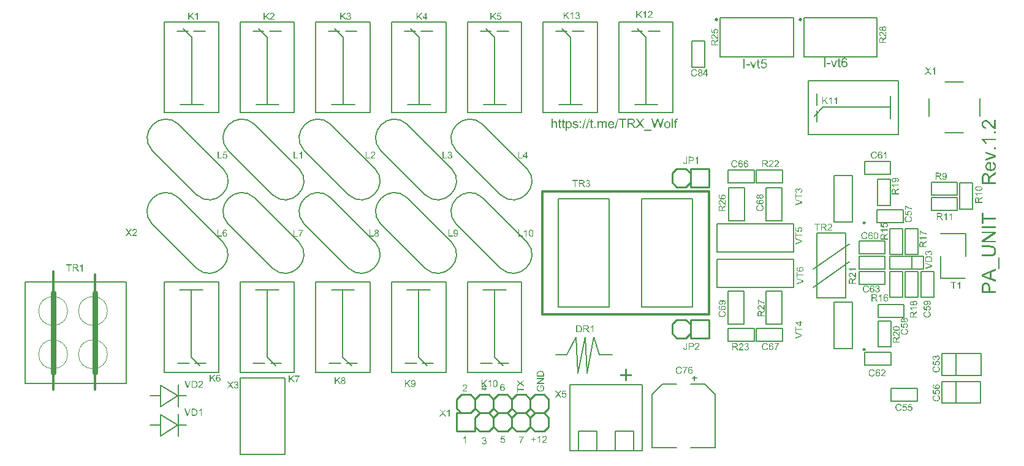
<source format=gto>
G04*
G04 #@! TF.GenerationSoftware,Altium Limited,Altium Designer,21.2.1 (34)*
G04*
G04 Layer_Color=65535*
%FSLAX25Y25*%
%MOIN*%
G70*
G04*
G04 #@! TF.SameCoordinates,AD134648-67B5-4B84-B7A5-465A691CB966*
G04*
G04*
G04 #@! TF.FilePolarity,Positive*
G04*
G01*
G75*
%ADD10C,0.00394*%
%ADD11C,0.00787*%
%ADD12C,0.00984*%
%ADD13C,0.01968*%
%ADD14C,0.00591*%
%ADD15C,0.01000*%
%ADD16C,0.01181*%
%ADD17C,0.03150*%
G36*
X451380Y216758D02*
X451432D01*
X451490Y216751D01*
X451628Y216722D01*
X451781Y216685D01*
X451942Y216627D01*
X452102Y216539D01*
X452182Y216488D01*
X452255Y216430D01*
X452262Y216423D01*
X452270Y216416D01*
X452292Y216394D01*
X452314Y216372D01*
X452350Y216335D01*
X452379Y216291D01*
X452459Y216190D01*
X452539Y216058D01*
X452612Y215898D01*
X452678Y215716D01*
X452722Y215511D01*
X452102Y215460D01*
Y215468D01*
X452095Y215475D01*
X452088Y215519D01*
X452066Y215584D01*
X452037Y215665D01*
X452007Y215752D01*
X451964Y215840D01*
X451913Y215920D01*
X451862Y215985D01*
X451847Y216000D01*
X451818Y216029D01*
X451767Y216073D01*
X451694Y216124D01*
X451599Y216168D01*
X451497Y216211D01*
X451373Y216241D01*
X451242Y216255D01*
X451191D01*
X451133Y216248D01*
X451067Y216233D01*
X450980Y216211D01*
X450892Y216182D01*
X450805Y216146D01*
X450717Y216087D01*
X450702Y216080D01*
X450666Y216051D01*
X450615Y216000D01*
X450549Y215927D01*
X450477Y215840D01*
X450396Y215738D01*
X450323Y215606D01*
X450250Y215460D01*
Y215453D01*
X450243Y215439D01*
X450236Y215417D01*
X450221Y215388D01*
X450214Y215344D01*
X450199Y215293D01*
X450185Y215234D01*
X450170Y215162D01*
X450148Y215081D01*
X450134Y214994D01*
X450119Y214899D01*
X450112Y214797D01*
X450097Y214680D01*
X450090Y214564D01*
X450083Y214433D01*
Y214301D01*
X450090Y214309D01*
X450119Y214352D01*
X450170Y214411D01*
X450236Y214484D01*
X450309Y214571D01*
X450404Y214651D01*
X450506Y214732D01*
X450622Y214804D01*
X450630D01*
X450637Y214812D01*
X450681Y214833D01*
X450746Y214855D01*
X450834Y214892D01*
X450936Y214921D01*
X451052Y214943D01*
X451176Y214965D01*
X451307Y214972D01*
X451366D01*
X451410Y214965D01*
X451468Y214957D01*
X451526Y214950D01*
X451599Y214936D01*
X451672Y214914D01*
X451840Y214863D01*
X451927Y214826D01*
X452015Y214775D01*
X452102Y214724D01*
X452197Y214666D01*
X452284Y214593D01*
X452365Y214513D01*
X452372Y214506D01*
X452386Y214491D01*
X452408Y214469D01*
X452430Y214433D01*
X452467Y214382D01*
X452503Y214331D01*
X452539Y214265D01*
X452583Y214192D01*
X452627Y214112D01*
X452664Y214024D01*
X452700Y213922D01*
X452736Y213820D01*
X452758Y213711D01*
X452780Y213587D01*
X452795Y213463D01*
X452802Y213332D01*
Y213324D01*
Y213310D01*
Y213288D01*
Y213252D01*
X452795Y213208D01*
Y213164D01*
X452773Y213048D01*
X452751Y212909D01*
X452714Y212763D01*
X452664Y212603D01*
X452591Y212450D01*
Y212442D01*
X452583Y212435D01*
X452569Y212413D01*
X452554Y212384D01*
X452510Y212311D01*
X452445Y212216D01*
X452365Y212114D01*
X452270Y212012D01*
X452153Y211910D01*
X452029Y211823D01*
X452022D01*
X452015Y211816D01*
X451993Y211801D01*
X451964Y211794D01*
X451891Y211757D01*
X451796Y211721D01*
X451672Y211677D01*
X451534Y211648D01*
X451380Y211619D01*
X451213Y211611D01*
X451176D01*
X451140Y211619D01*
X451082D01*
X451016Y211626D01*
X450943Y211641D01*
X450855Y211662D01*
X450768Y211684D01*
X450666Y211713D01*
X450564Y211750D01*
X450462Y211794D01*
X450352Y211852D01*
X450250Y211917D01*
X450148Y211990D01*
X450046Y212078D01*
X449952Y212180D01*
X449944Y212187D01*
X449930Y212209D01*
X449908Y212238D01*
X449879Y212289D01*
X449835Y212355D01*
X449798Y212428D01*
X449755Y212523D01*
X449711Y212625D01*
X449660Y212749D01*
X449616Y212887D01*
X449580Y213040D01*
X449543Y213208D01*
X449507Y213397D01*
X449485Y213601D01*
X449470Y213820D01*
X449463Y214054D01*
Y214061D01*
Y214068D01*
Y214090D01*
Y214119D01*
X449470Y214192D01*
Y214294D01*
X449478Y214411D01*
X449492Y214549D01*
X449507Y214702D01*
X449529Y214870D01*
X449558Y215038D01*
X449594Y215220D01*
X449638Y215395D01*
X449689Y215570D01*
X449755Y215738D01*
X449828Y215898D01*
X449908Y216051D01*
X450003Y216182D01*
X450010Y216190D01*
X450025Y216204D01*
X450054Y216233D01*
X450090Y216277D01*
X450134Y216321D01*
X450192Y216364D01*
X450265Y216423D01*
X450338Y216474D01*
X450425Y216525D01*
X450520Y216583D01*
X450630Y216627D01*
X450739Y216678D01*
X450863Y216714D01*
X450994Y216743D01*
X451133Y216758D01*
X451278Y216765D01*
X451337D01*
X451380Y216758D01*
D02*
G37*
G36*
X443500Y213215D02*
X441583D01*
Y213835D01*
X443500D01*
Y213215D01*
D02*
G37*
G36*
X445760Y211699D02*
X445169D01*
X443791Y215358D01*
X444448D01*
X445235Y213164D01*
Y213157D01*
X445242Y213149D01*
X445250Y213128D01*
X445257Y213106D01*
X445279Y213033D01*
X445308Y212938D01*
X445344Y212829D01*
X445388Y212705D01*
X445425Y212566D01*
X445468Y212428D01*
X445475Y212442D01*
X445483Y212479D01*
X445505Y212537D01*
X445527Y212625D01*
X445563Y212719D01*
X445599Y212843D01*
X445650Y212975D01*
X445702Y213120D01*
X446511Y215358D01*
X447152D01*
X445760Y211699D01*
D02*
G37*
G36*
X440730D02*
X440059D01*
Y216743D01*
X440730D01*
Y211699D01*
D02*
G37*
G36*
X448428Y215358D02*
X449055D01*
Y214877D01*
X448428D01*
Y212727D01*
Y212712D01*
Y212683D01*
Y212639D01*
X448435Y212588D01*
X448443Y212472D01*
X448450Y212421D01*
X448457Y212384D01*
X448464Y212369D01*
X448486Y212340D01*
X448515Y212304D01*
X448566Y212267D01*
X448581Y212260D01*
X448618Y212246D01*
X448683Y212231D01*
X448778Y212224D01*
X448851D01*
X448887Y212231D01*
X448938D01*
X448997Y212238D01*
X449055Y212246D01*
X449135Y211699D01*
X449121D01*
X449091Y211691D01*
X449040Y211684D01*
X448975Y211677D01*
X448902Y211662D01*
X448822Y211655D01*
X448661Y211648D01*
X448603D01*
X448545Y211655D01*
X448472Y211662D01*
X448384Y211670D01*
X448297Y211691D01*
X448217Y211713D01*
X448136Y211750D01*
X448129Y211757D01*
X448107Y211772D01*
X448078Y211794D01*
X448034Y211830D01*
X447998Y211866D01*
X447954Y211917D01*
X447910Y211969D01*
X447881Y212034D01*
Y212041D01*
X447867Y212071D01*
X447859Y212122D01*
X447845Y212194D01*
X447830Y212289D01*
X447823Y212348D01*
Y212413D01*
X447816Y212493D01*
X447808Y212574D01*
Y212661D01*
Y212763D01*
Y214877D01*
X447349D01*
Y215358D01*
X447808D01*
Y216262D01*
X448428Y216634D01*
Y215358D01*
D02*
G37*
G36*
X399701Y212540D02*
X397783D01*
Y213160D01*
X399701D01*
Y212540D01*
D02*
G37*
G36*
X401961Y211024D02*
X401370D01*
X399992Y214683D01*
X400648D01*
X401436Y212489D01*
Y212482D01*
X401443Y212474D01*
X401450Y212453D01*
X401458Y212431D01*
X401479Y212358D01*
X401509Y212263D01*
X401545Y212154D01*
X401589Y212030D01*
X401625Y211891D01*
X401669Y211753D01*
X401676Y211767D01*
X401684Y211804D01*
X401706Y211862D01*
X401727Y211949D01*
X401764Y212044D01*
X401800Y212168D01*
X401851Y212299D01*
X401902Y212445D01*
X402711Y214683D01*
X403353D01*
X401961Y211024D01*
D02*
G37*
G36*
X408799Y215412D02*
X406779D01*
X406510Y214049D01*
X406517Y214056D01*
X406531Y214064D01*
X406553Y214078D01*
X406590Y214100D01*
X406634Y214122D01*
X406684Y214151D01*
X406801Y214209D01*
X406947Y214268D01*
X407107Y214319D01*
X407282Y214355D01*
X407370Y214370D01*
X407530D01*
X407574Y214362D01*
X407632Y214355D01*
X407698Y214348D01*
X407771Y214333D01*
X407851Y214311D01*
X408026Y214260D01*
X408121Y214224D01*
X408215Y214173D01*
X408310Y214122D01*
X408405Y214064D01*
X408493Y213991D01*
X408580Y213911D01*
X408587Y213903D01*
X408602Y213889D01*
X408624Y213867D01*
X408653Y213830D01*
X408689Y213779D01*
X408726Y213728D01*
X408770Y213663D01*
X408813Y213590D01*
X408850Y213509D01*
X408893Y213422D01*
X408930Y213320D01*
X408966Y213218D01*
X408995Y213109D01*
X409017Y212985D01*
X409032Y212861D01*
X409039Y212730D01*
Y212722D01*
Y212700D01*
Y212664D01*
X409032Y212613D01*
X409025Y212555D01*
X409017Y212489D01*
X409003Y212409D01*
X408988Y212329D01*
X408944Y212139D01*
X408872Y211942D01*
X408828Y211840D01*
X408770Y211745D01*
X408711Y211643D01*
X408638Y211548D01*
X408631Y211541D01*
X408616Y211519D01*
X408587Y211490D01*
X408551Y211454D01*
X408500Y211410D01*
X408441Y211352D01*
X408368Y211301D01*
X408288Y211242D01*
X408201Y211184D01*
X408099Y211133D01*
X407989Y211082D01*
X407873Y211031D01*
X407749Y210995D01*
X407610Y210965D01*
X407465Y210943D01*
X407311Y210936D01*
X407246D01*
X407195Y210943D01*
X407136Y210951D01*
X407071Y210958D01*
X406991Y210965D01*
X406911Y210987D01*
X406728Y211031D01*
X406546Y211097D01*
X406451Y211140D01*
X406356Y211191D01*
X406269Y211250D01*
X406181Y211315D01*
X406174Y211322D01*
X406160Y211330D01*
X406145Y211359D01*
X406116Y211388D01*
X406079Y211425D01*
X406043Y211468D01*
X405999Y211527D01*
X405963Y211592D01*
X405919Y211658D01*
X405875Y211738D01*
X405795Y211913D01*
X405730Y212117D01*
X405708Y212227D01*
X405693Y212343D01*
X406342Y212394D01*
Y212387D01*
Y212372D01*
X406349Y212350D01*
X406356Y212314D01*
X406378Y212234D01*
X406407Y212124D01*
X406451Y212015D01*
X406510Y211891D01*
X406582Y211782D01*
X406670Y211680D01*
X406684Y211672D01*
X406714Y211643D01*
X406772Y211607D01*
X406852Y211563D01*
X406940Y211519D01*
X407049Y211483D01*
X407173Y211454D01*
X407311Y211446D01*
X407355D01*
X407384Y211454D01*
X407472Y211461D01*
X407574Y211490D01*
X407698Y211527D01*
X407822Y211585D01*
X407953Y211672D01*
X408011Y211723D01*
X408070Y211782D01*
X408077Y211789D01*
X408084Y211796D01*
X408099Y211818D01*
X408121Y211840D01*
X408172Y211920D01*
X408230Y212022D01*
X408281Y212146D01*
X408332Y212299D01*
X408368Y212482D01*
X408383Y212576D01*
Y212679D01*
Y212686D01*
Y212700D01*
Y212730D01*
X408376Y212766D01*
Y212810D01*
X408368Y212861D01*
X408347Y212977D01*
X408310Y213116D01*
X408259Y213254D01*
X408186Y213386D01*
X408084Y213509D01*
Y213517D01*
X408070Y213524D01*
X408033Y213561D01*
X407968Y213612D01*
X407880Y213670D01*
X407763Y213721D01*
X407632Y213772D01*
X407479Y213808D01*
X407392Y213823D01*
X407253D01*
X407195Y213816D01*
X407122Y213808D01*
X407034Y213787D01*
X406947Y213765D01*
X406852Y213728D01*
X406757Y213685D01*
X406750Y213677D01*
X406721Y213663D01*
X406677Y213626D01*
X406619Y213590D01*
X406561Y213539D01*
X406502Y213473D01*
X406437Y213407D01*
X406386Y213327D01*
X405802Y213407D01*
X406291Y216003D01*
X408799D01*
Y215412D01*
D02*
G37*
G36*
X396931Y211024D02*
X396260D01*
Y216068D01*
X396931D01*
Y211024D01*
D02*
G37*
G36*
X404629Y214683D02*
X405256D01*
Y214202D01*
X404629D01*
Y212052D01*
Y212037D01*
Y212008D01*
Y211964D01*
X404636Y211913D01*
X404643Y211796D01*
X404651Y211745D01*
X404658Y211709D01*
X404665Y211694D01*
X404687Y211665D01*
X404716Y211629D01*
X404767Y211592D01*
X404782Y211585D01*
X404818Y211570D01*
X404884Y211556D01*
X404979Y211548D01*
X405052D01*
X405088Y211556D01*
X405139D01*
X405197Y211563D01*
X405256Y211570D01*
X405336Y211024D01*
X405321D01*
X405292Y211016D01*
X405241Y211009D01*
X405175Y211002D01*
X405103Y210987D01*
X405022Y210980D01*
X404862Y210973D01*
X404804D01*
X404745Y210980D01*
X404672Y210987D01*
X404585Y210995D01*
X404497Y211016D01*
X404417Y211038D01*
X404337Y211075D01*
X404330Y211082D01*
X404308Y211097D01*
X404279Y211118D01*
X404235Y211155D01*
X404199Y211191D01*
X404155Y211242D01*
X404111Y211293D01*
X404082Y211359D01*
Y211366D01*
X404067Y211395D01*
X404060Y211446D01*
X404046Y211519D01*
X404031Y211614D01*
X404024Y211672D01*
Y211738D01*
X404016Y211818D01*
X404009Y211898D01*
Y211986D01*
Y212088D01*
Y214202D01*
X403550D01*
Y214683D01*
X404009D01*
Y215587D01*
X404629Y215959D01*
Y214683D01*
D02*
G37*
G36*
X360182Y183570D02*
X360269Y183563D01*
X360371Y183548D01*
X360473Y183533D01*
X360590Y183511D01*
X360495Y182972D01*
X360488D01*
X360466Y182979D01*
X360430Y182987D01*
X360379Y182994D01*
X360320D01*
X360262Y183001D01*
X360131Y183008D01*
X360087D01*
X360036Y183001D01*
X359978Y182994D01*
X359912Y182979D01*
X359846Y182957D01*
X359788Y182928D01*
X359737Y182885D01*
X359730Y182877D01*
X359722Y182863D01*
X359701Y182834D01*
X359679Y182782D01*
X359657Y182724D01*
X359642Y182651D01*
X359628Y182556D01*
X359620Y182440D01*
Y182105D01*
X360328D01*
Y181623D01*
X359620D01*
Y178445D01*
X359001D01*
Y181623D01*
X358454D01*
Y182105D01*
X359001D01*
Y182491D01*
Y182498D01*
Y182505D01*
Y182549D01*
X359008Y182615D01*
Y182695D01*
X359015Y182782D01*
X359030Y182877D01*
X359045Y182965D01*
X359066Y183038D01*
X359074Y183045D01*
X359081Y183081D01*
X359103Y183125D01*
X359139Y183176D01*
X359183Y183234D01*
X359234Y183300D01*
X359300Y183366D01*
X359380Y183424D01*
X359387Y183431D01*
X359424Y183446D01*
X359475Y183475D01*
X359547Y183504D01*
X359635Y183526D01*
X359744Y183555D01*
X359868Y183570D01*
X360014Y183577D01*
X360116D01*
X360182Y183570D01*
D02*
G37*
G36*
X301410Y182177D02*
X301461Y182170D01*
X301570Y182156D01*
X301701Y182126D01*
X301840Y182083D01*
X301978Y182017D01*
X302117Y181937D01*
X302124D01*
X302132Y181922D01*
X302175Y181893D01*
X302241Y181835D01*
X302321Y181762D01*
X302409Y181667D01*
X302496Y181550D01*
X302584Y181412D01*
X302656Y181259D01*
Y181252D01*
X302664Y181237D01*
X302671Y181215D01*
X302685Y181186D01*
X302700Y181142D01*
X302715Y181091D01*
X302751Y180974D01*
X302788Y180829D01*
X302817Y180668D01*
X302839Y180486D01*
X302846Y180297D01*
Y180289D01*
Y180275D01*
Y180245D01*
Y180202D01*
X302839Y180151D01*
Y180092D01*
X302824Y179961D01*
X302795Y179801D01*
X302758Y179633D01*
X302707Y179458D01*
X302642Y179283D01*
Y179276D01*
X302635Y179261D01*
X302620Y179239D01*
X302605Y179210D01*
X302554Y179130D01*
X302489Y179028D01*
X302409Y178919D01*
X302306Y178809D01*
X302190Y178700D01*
X302051Y178598D01*
X302044D01*
X302037Y178591D01*
X302015Y178576D01*
X301986Y178561D01*
X301913Y178525D01*
X301811Y178481D01*
X301687Y178438D01*
X301556Y178401D01*
X301402Y178372D01*
X301249Y178365D01*
X301198D01*
X301140Y178372D01*
X301067Y178379D01*
X300980Y178394D01*
X300885Y178416D01*
X300790Y178445D01*
X300695Y178489D01*
X300688Y178496D01*
X300652Y178510D01*
X300608Y178540D01*
X300550Y178583D01*
X300491Y178627D01*
X300418Y178685D01*
X300353Y178751D01*
X300294Y178824D01*
Y177045D01*
X299675D01*
Y182105D01*
X300236D01*
Y181623D01*
X300243Y181638D01*
X300272Y181667D01*
X300309Y181718D01*
X300367Y181776D01*
X300433Y181849D01*
X300506Y181915D01*
X300593Y181981D01*
X300681Y182039D01*
X300695Y182046D01*
X300725Y182061D01*
X300783Y182083D01*
X300856Y182112D01*
X300943Y182141D01*
X301045Y182163D01*
X301162Y182177D01*
X301293Y182185D01*
X301373D01*
X301410Y182177D01*
D02*
G37*
G36*
X340382Y181091D02*
X342270Y178445D01*
X341446D01*
X340171Y180238D01*
X340163Y180245D01*
X340149Y180267D01*
X340134Y180297D01*
X340105Y180333D01*
X340039Y180435D01*
X339967Y180544D01*
X339959Y180537D01*
X339937Y180508D01*
X339908Y180464D01*
X339872Y180406D01*
X339792Y180289D01*
X339755Y180238D01*
X339726Y180194D01*
X338450Y178445D01*
X337648D01*
X339595Y181055D01*
X337874Y183490D01*
X338669D01*
X339587Y182192D01*
Y182185D01*
X339602Y182177D01*
X339617Y182156D01*
X339638Y182126D01*
X339682Y182053D01*
X339748Y181966D01*
X339813Y181864D01*
X339879Y181762D01*
X339937Y181667D01*
X339988Y181580D01*
X339996Y181594D01*
X340018Y181623D01*
X340054Y181682D01*
X340105Y181755D01*
X340163Y181835D01*
X340236Y181937D01*
X340309Y182039D01*
X340397Y182148D01*
X341403Y183490D01*
X342132D01*
X340382Y181091D01*
D02*
G37*
G36*
X320845Y182177D02*
X320896D01*
X320947Y182170D01*
X321071Y182148D01*
X321202Y182112D01*
X321341Y182053D01*
X321479Y181981D01*
X321596Y181878D01*
X321610Y181864D01*
X321639Y181820D01*
X321691Y181755D01*
X321712Y181703D01*
X321742Y181652D01*
X321771Y181587D01*
X321793Y181521D01*
X321822Y181448D01*
X321844Y181361D01*
X321858Y181273D01*
X321873Y181171D01*
X321887Y181069D01*
Y180953D01*
Y178445D01*
X321268D01*
Y180741D01*
Y180748D01*
Y180756D01*
Y180799D01*
Y180865D01*
X321260Y180945D01*
X321253Y181033D01*
X321246Y181120D01*
X321231Y181208D01*
X321209Y181273D01*
Y181281D01*
X321195Y181303D01*
X321180Y181332D01*
X321158Y181368D01*
X321129Y181412D01*
X321093Y181456D01*
X321049Y181499D01*
X320991Y181543D01*
X320983Y181550D01*
X320961Y181558D01*
X320932Y181572D01*
X320881Y181594D01*
X320830Y181616D01*
X320765Y181631D01*
X320699Y181638D01*
X320619Y181645D01*
X320583D01*
X320553Y181638D01*
X320480Y181631D01*
X320393Y181616D01*
X320291Y181580D01*
X320181Y181536D01*
X320072Y181470D01*
X319970Y181383D01*
X319963Y181368D01*
X319934Y181332D01*
X319890Y181273D01*
X319846Y181186D01*
X319795Y181069D01*
X319759Y180931D01*
X319729Y180763D01*
X319715Y180566D01*
Y178445D01*
X319095D01*
Y180814D01*
Y180821D01*
Y180836D01*
Y180851D01*
Y180880D01*
X319088Y180960D01*
X319073Y181047D01*
X319059Y181149D01*
X319030Y181252D01*
X318993Y181346D01*
X318942Y181434D01*
X318935Y181441D01*
X318913Y181470D01*
X318877Y181499D01*
X318826Y181543D01*
X318760Y181580D01*
X318672Y181616D01*
X318570Y181638D01*
X318446Y181645D01*
X318403D01*
X318352Y181638D01*
X318293Y181631D01*
X318220Y181609D01*
X318133Y181587D01*
X318053Y181550D01*
X317965Y181507D01*
X317958Y181499D01*
X317929Y181477D01*
X317893Y181448D01*
X317841Y181405D01*
X317790Y181346D01*
X317739Y181273D01*
X317688Y181193D01*
X317645Y181098D01*
X317637Y181084D01*
X317630Y181047D01*
X317615Y180989D01*
X317594Y180909D01*
X317572Y180799D01*
X317557Y180668D01*
X317550Y180515D01*
X317543Y180340D01*
Y178445D01*
X316923D01*
Y182105D01*
X317477D01*
Y181580D01*
X317484Y181594D01*
X317506Y181623D01*
X317550Y181674D01*
X317601Y181733D01*
X317667Y181806D01*
X317747Y181878D01*
X317834Y181951D01*
X317936Y182017D01*
X317951Y182024D01*
X317987Y182046D01*
X318046Y182068D01*
X318126Y182105D01*
X318220Y182134D01*
X318330Y182156D01*
X318454Y182177D01*
X318585Y182185D01*
X318651D01*
X318731Y182177D01*
X318818Y182163D01*
X318928Y182141D01*
X319037Y182112D01*
X319146Y182068D01*
X319248Y182010D01*
X319263Y182002D01*
X319292Y181981D01*
X319336Y181944D01*
X319394Y181886D01*
X319453Y181820D01*
X319518Y181740D01*
X319577Y181645D01*
X319620Y181536D01*
X319627Y181543D01*
X319642Y181565D01*
X319664Y181594D01*
X319700Y181638D01*
X319744Y181689D01*
X319795Y181740D01*
X319853Y181798D01*
X319926Y181864D01*
X320007Y181922D01*
X320087Y181981D01*
X320181Y182032D01*
X320284Y182083D01*
X320393Y182126D01*
X320510Y182156D01*
X320626Y182177D01*
X320757Y182185D01*
X320809D01*
X320845Y182177D01*
D02*
G37*
G36*
X308000Y181397D02*
X307293D01*
Y182105D01*
X308000D01*
Y181397D01*
D02*
G37*
G36*
X304945Y182177D02*
X305055Y182170D01*
X305171Y182156D01*
X305295Y182126D01*
X305427Y182097D01*
X305551Y182053D01*
X305558D01*
X305565Y182046D01*
X305602Y182032D01*
X305660Y182002D01*
X305733Y181966D01*
X305813Y181915D01*
X305893Y181857D01*
X305966Y181791D01*
X306032Y181718D01*
X306039Y181711D01*
X306053Y181682D01*
X306083Y181631D01*
X306119Y181572D01*
X306156Y181485D01*
X306192Y181390D01*
X306221Y181281D01*
X306250Y181157D01*
X305645Y181077D01*
Y181091D01*
X305638Y181120D01*
X305623Y181171D01*
X305602Y181237D01*
X305565Y181303D01*
X305521Y181376D01*
X305470Y181448D01*
X305397Y181514D01*
X305390Y181521D01*
X305361Y181536D01*
X305317Y181565D01*
X305252Y181594D01*
X305179Y181623D01*
X305084Y181652D01*
X304967Y181667D01*
X304843Y181674D01*
X304770D01*
X304698Y181667D01*
X304603Y181660D01*
X304508Y181638D01*
X304406Y181616D01*
X304311Y181580D01*
X304231Y181528D01*
X304224Y181521D01*
X304202Y181507D01*
X304173Y181477D01*
X304144Y181434D01*
X304107Y181390D01*
X304078Y181332D01*
X304056Y181266D01*
X304049Y181201D01*
Y181193D01*
Y181179D01*
X304056Y181157D01*
Y181128D01*
X304078Y181055D01*
X304122Y180982D01*
X304129Y180974D01*
X304136Y180967D01*
X304151Y180945D01*
X304180Y180923D01*
X304209Y180902D01*
X304253Y180872D01*
X304304Y180851D01*
X304362Y180821D01*
X304369D01*
X304384Y180814D01*
X304413Y180807D01*
X304464Y180785D01*
X304537Y180763D01*
X304632Y180741D01*
X304690Y180719D01*
X304756Y180705D01*
X304829Y180683D01*
X304909Y180661D01*
X304916D01*
X304938Y180654D01*
X304975Y180647D01*
X305018Y180632D01*
X305069Y180617D01*
X305135Y180603D01*
X305274Y180559D01*
X305427Y180515D01*
X305580Y180464D01*
X305718Y180413D01*
X305777Y180391D01*
X305827Y180369D01*
X305842Y180362D01*
X305871Y180348D01*
X305915Y180326D01*
X305981Y180289D01*
X306046Y180245D01*
X306112Y180187D01*
X306177Y180122D01*
X306236Y180049D01*
X306243Y180041D01*
X306258Y180012D01*
X306287Y179969D01*
X306316Y179903D01*
X306338Y179823D01*
X306367Y179735D01*
X306382Y179633D01*
X306389Y179516D01*
Y179502D01*
Y179465D01*
X306382Y179407D01*
X306367Y179327D01*
X306345Y179239D01*
X306309Y179145D01*
X306265Y179035D01*
X306207Y178933D01*
X306199Y178919D01*
X306170Y178890D01*
X306134Y178839D01*
X306075Y178780D01*
X305995Y178715D01*
X305908Y178642D01*
X305806Y178576D01*
X305682Y178510D01*
X305674D01*
X305667Y178503D01*
X305623Y178489D01*
X305551Y178467D01*
X305456Y178438D01*
X305339Y178408D01*
X305208Y178387D01*
X305069Y178372D01*
X304909Y178365D01*
X304843D01*
X304792Y178372D01*
X304734D01*
X304661Y178379D01*
X304588Y178387D01*
X304508Y178401D01*
X304333Y178438D01*
X304151Y178489D01*
X303976Y178561D01*
X303896Y178605D01*
X303823Y178656D01*
X303816Y178664D01*
X303808Y178671D01*
X303764Y178715D01*
X303699Y178780D01*
X303626Y178882D01*
X303546Y179006D01*
X303466Y179152D01*
X303400Y179334D01*
X303349Y179538D01*
X303961Y179633D01*
Y179626D01*
Y179619D01*
X303976Y179575D01*
X303990Y179502D01*
X304020Y179422D01*
X304056Y179334D01*
X304100Y179239D01*
X304165Y179145D01*
X304246Y179065D01*
X304260Y179057D01*
X304289Y179035D01*
X304348Y179006D01*
X304420Y178970D01*
X304515Y178933D01*
X304625Y178904D01*
X304756Y178882D01*
X304909Y178875D01*
X304982D01*
X305055Y178882D01*
X305150Y178897D01*
X305252Y178919D01*
X305361Y178948D01*
X305456Y178984D01*
X305543Y179043D01*
X305551Y179050D01*
X305580Y179072D01*
X305609Y179108D01*
X305653Y179159D01*
X305689Y179218D01*
X305726Y179290D01*
X305747Y179363D01*
X305755Y179451D01*
Y179458D01*
Y179487D01*
X305747Y179524D01*
X305733Y179575D01*
X305711Y179626D01*
X305674Y179677D01*
X305631Y179735D01*
X305565Y179779D01*
X305558Y179786D01*
X305536Y179794D01*
X305500Y179815D01*
X305441Y179837D01*
X305354Y179866D01*
X305303Y179888D01*
X305244Y179903D01*
X305179Y179925D01*
X305106Y179947D01*
X305026Y179969D01*
X304931Y179990D01*
X304924D01*
X304902Y179998D01*
X304865Y180005D01*
X304821Y180019D01*
X304763Y180034D01*
X304698Y180056D01*
X304559Y180092D01*
X304399Y180143D01*
X304246Y180187D01*
X304100Y180238D01*
X304034Y180267D01*
X303983Y180289D01*
X303969Y180297D01*
X303939Y180311D01*
X303896Y180340D01*
X303837Y180377D01*
X303772Y180428D01*
X303706Y180486D01*
X303641Y180552D01*
X303582Y180632D01*
X303575Y180639D01*
X303560Y180668D01*
X303538Y180719D01*
X303517Y180778D01*
X303495Y180851D01*
X303473Y180938D01*
X303458Y181026D01*
X303451Y181128D01*
Y181142D01*
Y181171D01*
X303458Y181215D01*
X303466Y181281D01*
X303480Y181346D01*
X303495Y181427D01*
X303524Y181499D01*
X303560Y181580D01*
X303568Y181587D01*
X303582Y181616D01*
X303604Y181652D01*
X303641Y181703D01*
X303684Y181755D01*
X303735Y181820D01*
X303794Y181878D01*
X303867Y181930D01*
X303874Y181937D01*
X303896Y181944D01*
X303925Y181966D01*
X303969Y181988D01*
X304027Y182017D01*
X304093Y182046D01*
X304173Y182075D01*
X304260Y182105D01*
X304275Y182112D01*
X304304Y182119D01*
X304355Y182134D01*
X304420Y182148D01*
X304501Y182163D01*
X304588Y182170D01*
X304690Y182185D01*
X304865D01*
X304945Y182177D01*
D02*
G37*
G36*
X351434Y178445D02*
X350778D01*
X349721Y182287D01*
Y182294D01*
X349713Y182309D01*
X349706Y182330D01*
X349699Y182367D01*
X349677Y182447D01*
X349655Y182542D01*
X349626Y182644D01*
X349597Y182739D01*
X349575Y182819D01*
X349568Y182855D01*
X349560Y182877D01*
Y182870D01*
X349553Y182863D01*
X349546Y182819D01*
X349531Y182753D01*
X349509Y182673D01*
X349487Y182586D01*
X349458Y182483D01*
X349436Y182381D01*
X349407Y182287D01*
X348343Y178445D01*
X347643D01*
X346323Y183490D01*
X347016D01*
X347767Y180180D01*
Y180173D01*
X347774Y180158D01*
X347781Y180129D01*
X347789Y180092D01*
X347796Y180041D01*
X347811Y179990D01*
X347825Y179925D01*
X347840Y179852D01*
X347876Y179699D01*
X347913Y179524D01*
X347949Y179334D01*
X347986Y179145D01*
Y179152D01*
X347993Y179181D01*
X348007Y179218D01*
X348015Y179276D01*
X348029Y179334D01*
X348051Y179407D01*
X348088Y179568D01*
X348131Y179728D01*
X348146Y179808D01*
X348168Y179881D01*
X348182Y179947D01*
X348197Y180005D01*
X348212Y180049D01*
X348219Y180078D01*
X349174Y183490D01*
X349983D01*
X350697Y180931D01*
Y180923D01*
X350712Y180887D01*
X350727Y180836D01*
X350741Y180770D01*
X350763Y180683D01*
X350792Y180588D01*
X350821Y180479D01*
X350851Y180355D01*
X350887Y180216D01*
X350916Y180078D01*
X350982Y179779D01*
X351047Y179465D01*
X351098Y179145D01*
Y179152D01*
X351106Y179167D01*
Y179196D01*
X351120Y179232D01*
X351128Y179276D01*
X351142Y179327D01*
X351149Y179393D01*
X351171Y179465D01*
X351208Y179626D01*
X351252Y179815D01*
X351295Y180019D01*
X351354Y180245D01*
X352141Y183490D01*
X352819D01*
X351434Y178445D01*
D02*
G37*
G36*
X357893D02*
X357273D01*
Y183490D01*
X357893D01*
Y178445D01*
D02*
G37*
G36*
X335483Y183482D02*
X335549D01*
X335702Y183475D01*
X335862Y183453D01*
X336037Y183431D01*
X336198Y183395D01*
X336278Y183373D01*
X336343Y183351D01*
X336351D01*
X336358Y183344D01*
X336402Y183322D01*
X336467Y183293D01*
X336548Y183242D01*
X336635Y183176D01*
X336730Y183089D01*
X336817Y182987D01*
X336905Y182870D01*
Y182863D01*
X336912Y182855D01*
X336941Y182812D01*
X336970Y182739D01*
X337014Y182644D01*
X337051Y182535D01*
X337087Y182403D01*
X337109Y182265D01*
X337116Y182112D01*
Y182105D01*
Y182090D01*
Y182061D01*
X337109Y182024D01*
Y181973D01*
X337102Y181922D01*
X337072Y181798D01*
X337029Y181652D01*
X336970Y181499D01*
X336883Y181346D01*
X336825Y181273D01*
X336766Y181201D01*
X336759Y181193D01*
X336752Y181186D01*
X336730Y181164D01*
X336701Y181142D01*
X336664Y181113D01*
X336620Y181084D01*
X336562Y181047D01*
X336504Y181004D01*
X336431Y180967D01*
X336351Y180931D01*
X336263Y180887D01*
X336169Y180851D01*
X336059Y180821D01*
X335950Y180785D01*
X335826Y180763D01*
X335695Y180741D01*
X335709Y180734D01*
X335738Y180719D01*
X335782Y180690D01*
X335840Y180661D01*
X335972Y180581D01*
X336037Y180530D01*
X336096Y180486D01*
X336110Y180472D01*
X336147Y180435D01*
X336205Y180377D01*
X336278Y180304D01*
X336358Y180202D01*
X336453Y180092D01*
X336548Y179961D01*
X336650Y179815D01*
X337517Y178445D01*
X336686D01*
X336023Y179495D01*
Y179502D01*
X336008Y179516D01*
X335994Y179538D01*
X335972Y179568D01*
X335921Y179648D01*
X335855Y179750D01*
X335775Y179859D01*
X335695Y179976D01*
X335614Y180085D01*
X335542Y180187D01*
X335534Y180194D01*
X335512Y180224D01*
X335476Y180267D01*
X335425Y180318D01*
X335316Y180428D01*
X335257Y180479D01*
X335199Y180523D01*
X335192Y180530D01*
X335177Y180537D01*
X335148Y180552D01*
X335104Y180574D01*
X335060Y180595D01*
X335009Y180617D01*
X334893Y180654D01*
X334885D01*
X334871Y180661D01*
X334842D01*
X334805Y180668D01*
X334754Y180676D01*
X334696D01*
X334616Y180683D01*
X333755D01*
Y178445D01*
X333085D01*
Y183490D01*
X335425D01*
X335483Y183482D01*
D02*
G37*
G36*
X332385Y182892D02*
X330723D01*
Y178445D01*
X330052D01*
Y182892D01*
X328390D01*
Y183490D01*
X332385D01*
Y182892D01*
D02*
G37*
G36*
X315851Y178445D02*
X315144D01*
Y179152D01*
X315851D01*
Y178445D01*
D02*
G37*
G36*
X308000D02*
X307293D01*
Y179152D01*
X308000D01*
Y178445D01*
D02*
G37*
G36*
X292450Y181682D02*
X292458Y181689D01*
X292472Y181703D01*
X292494Y181725D01*
X292530Y181762D01*
X292567Y181798D01*
X292618Y181842D01*
X292684Y181886D01*
X292749Y181937D01*
X292822Y181981D01*
X292902Y182024D01*
X293092Y182105D01*
X293194Y182141D01*
X293303Y182163D01*
X293420Y182177D01*
X293537Y182185D01*
X293602D01*
X293682Y182177D01*
X293777Y182163D01*
X293886Y182148D01*
X294003Y182119D01*
X294120Y182075D01*
X294236Y182024D01*
X294251Y182017D01*
X294287Y181995D01*
X294338Y181959D01*
X294404Y181908D01*
X294470Y181842D01*
X294543Y181769D01*
X294608Y181682D01*
X294667Y181580D01*
X294674Y181565D01*
X294688Y181528D01*
X294710Y181463D01*
X294732Y181368D01*
X294754Y181252D01*
X294776Y181113D01*
X294791Y180945D01*
X294798Y180756D01*
Y178445D01*
X294178D01*
Y180763D01*
Y180770D01*
Y180785D01*
Y180807D01*
Y180836D01*
X294171Y180916D01*
X294156Y181018D01*
X294127Y181128D01*
X294091Y181237D01*
X294040Y181346D01*
X293974Y181434D01*
X293967Y181441D01*
X293937Y181470D01*
X293894Y181507D01*
X293828Y181543D01*
X293748Y181587D01*
X293653Y181616D01*
X293537Y181645D01*
X293405Y181652D01*
X293362D01*
X293311Y181645D01*
X293238Y181638D01*
X293165Y181616D01*
X293077Y181594D01*
X292990Y181558D01*
X292895Y181507D01*
X292888Y181499D01*
X292859Y181477D01*
X292815Y181448D01*
X292764Y181405D01*
X292705Y181346D01*
X292647Y181281D01*
X292596Y181201D01*
X292552Y181113D01*
X292545Y181098D01*
X292538Y181069D01*
X292523Y181011D01*
X292501Y180938D01*
X292479Y180843D01*
X292465Y180727D01*
X292458Y180595D01*
X292450Y180442D01*
Y178445D01*
X291831D01*
Y183490D01*
X292450D01*
Y181682D01*
D02*
G37*
G36*
X313730Y182105D02*
X314357D01*
Y181623D01*
X313730D01*
Y179473D01*
Y179458D01*
Y179429D01*
Y179385D01*
X313737Y179334D01*
X313744Y179218D01*
X313752Y179167D01*
X313759Y179130D01*
X313766Y179116D01*
X313788Y179086D01*
X313817Y179050D01*
X313868Y179014D01*
X313883Y179006D01*
X313919Y178992D01*
X313985Y178977D01*
X314080Y178970D01*
X314153D01*
X314189Y178977D01*
X314240D01*
X314299Y178984D01*
X314357Y178992D01*
X314437Y178445D01*
X314422D01*
X314393Y178438D01*
X314342Y178430D01*
X314277Y178423D01*
X314204Y178408D01*
X314124Y178401D01*
X313963Y178394D01*
X313905D01*
X313846Y178401D01*
X313774Y178408D01*
X313686Y178416D01*
X313599Y178438D01*
X313519Y178460D01*
X313438Y178496D01*
X313431Y178503D01*
X313409Y178518D01*
X313380Y178540D01*
X313336Y178576D01*
X313300Y178613D01*
X313256Y178664D01*
X313212Y178715D01*
X313183Y178780D01*
Y178788D01*
X313169Y178817D01*
X313161Y178868D01*
X313147Y178941D01*
X313132Y179035D01*
X313125Y179094D01*
Y179159D01*
X313118Y179239D01*
X313110Y179320D01*
Y179407D01*
Y179509D01*
Y181623D01*
X312651D01*
Y182105D01*
X313110D01*
Y183008D01*
X313730Y183380D01*
Y182105D01*
D02*
G37*
G36*
X298435D02*
X299062D01*
Y181623D01*
X298435D01*
Y179473D01*
Y179458D01*
Y179429D01*
Y179385D01*
X298443Y179334D01*
X298450Y179218D01*
X298457Y179167D01*
X298465Y179130D01*
X298472Y179116D01*
X298494Y179086D01*
X298523Y179050D01*
X298574Y179014D01*
X298588Y179006D01*
X298625Y178992D01*
X298691Y178977D01*
X298785Y178970D01*
X298858D01*
X298895Y178977D01*
X298946D01*
X299004Y178984D01*
X299062Y178992D01*
X299143Y178445D01*
X299128D01*
X299099Y178438D01*
X299048Y178430D01*
X298982Y178423D01*
X298909Y178408D01*
X298829Y178401D01*
X298669Y178394D01*
X298610D01*
X298552Y178401D01*
X298479Y178408D01*
X298392Y178416D01*
X298304Y178438D01*
X298224Y178460D01*
X298144Y178496D01*
X298137Y178503D01*
X298115Y178518D01*
X298085Y178540D01*
X298042Y178576D01*
X298005Y178613D01*
X297962Y178664D01*
X297918Y178715D01*
X297889Y178780D01*
Y178788D01*
X297874Y178817D01*
X297867Y178868D01*
X297852Y178941D01*
X297838Y179035D01*
X297830Y179094D01*
Y179159D01*
X297823Y179239D01*
X297816Y179320D01*
Y179407D01*
Y179509D01*
Y181623D01*
X297357D01*
Y182105D01*
X297816D01*
Y183008D01*
X298435Y183380D01*
Y182105D01*
D02*
G37*
G36*
X296474D02*
X297101D01*
Y181623D01*
X296474D01*
Y179473D01*
Y179458D01*
Y179429D01*
Y179385D01*
X296482Y179334D01*
X296489Y179218D01*
X296496Y179167D01*
X296504Y179130D01*
X296511Y179116D01*
X296533Y179086D01*
X296562Y179050D01*
X296613Y179014D01*
X296627Y179006D01*
X296664Y178992D01*
X296730Y178977D01*
X296824Y178970D01*
X296897D01*
X296934Y178977D01*
X296985D01*
X297043Y178984D01*
X297101Y178992D01*
X297182Y178445D01*
X297167D01*
X297138Y178438D01*
X297087Y178430D01*
X297021Y178423D01*
X296948Y178408D01*
X296868Y178401D01*
X296708Y178394D01*
X296649D01*
X296591Y178401D01*
X296518Y178408D01*
X296431Y178416D01*
X296343Y178438D01*
X296263Y178460D01*
X296183Y178496D01*
X296176Y178503D01*
X296154Y178518D01*
X296125Y178540D01*
X296081Y178576D01*
X296044Y178613D01*
X296001Y178664D01*
X295957Y178715D01*
X295928Y178780D01*
Y178788D01*
X295913Y178817D01*
X295906Y178868D01*
X295891Y178941D01*
X295877Y179035D01*
X295869Y179094D01*
Y179159D01*
X295862Y179239D01*
X295855Y179320D01*
Y179407D01*
Y179509D01*
Y181623D01*
X295395D01*
Y182105D01*
X295855D01*
Y183008D01*
X296474Y183380D01*
Y182105D01*
D02*
G37*
G36*
X354969Y182177D02*
X355035Y182170D01*
X355108Y182156D01*
X355188Y182141D01*
X355283Y182126D01*
X355480Y182061D01*
X355582Y182024D01*
X355684Y181973D01*
X355786Y181922D01*
X355888Y181849D01*
X355983Y181776D01*
X356078Y181689D01*
X356085Y181682D01*
X356099Y181667D01*
X356121Y181638D01*
X356150Y181601D01*
X356187Y181550D01*
X356231Y181485D01*
X356274Y181412D01*
X356318Y181332D01*
X356362Y181244D01*
X356405Y181135D01*
X356449Y181026D01*
X356486Y180902D01*
X356515Y180770D01*
X356537Y180632D01*
X356551Y180486D01*
X356559Y180326D01*
Y180318D01*
Y180297D01*
Y180260D01*
Y180209D01*
X356551Y180151D01*
X356544Y180078D01*
Y180005D01*
X356529Y179925D01*
X356508Y179743D01*
X356464Y179560D01*
X356413Y179378D01*
X356340Y179210D01*
Y179203D01*
X356333Y179196D01*
X356318Y179174D01*
X356304Y179145D01*
X356252Y179072D01*
X356187Y178984D01*
X356099Y178882D01*
X355990Y178780D01*
X355866Y178678D01*
X355720Y178583D01*
X355713D01*
X355706Y178576D01*
X355684Y178561D01*
X355647Y178547D01*
X355611Y178532D01*
X355567Y178518D01*
X355458Y178474D01*
X355334Y178438D01*
X355181Y178401D01*
X355020Y178372D01*
X354845Y178365D01*
X354773D01*
X354714Y178372D01*
X354649Y178379D01*
X354576Y178394D01*
X354488Y178408D01*
X354401Y178423D01*
X354204Y178481D01*
X354095Y178525D01*
X353993Y178569D01*
X353890Y178627D01*
X353788Y178693D01*
X353694Y178766D01*
X353599Y178853D01*
X353592Y178860D01*
X353577Y178875D01*
X353555Y178904D01*
X353526Y178948D01*
X353489Y178999D01*
X353453Y179057D01*
X353409Y179130D01*
X353366Y179218D01*
X353322Y179312D01*
X353278Y179422D01*
X353242Y179538D01*
X353205Y179662D01*
X353176Y179801D01*
X353154Y179947D01*
X353140Y180107D01*
X353132Y180275D01*
Y180289D01*
Y180318D01*
X353140Y180369D01*
Y180442D01*
X353147Y180523D01*
X353162Y180625D01*
X353176Y180727D01*
X353205Y180843D01*
X353234Y180960D01*
X353271Y181084D01*
X353315Y181215D01*
X353373Y181339D01*
X353431Y181456D01*
X353511Y181572D01*
X353592Y181682D01*
X353694Y181776D01*
X353701Y181784D01*
X353715Y181791D01*
X353745Y181813D01*
X353781Y181842D01*
X353825Y181871D01*
X353883Y181908D01*
X353941Y181944D01*
X354014Y181981D01*
X354095Y182017D01*
X354182Y182053D01*
X354379Y182119D01*
X354605Y182170D01*
X354721Y182177D01*
X354845Y182185D01*
X354918D01*
X354969Y182177D01*
D02*
G37*
G36*
X324424D02*
X324483Y182170D01*
X324555Y182156D01*
X324636Y182141D01*
X324730Y182119D01*
X324818Y182097D01*
X324920Y182061D01*
X325015Y182024D01*
X325117Y181973D01*
X325219Y181915D01*
X325321Y181849D01*
X325416Y181769D01*
X325503Y181682D01*
X325511Y181674D01*
X325525Y181660D01*
X325547Y181631D01*
X325576Y181587D01*
X325613Y181536D01*
X325649Y181477D01*
X325693Y181405D01*
X325736Y181317D01*
X325780Y181222D01*
X325824Y181120D01*
X325860Y181004D01*
X325897Y180880D01*
X325926Y180741D01*
X325948Y180595D01*
X325962Y180442D01*
X325970Y180275D01*
Y180267D01*
Y180238D01*
Y180187D01*
X325962Y180114D01*
X323229D01*
Y180107D01*
Y180085D01*
X323236Y180056D01*
Y180012D01*
X323243Y179961D01*
X323258Y179903D01*
X323280Y179772D01*
X323323Y179626D01*
X323382Y179465D01*
X323462Y179320D01*
X323564Y179189D01*
X323571D01*
X323579Y179174D01*
X323622Y179137D01*
X323688Y179086D01*
X323776Y179035D01*
X323892Y178977D01*
X324023Y178926D01*
X324169Y178890D01*
X324249Y178882D01*
X324337Y178875D01*
X324395D01*
X324461Y178882D01*
X324541Y178897D01*
X324628Y178919D01*
X324730Y178948D01*
X324825Y178992D01*
X324920Y179050D01*
X324927Y179057D01*
X324964Y179086D01*
X325008Y179130D01*
X325059Y179189D01*
X325117Y179269D01*
X325183Y179371D01*
X325248Y179487D01*
X325306Y179626D01*
X325948Y179546D01*
Y179538D01*
X325941Y179524D01*
X325933Y179495D01*
X325919Y179451D01*
X325897Y179407D01*
X325875Y179349D01*
X325817Y179225D01*
X325744Y179086D01*
X325642Y178941D01*
X325525Y178802D01*
X325379Y178671D01*
X325372D01*
X325357Y178656D01*
X325336Y178642D01*
X325306Y178620D01*
X325263Y178598D01*
X325219Y178576D01*
X325161Y178547D01*
X325095Y178518D01*
X325022Y178489D01*
X324949Y178460D01*
X324767Y178416D01*
X324563Y178379D01*
X324337Y178365D01*
X324257D01*
X324206Y178372D01*
X324140Y178379D01*
X324060Y178394D01*
X323972Y178408D01*
X323878Y178423D01*
X323673Y178481D01*
X323564Y178525D01*
X323462Y178569D01*
X323353Y178627D01*
X323251Y178693D01*
X323156Y178766D01*
X323061Y178853D01*
X323054Y178860D01*
X323039Y178875D01*
X323017Y178904D01*
X322988Y178948D01*
X322952Y178999D01*
X322915Y179057D01*
X322871Y179130D01*
X322828Y179210D01*
X322784Y179305D01*
X322740Y179407D01*
X322704Y179524D01*
X322667Y179648D01*
X322638Y179779D01*
X322616Y179925D01*
X322602Y180078D01*
X322594Y180238D01*
Y180245D01*
Y180282D01*
Y180326D01*
X322602Y180391D01*
X322609Y180472D01*
X322616Y180559D01*
X322631Y180661D01*
X322653Y180763D01*
X322711Y180996D01*
X322748Y181113D01*
X322791Y181237D01*
X322850Y181354D01*
X322915Y181463D01*
X322988Y181572D01*
X323068Y181674D01*
X323076Y181682D01*
X323090Y181696D01*
X323119Y181718D01*
X323156Y181755D01*
X323200Y181791D01*
X323258Y181835D01*
X323323Y181886D01*
X323404Y181930D01*
X323484Y181981D01*
X323579Y182024D01*
X323681Y182068D01*
X323790Y182105D01*
X323907Y182141D01*
X324031Y182163D01*
X324162Y182177D01*
X324300Y182185D01*
X324373D01*
X324424Y182177D01*
D02*
G37*
G36*
X326757Y178357D02*
X326261D01*
X327727Y183577D01*
X328222D01*
X326757Y178357D01*
D02*
G37*
G36*
X311076D02*
X310581D01*
X312046Y183577D01*
X312542D01*
X311076Y178357D01*
D02*
G37*
G36*
X309115D02*
X308620D01*
X310085Y183577D01*
X310581D01*
X309115Y178357D01*
D02*
G37*
G36*
X346316Y177045D02*
X342212D01*
Y177490D01*
X346316D01*
Y177045D01*
D02*
G37*
G36*
X533465Y177870D02*
X533454D01*
X533410D01*
X533344D01*
X533257Y177881D01*
X533158Y177892D01*
X533049Y177913D01*
X532940Y177935D01*
X532820Y177979D01*
X532809D01*
X532798Y177990D01*
X532732Y178012D01*
X532634Y178056D01*
X532503Y178121D01*
X532350Y178209D01*
X532175Y178318D01*
X532000Y178438D01*
X531814Y178591D01*
X531803D01*
X531792Y178613D01*
X531727Y178668D01*
X531628Y178766D01*
X531486Y178908D01*
X531322Y179072D01*
X531126Y179280D01*
X530907Y179531D01*
X530677Y179804D01*
X530666Y179815D01*
X530634Y179859D01*
X530579Y179925D01*
X530513Y180001D01*
X530426Y180099D01*
X530328Y180220D01*
X530218Y180340D01*
X530098Y180482D01*
X529836Y180755D01*
X529573Y181029D01*
X529442Y181160D01*
X529311Y181280D01*
X529191Y181389D01*
X529071Y181477D01*
X529060D01*
X529049Y181499D01*
X529016Y181520D01*
X528972Y181542D01*
X528852Y181619D01*
X528710Y181706D01*
X528535Y181783D01*
X528349Y181859D01*
X528142Y181903D01*
X527945Y181925D01*
X527934D01*
X527923D01*
X527857Y181914D01*
X527748Y181903D01*
X527628Y181870D01*
X527475Y181826D01*
X527322Y181750D01*
X527169Y181652D01*
X527016Y181520D01*
X526994Y181499D01*
X526950Y181444D01*
X526896Y181367D01*
X526819Y181247D01*
X526754Y181094D01*
X526688Y180919D01*
X526644Y180712D01*
X526633Y180482D01*
Y180417D01*
X526644Y180373D01*
X526655Y180242D01*
X526688Y180089D01*
X526732Y179925D01*
X526808Y179739D01*
X526907Y179564D01*
X527038Y179400D01*
X527060Y179378D01*
X527114Y179334D01*
X527202Y179269D01*
X527333Y179203D01*
X527486Y179127D01*
X527683Y179061D01*
X527901Y179017D01*
X528153Y178996D01*
X528054Y178045D01*
X528043D01*
X528011Y178056D01*
X527956D01*
X527879Y178067D01*
X527792Y178088D01*
X527694Y178110D01*
X527573Y178143D01*
X527453Y178176D01*
X527191Y178263D01*
X526928Y178394D01*
X526797Y178471D01*
X526666Y178569D01*
X526546Y178668D01*
X526437Y178777D01*
X526426Y178788D01*
X526415Y178810D01*
X526382Y178843D01*
X526349Y178897D01*
X526305Y178963D01*
X526262Y179039D01*
X526207Y179127D01*
X526152Y179236D01*
X526098Y179356D01*
X526043Y179487D01*
X525999Y179630D01*
X525956Y179782D01*
X525923Y179946D01*
X525890Y180121D01*
X525879Y180307D01*
X525868Y180504D01*
Y180613D01*
X525879Y180690D01*
X525890Y180777D01*
X525901Y180886D01*
X525923Y181007D01*
X525945Y181127D01*
X526021Y181411D01*
X526130Y181695D01*
X526196Y181837D01*
X526273Y181980D01*
X526371Y182111D01*
X526480Y182231D01*
X526491Y182242D01*
X526502Y182264D01*
X526546Y182285D01*
X526590Y182329D01*
X526644Y182384D01*
X526721Y182439D01*
X526797Y182493D01*
X526896Y182559D01*
X527103Y182668D01*
X527366Y182777D01*
X527497Y182821D01*
X527650Y182843D01*
X527803Y182865D01*
X527967Y182876D01*
X527989D01*
X528043D01*
X528131Y182865D01*
X528251Y182854D01*
X528382Y182832D01*
X528535Y182788D01*
X528699Y182745D01*
X528863Y182679D01*
X528885Y182668D01*
X528939Y182646D01*
X529027Y182603D01*
X529147Y182537D01*
X529278Y182449D01*
X529442Y182340D01*
X529606Y182209D01*
X529792Y182056D01*
X529814Y182034D01*
X529880Y181980D01*
X529934Y181925D01*
X529989Y181870D01*
X530054Y181805D01*
X530142Y181717D01*
X530229Y181630D01*
X530328Y181520D01*
X530437Y181411D01*
X530557Y181280D01*
X530677Y181138D01*
X530820Y180985D01*
X530962Y180810D01*
X531115Y180635D01*
X531126Y180624D01*
X531147Y180602D01*
X531180Y180559D01*
X531224Y180504D01*
X531289Y180438D01*
X531355Y180362D01*
X531497Y180187D01*
X531661Y180001D01*
X531825Y179826D01*
X531967Y179673D01*
X532022Y179608D01*
X532077Y179553D01*
X532087Y179542D01*
X532120Y179509D01*
X532164Y179466D01*
X532230Y179411D01*
X532306Y179356D01*
X532382Y179291D01*
X532568Y179159D01*
Y182887D01*
X533465D01*
Y177870D01*
D02*
G37*
G36*
Y175585D02*
X532404D01*
Y176646D01*
X533465D01*
Y175585D01*
D02*
G37*
G36*
Y171749D02*
X527551D01*
X527562Y171738D01*
X527606Y171683D01*
X527672Y171618D01*
X527748Y171509D01*
X527847Y171388D01*
X527956Y171235D01*
X528076Y171060D01*
X528196Y170864D01*
Y170853D01*
X528207Y170842D01*
X528251Y170776D01*
X528306Y170667D01*
X528371Y170536D01*
X528448Y170383D01*
X528524Y170219D01*
X528601Y170055D01*
X528666Y169891D01*
X527770D01*
Y169902D01*
X527748Y169924D01*
X527737Y169967D01*
X527704Y170022D01*
X527672Y170088D01*
X527628Y170164D01*
X527519Y170350D01*
X527398Y170569D01*
X527245Y170787D01*
X527071Y171017D01*
X526885Y171246D01*
X526874Y171257D01*
X526863Y171268D01*
X526830Y171301D01*
X526797Y171345D01*
X526688Y171443D01*
X526557Y171574D01*
X526404Y171705D01*
X526229Y171847D01*
X526054Y171968D01*
X525868Y172077D01*
Y172678D01*
X533465D01*
Y171749D01*
D02*
G37*
G36*
Y166765D02*
X532404D01*
Y167825D01*
X533465D01*
Y166765D01*
D02*
G37*
G36*
Y163584D02*
Y162699D01*
X527978Y160633D01*
Y161617D01*
X531268Y162797D01*
X531279D01*
X531289Y162808D01*
X531322Y162819D01*
X531355Y162830D01*
X531464Y162863D01*
X531606Y162907D01*
X531770Y162961D01*
X531956Y163027D01*
X532164Y163082D01*
X532372Y163147D01*
X532350Y163158D01*
X532295Y163169D01*
X532208Y163202D01*
X532077Y163234D01*
X531934Y163289D01*
X531749Y163344D01*
X531552Y163420D01*
X531333Y163497D01*
X527978Y164710D01*
Y165672D01*
X533465Y163584D01*
D02*
G37*
G36*
X530962Y160065D02*
Y155966D01*
X530972D01*
X531005D01*
X531049Y155977D01*
X531115D01*
X531191Y155988D01*
X531279Y156010D01*
X531475Y156043D01*
X531694Y156108D01*
X531934Y156196D01*
X532153Y156316D01*
X532350Y156469D01*
Y156480D01*
X532372Y156491D01*
X532426Y156556D01*
X532503Y156655D01*
X532579Y156786D01*
X532667Y156961D01*
X532743Y157157D01*
X532798Y157376D01*
X532809Y157496D01*
X532820Y157627D01*
Y157715D01*
X532809Y157813D01*
X532787Y157933D01*
X532754Y158065D01*
X532710Y158218D01*
X532645Y158360D01*
X532557Y158502D01*
X532547Y158513D01*
X532503Y158567D01*
X532437Y158633D01*
X532350Y158710D01*
X532230Y158797D01*
X532077Y158895D01*
X531902Y158994D01*
X531694Y159081D01*
X531814Y160043D01*
X531825D01*
X531847Y160032D01*
X531891Y160021D01*
X531956Y159999D01*
X532022Y159967D01*
X532109Y159934D01*
X532295Y159846D01*
X532503Y159737D01*
X532721Y159584D01*
X532929Y159409D01*
X533126Y159190D01*
Y159179D01*
X533148Y159158D01*
X533170Y159125D01*
X533202Y159081D01*
X533235Y159016D01*
X533268Y158950D01*
X533312Y158862D01*
X533355Y158764D01*
X533399Y158655D01*
X533443Y158546D01*
X533508Y158272D01*
X533563Y157966D01*
X533585Y157627D01*
Y157507D01*
X533574Y157431D01*
X533563Y157332D01*
X533541Y157212D01*
X533519Y157081D01*
X533497Y156939D01*
X533410Y156633D01*
X533344Y156469D01*
X533279Y156316D01*
X533191Y156152D01*
X533093Y155999D01*
X532984Y155857D01*
X532853Y155715D01*
X532842Y155704D01*
X532820Y155682D01*
X532776Y155649D01*
X532710Y155605D01*
X532634Y155551D01*
X532547Y155496D01*
X532437Y155430D01*
X532317Y155365D01*
X532175Y155299D01*
X532022Y155234D01*
X531847Y155179D01*
X531661Y155124D01*
X531464Y155081D01*
X531246Y155048D01*
X531016Y155026D01*
X530776Y155015D01*
X530765D01*
X530710D01*
X530645D01*
X530546Y155026D01*
X530426Y155037D01*
X530295Y155048D01*
X530142Y155070D01*
X529989Y155103D01*
X529639Y155190D01*
X529464Y155245D01*
X529278Y155310D01*
X529104Y155398D01*
X528939Y155496D01*
X528776Y155605D01*
X528623Y155726D01*
X528612Y155736D01*
X528590Y155758D01*
X528557Y155802D01*
X528502Y155857D01*
X528448Y155922D01*
X528382Y156010D01*
X528306Y156108D01*
X528240Y156228D01*
X528163Y156349D01*
X528098Y156491D01*
X528032Y156644D01*
X527978Y156808D01*
X527923Y156983D01*
X527890Y157168D01*
X527868Y157365D01*
X527857Y157573D01*
Y157682D01*
X527868Y157759D01*
X527879Y157846D01*
X527901Y157955D01*
X527923Y158076D01*
X527956Y158218D01*
X527989Y158349D01*
X528043Y158502D01*
X528098Y158644D01*
X528174Y158797D01*
X528262Y158950D01*
X528360Y159103D01*
X528480Y159245D01*
X528612Y159376D01*
X528623Y159387D01*
X528644Y159409D01*
X528688Y159442D01*
X528754Y159485D01*
X528830Y159540D01*
X528918Y159595D01*
X529027Y159660D01*
X529158Y159726D01*
X529300Y159792D01*
X529453Y159857D01*
X529628Y159912D01*
X529814Y159967D01*
X530022Y160010D01*
X530240Y160043D01*
X530470Y160065D01*
X530721Y160076D01*
X530732D01*
X530776D01*
X530852D01*
X530962Y160065D01*
D02*
G37*
G36*
X533465Y153234D02*
X531891Y152239D01*
X531880D01*
X531858Y152217D01*
X531825Y152195D01*
X531781Y152162D01*
X531661Y152086D01*
X531508Y151988D01*
X531344Y151867D01*
X531169Y151747D01*
X531005Y151627D01*
X530852Y151518D01*
X530841Y151507D01*
X530798Y151474D01*
X530732Y151419D01*
X530656Y151343D01*
X530492Y151179D01*
X530415Y151091D01*
X530349Y151004D01*
X530339Y150993D01*
X530328Y150971D01*
X530306Y150927D01*
X530273Y150862D01*
X530240Y150796D01*
X530207Y150720D01*
X530153Y150545D01*
Y150534D01*
X530142Y150512D01*
Y150468D01*
X530131Y150414D01*
X530120Y150337D01*
Y150250D01*
X530109Y150129D01*
Y148840D01*
X533465D01*
Y147834D01*
X525901D01*
Y151343D01*
X525912Y151430D01*
Y151529D01*
X525923Y151758D01*
X525956Y151998D01*
X525988Y152261D01*
X526043Y152501D01*
X526076Y152621D01*
X526109Y152720D01*
Y152731D01*
X526120Y152742D01*
X526152Y152807D01*
X526196Y152906D01*
X526273Y153026D01*
X526371Y153157D01*
X526502Y153299D01*
X526655Y153430D01*
X526830Y153561D01*
X526841D01*
X526852Y153572D01*
X526918Y153616D01*
X527027Y153660D01*
X527169Y153725D01*
X527333Y153780D01*
X527530Y153835D01*
X527737Y153867D01*
X527967Y153878D01*
X527978D01*
X528000D01*
X528043D01*
X528098Y153867D01*
X528174D01*
X528251Y153857D01*
X528437Y153813D01*
X528655Y153747D01*
X528885Y153660D01*
X529114Y153529D01*
X529224Y153441D01*
X529333Y153354D01*
X529344Y153343D01*
X529355Y153332D01*
X529388Y153299D01*
X529421Y153255D01*
X529464Y153201D01*
X529508Y153135D01*
X529563Y153048D01*
X529628Y152960D01*
X529683Y152851D01*
X529737Y152731D01*
X529803Y152600D01*
X529858Y152457D01*
X529901Y152294D01*
X529956Y152130D01*
X529989Y151944D01*
X530022Y151747D01*
X530032Y151769D01*
X530054Y151813D01*
X530098Y151878D01*
X530142Y151966D01*
X530262Y152162D01*
X530339Y152261D01*
X530404Y152348D01*
X530426Y152370D01*
X530481Y152425D01*
X530568Y152512D01*
X530677Y152621D01*
X530830Y152742D01*
X530994Y152884D01*
X531191Y153026D01*
X531410Y153179D01*
X533465Y154480D01*
Y153234D01*
D02*
G37*
G36*
X526797Y129592D02*
X533465D01*
Y128586D01*
X526797D01*
Y126094D01*
X525901D01*
Y132084D01*
X526797D01*
Y129592D01*
D02*
G37*
G36*
X533465Y123887D02*
X525901D01*
Y124892D01*
X533465D01*
Y123887D01*
D02*
G37*
G36*
Y121001D02*
X527530Y117044D01*
X533465D01*
Y116083D01*
X525901D01*
Y117110D01*
X531847Y121078D01*
X525901D01*
Y122039D01*
X533465D01*
Y121001D01*
D02*
G37*
G36*
X530557Y114410D02*
X530666D01*
X530798Y114399D01*
X530929Y114388D01*
X531224Y114356D01*
X531530Y114312D01*
X531825Y114246D01*
X531967Y114202D01*
X532098Y114159D01*
X532109D01*
X532131Y114148D01*
X532164Y114126D01*
X532208Y114104D01*
X532328Y114039D01*
X532481Y113940D01*
X532656Y113809D01*
X532831Y113656D01*
X533016Y113459D01*
X533180Y113219D01*
Y113208D01*
X533202Y113186D01*
X533213Y113153D01*
X533246Y113099D01*
X533279Y113033D01*
X533312Y112946D01*
X533344Y112858D01*
X533388Y112749D01*
X533432Y112629D01*
X533465Y112497D01*
X533497Y112355D01*
X533530Y112191D01*
X533552Y112028D01*
X533574Y111853D01*
X533596Y111459D01*
Y111361D01*
X533585Y111284D01*
Y111197D01*
X533574Y111088D01*
X533563Y110967D01*
X533552Y110847D01*
X533508Y110574D01*
X533443Y110279D01*
X533355Y109994D01*
X533235Y109721D01*
Y109710D01*
X533213Y109688D01*
X533191Y109656D01*
X533170Y109612D01*
X533082Y109492D01*
X532962Y109350D01*
X532809Y109186D01*
X532634Y109033D01*
X532415Y108880D01*
X532175Y108759D01*
X532164D01*
X532142Y108748D01*
X532098Y108738D01*
X532044Y108716D01*
X531978Y108694D01*
X531891Y108672D01*
X531792Y108639D01*
X531672Y108617D01*
X531541Y108596D01*
X531399Y108563D01*
X531246Y108541D01*
X531082Y108519D01*
X530896Y108497D01*
X530699Y108486D01*
X530492Y108475D01*
X530273D01*
X525901D01*
Y109481D01*
X530273D01*
X530284D01*
X530317D01*
X530371D01*
X530437D01*
X530513Y109492D01*
X530612D01*
X530820Y109503D01*
X531060Y109525D01*
X531300Y109557D01*
X531530Y109601D01*
X531628Y109623D01*
X531727Y109656D01*
X531749Y109667D01*
X531803Y109688D01*
X531880Y109743D01*
X531989Y109809D01*
X532098Y109885D01*
X532219Y109994D01*
X532339Y110126D01*
X532437Y110279D01*
X532448Y110301D01*
X532481Y110355D01*
X532514Y110453D01*
X532557Y110585D01*
X532612Y110738D01*
X532645Y110934D01*
X532678Y111142D01*
X532689Y111372D01*
Y111481D01*
X532678Y111547D01*
Y111645D01*
X532667Y111743D01*
X532623Y111984D01*
X532568Y112246D01*
X532481Y112497D01*
X532361Y112738D01*
X532284Y112847D01*
X532197Y112946D01*
X532186Y112957D01*
X532175Y112968D01*
X532142Y112989D01*
X532098Y113022D01*
X532033Y113055D01*
X531967Y113099D01*
X531869Y113142D01*
X531770Y113186D01*
X531650Y113230D01*
X531508Y113263D01*
X531344Y113306D01*
X531169Y113339D01*
X530972Y113372D01*
X530765Y113394D01*
X530524Y113416D01*
X530273D01*
X525901D01*
Y114421D01*
X530273D01*
X530284D01*
X530328D01*
X530382D01*
X530459D01*
X530557Y114410D01*
D02*
G37*
G36*
X535563Y101600D02*
X534896D01*
Y107754D01*
X535563D01*
Y101600D01*
D02*
G37*
G36*
X533465Y100638D02*
X531169Y99753D01*
Y96583D01*
X533465Y95764D01*
Y94703D01*
X525901Y97589D01*
Y98682D01*
X533465Y101775D01*
Y100638D01*
D02*
G37*
G36*
X528262Y94244D02*
X528338Y94233D01*
X528437Y94222D01*
X528546Y94201D01*
X528666Y94179D01*
X528918Y94102D01*
X529049Y94059D01*
X529191Y93993D01*
X529333Y93916D01*
X529464Y93840D01*
X529595Y93742D01*
X529727Y93632D01*
X529737Y93621D01*
X529759Y93599D01*
X529792Y93567D01*
X529825Y93512D01*
X529880Y93446D01*
X529934Y93359D01*
X530000Y93250D01*
X530054Y93129D01*
X530120Y92987D01*
X530186Y92823D01*
X530240Y92649D01*
X530284Y92441D01*
X530328Y92222D01*
X530361Y91982D01*
X530382Y91709D01*
X530393Y91424D01*
Y89490D01*
X533465D01*
Y88484D01*
X525901D01*
Y91588D01*
X525912Y91752D01*
X525923Y91938D01*
X525934Y92135D01*
X525956Y92321D01*
X525978Y92485D01*
Y92506D01*
X525999Y92583D01*
X526021Y92681D01*
X526054Y92813D01*
X526109Y92955D01*
X526174Y93108D01*
X526251Y93272D01*
X526338Y93414D01*
X526349Y93436D01*
X526382Y93479D01*
X526447Y93545D01*
X526524Y93632D01*
X526622Y93731D01*
X526754Y93829D01*
X526896Y93938D01*
X527060Y94026D01*
X527081Y94037D01*
X527136Y94059D01*
X527235Y94102D01*
X527366Y94146D01*
X527519Y94179D01*
X527694Y94222D01*
X527890Y94244D01*
X528098Y94255D01*
X528109D01*
X528142D01*
X528185D01*
X528262Y94244D01*
D02*
G37*
G36*
X332943Y44335D02*
X335684D01*
Y43183D01*
X332943D01*
Y40413D01*
X331776D01*
Y43183D01*
X329035D01*
Y44335D01*
X331776D01*
Y47076D01*
X332943D01*
Y44335D01*
D02*
G37*
G36*
X245215Y6693D02*
X244743D01*
Y9696D01*
X244737Y9690D01*
X244709Y9668D01*
X244676Y9634D01*
X244621Y9596D01*
X244560Y9546D01*
X244482Y9490D01*
X244393Y9429D01*
X244293Y9368D01*
X244288D01*
X244282Y9363D01*
X244249Y9340D01*
X244193Y9313D01*
X244127Y9279D01*
X244049Y9240D01*
X243966Y9201D01*
X243882Y9163D01*
X243799Y9129D01*
Y9584D01*
X243805D01*
X243816Y9596D01*
X243838Y9601D01*
X243866Y9618D01*
X243899Y9634D01*
X243938Y9657D01*
X244032Y9712D01*
X244143Y9773D01*
X244254Y9851D01*
X244371Y9940D01*
X244487Y10034D01*
X244493Y10040D01*
X244498Y10045D01*
X244515Y10062D01*
X244537Y10078D01*
X244587Y10134D01*
X244654Y10200D01*
X244721Y10278D01*
X244793Y10367D01*
X244854Y10456D01*
X244909Y10550D01*
X245215D01*
Y6693D01*
D02*
G37*
G36*
X244843Y38596D02*
X244887Y38590D01*
X244943Y38585D01*
X245004Y38574D01*
X245065Y38563D01*
X245209Y38524D01*
X245354Y38468D01*
X245426Y38435D01*
X245498Y38396D01*
X245565Y38346D01*
X245625Y38291D01*
X245631Y38285D01*
X245642Y38279D01*
X245653Y38257D01*
X245675Y38235D01*
X245703Y38207D01*
X245731Y38168D01*
X245759Y38130D01*
X245792Y38080D01*
X245848Y37974D01*
X245903Y37841D01*
X245925Y37774D01*
X245936Y37697D01*
X245947Y37619D01*
X245953Y37536D01*
Y37525D01*
Y37497D01*
X245947Y37453D01*
X245942Y37391D01*
X245931Y37325D01*
X245909Y37247D01*
X245886Y37164D01*
X245853Y37081D01*
X245848Y37069D01*
X245836Y37042D01*
X245814Y36997D01*
X245781Y36936D01*
X245737Y36870D01*
X245681Y36786D01*
X245614Y36703D01*
X245537Y36609D01*
X245526Y36598D01*
X245498Y36564D01*
X245470Y36537D01*
X245442Y36509D01*
X245409Y36476D01*
X245365Y36431D01*
X245320Y36387D01*
X245265Y36337D01*
X245209Y36281D01*
X245143Y36220D01*
X245071Y36159D01*
X244993Y36087D01*
X244904Y36015D01*
X244815Y35937D01*
X244810Y35932D01*
X244799Y35921D01*
X244776Y35904D01*
X244749Y35882D01*
X244715Y35849D01*
X244676Y35815D01*
X244588Y35743D01*
X244493Y35660D01*
X244405Y35577D01*
X244327Y35504D01*
X244293Y35477D01*
X244266Y35449D01*
X244260Y35443D01*
X244244Y35427D01*
X244221Y35405D01*
X244194Y35371D01*
X244166Y35332D01*
X244133Y35293D01*
X244066Y35199D01*
X245958D01*
Y34744D01*
X243411D01*
Y34750D01*
Y34772D01*
Y34805D01*
X243417Y34850D01*
X243422Y34900D01*
X243433Y34955D01*
X243444Y35010D01*
X243467Y35072D01*
Y35077D01*
X243472Y35083D01*
X243483Y35116D01*
X243505Y35166D01*
X243539Y35232D01*
X243583Y35310D01*
X243639Y35399D01*
X243700Y35488D01*
X243777Y35582D01*
Y35588D01*
X243789Y35593D01*
X243816Y35627D01*
X243866Y35677D01*
X243938Y35749D01*
X244022Y35832D01*
X244127Y35932D01*
X244255Y36043D01*
X244393Y36159D01*
X244399Y36165D01*
X244421Y36182D01*
X244455Y36209D01*
X244493Y36243D01*
X244543Y36287D01*
X244604Y36337D01*
X244665Y36392D01*
X244738Y36454D01*
X244876Y36587D01*
X245015Y36720D01*
X245082Y36786D01*
X245143Y36853D01*
X245198Y36914D01*
X245243Y36975D01*
Y36981D01*
X245254Y36986D01*
X245265Y37003D01*
X245276Y37025D01*
X245315Y37086D01*
X245359Y37158D01*
X245398Y37247D01*
X245437Y37341D01*
X245459Y37447D01*
X245470Y37547D01*
Y37552D01*
Y37558D01*
X245465Y37591D01*
X245459Y37647D01*
X245442Y37708D01*
X245420Y37786D01*
X245381Y37863D01*
X245331Y37941D01*
X245265Y38019D01*
X245254Y38030D01*
X245226Y38052D01*
X245187Y38080D01*
X245126Y38118D01*
X245048Y38152D01*
X244959Y38185D01*
X244854Y38207D01*
X244738Y38213D01*
X244704D01*
X244682Y38207D01*
X244615Y38202D01*
X244538Y38185D01*
X244455Y38163D01*
X244360Y38124D01*
X244271Y38074D01*
X244188Y38008D01*
X244177Y37996D01*
X244155Y37969D01*
X244122Y37924D01*
X244088Y37858D01*
X244049Y37780D01*
X244016Y37680D01*
X243994Y37569D01*
X243983Y37441D01*
X243500Y37491D01*
Y37497D01*
X243505Y37514D01*
Y37541D01*
X243511Y37580D01*
X243522Y37624D01*
X243533Y37674D01*
X243550Y37736D01*
X243566Y37797D01*
X243611Y37930D01*
X243677Y38063D01*
X243716Y38130D01*
X243766Y38196D01*
X243816Y38257D01*
X243872Y38313D01*
X243877Y38318D01*
X243888Y38324D01*
X243905Y38340D01*
X243933Y38357D01*
X243966Y38379D01*
X244005Y38401D01*
X244049Y38429D01*
X244105Y38457D01*
X244166Y38485D01*
X244233Y38513D01*
X244305Y38535D01*
X244382Y38557D01*
X244466Y38574D01*
X244554Y38590D01*
X244649Y38596D01*
X244749Y38601D01*
X244804D01*
X244843Y38596D01*
D02*
G37*
G36*
X255351Y9954D02*
X255423Y9943D01*
X255512Y9926D01*
X255612Y9899D01*
X255712Y9865D01*
X255811Y9821D01*
X255817D01*
X255822Y9815D01*
X255856Y9799D01*
X255906Y9765D01*
X255961Y9726D01*
X256028Y9671D01*
X256095Y9610D01*
X256161Y9538D01*
X256217Y9455D01*
X256222Y9443D01*
X256239Y9416D01*
X256261Y9366D01*
X256289Y9305D01*
X256316Y9233D01*
X256339Y9149D01*
X256355Y9055D01*
X256361Y8961D01*
Y8950D01*
Y8916D01*
X256355Y8872D01*
X256344Y8811D01*
X256328Y8739D01*
X256300Y8661D01*
X256266Y8583D01*
X256222Y8506D01*
X256217Y8494D01*
X256200Y8472D01*
X256167Y8433D01*
X256122Y8389D01*
X256067Y8339D01*
X256000Y8283D01*
X255922Y8234D01*
X255828Y8184D01*
X255834D01*
X255845Y8178D01*
X255861Y8173D01*
X255884Y8167D01*
X255945Y8145D01*
X256022Y8111D01*
X256111Y8067D01*
X256200Y8012D01*
X256283Y7939D01*
X256361Y7856D01*
X256366Y7845D01*
X256389Y7812D01*
X256422Y7756D01*
X256455Y7684D01*
X256488Y7595D01*
X256522Y7490D01*
X256544Y7368D01*
X256550Y7235D01*
Y7229D01*
Y7212D01*
Y7185D01*
X256544Y7151D01*
X256539Y7107D01*
X256527Y7057D01*
X256516Y7001D01*
X256505Y6940D01*
X256461Y6807D01*
X256428Y6735D01*
X256394Y6668D01*
X256350Y6596D01*
X256300Y6524D01*
X256244Y6452D01*
X256178Y6385D01*
X256172Y6380D01*
X256161Y6369D01*
X256139Y6352D01*
X256111Y6330D01*
X256078Y6302D01*
X256033Y6274D01*
X255983Y6241D01*
X255922Y6213D01*
X255861Y6180D01*
X255789Y6147D01*
X255717Y6119D01*
X255634Y6091D01*
X255545Y6069D01*
X255451Y6052D01*
X255356Y6041D01*
X255251Y6036D01*
X255201D01*
X255168Y6041D01*
X255123Y6047D01*
X255073Y6052D01*
X255018Y6064D01*
X254957Y6075D01*
X254823Y6108D01*
X254685Y6163D01*
X254613Y6197D01*
X254546Y6236D01*
X254479Y6285D01*
X254413Y6335D01*
X254407Y6341D01*
X254396Y6352D01*
X254380Y6369D01*
X254363Y6391D01*
X254335Y6419D01*
X254307Y6458D01*
X254274Y6496D01*
X254241Y6546D01*
X254207Y6602D01*
X254174Y6657D01*
X254113Y6791D01*
X254063Y6946D01*
X254047Y7029D01*
X254035Y7118D01*
X254507Y7179D01*
Y7174D01*
X254513Y7162D01*
X254518Y7140D01*
X254524Y7113D01*
X254529Y7079D01*
X254540Y7040D01*
X254568Y6957D01*
X254607Y6857D01*
X254657Y6763D01*
X254713Y6674D01*
X254779Y6596D01*
X254790Y6591D01*
X254812Y6569D01*
X254857Y6541D01*
X254912Y6513D01*
X254979Y6480D01*
X255062Y6452D01*
X255156Y6430D01*
X255256Y6424D01*
X255290D01*
X255312Y6430D01*
X255373Y6435D01*
X255451Y6452D01*
X255539Y6480D01*
X255634Y6519D01*
X255728Y6574D01*
X255817Y6652D01*
X255828Y6663D01*
X255856Y6696D01*
X255889Y6746D01*
X255933Y6813D01*
X255978Y6896D01*
X256011Y6990D01*
X256039Y7101D01*
X256050Y7224D01*
Y7229D01*
Y7240D01*
Y7257D01*
X256045Y7279D01*
X256039Y7340D01*
X256022Y7412D01*
X256000Y7501D01*
X255961Y7590D01*
X255906Y7679D01*
X255834Y7762D01*
X255822Y7773D01*
X255795Y7795D01*
X255750Y7828D01*
X255689Y7867D01*
X255612Y7906D01*
X255517Y7939D01*
X255412Y7962D01*
X255295Y7973D01*
X255245D01*
X255206Y7967D01*
X255156Y7962D01*
X255101Y7950D01*
X255034Y7939D01*
X254962Y7923D01*
X255018Y8339D01*
X255046D01*
X255068Y8333D01*
X255140D01*
X255201Y8345D01*
X255273Y8356D01*
X255356Y8372D01*
X255451Y8400D01*
X255539Y8439D01*
X255634Y8489D01*
X255639D01*
X255645Y8494D01*
X255673Y8517D01*
X255712Y8556D01*
X255756Y8605D01*
X255800Y8678D01*
X255839Y8761D01*
X255867Y8855D01*
X255878Y8911D01*
Y8972D01*
Y8977D01*
Y8983D01*
Y9016D01*
X255867Y9060D01*
X255856Y9122D01*
X255834Y9188D01*
X255806Y9260D01*
X255762Y9332D01*
X255700Y9399D01*
X255695Y9405D01*
X255667Y9427D01*
X255628Y9455D01*
X255578Y9488D01*
X255512Y9516D01*
X255434Y9543D01*
X255345Y9566D01*
X255245Y9571D01*
X255201D01*
X255151Y9560D01*
X255084Y9549D01*
X255012Y9527D01*
X254940Y9499D01*
X254862Y9455D01*
X254790Y9399D01*
X254785Y9393D01*
X254763Y9366D01*
X254729Y9327D01*
X254690Y9271D01*
X254651Y9199D01*
X254613Y9110D01*
X254579Y9005D01*
X254557Y8883D01*
X254085Y8966D01*
Y8972D01*
X254091Y8988D01*
X254097Y9011D01*
X254102Y9044D01*
X254113Y9083D01*
X254130Y9127D01*
X254163Y9233D01*
X254219Y9355D01*
X254285Y9477D01*
X254368Y9593D01*
X254474Y9699D01*
X254479Y9704D01*
X254490Y9710D01*
X254507Y9721D01*
X254529Y9738D01*
X254557Y9760D01*
X254596Y9782D01*
X254635Y9804D01*
X254685Y9832D01*
X254796Y9876D01*
X254923Y9921D01*
X255073Y9949D01*
X255151Y9960D01*
X255290D01*
X255351Y9954D01*
D02*
G37*
G36*
X266493Y10231D02*
X264956D01*
X264750Y9193D01*
X264756Y9199D01*
X264767Y9204D01*
X264784Y9215D01*
X264811Y9232D01*
X264845Y9249D01*
X264883Y9271D01*
X264972Y9315D01*
X265083Y9359D01*
X265205Y9398D01*
X265338Y9426D01*
X265405Y9437D01*
X265527D01*
X265561Y9432D01*
X265605Y9426D01*
X265655Y9421D01*
X265710Y9409D01*
X265772Y9393D01*
X265905Y9354D01*
X265977Y9326D01*
X266049Y9287D01*
X266121Y9249D01*
X266193Y9204D01*
X266260Y9149D01*
X266326Y9088D01*
X266332Y9082D01*
X266343Y9071D01*
X266360Y9054D01*
X266382Y9026D01*
X266410Y8988D01*
X266437Y8949D01*
X266471Y8899D01*
X266504Y8843D01*
X266532Y8782D01*
X266565Y8716D01*
X266593Y8638D01*
X266621Y8560D01*
X266643Y8477D01*
X266659Y8383D01*
X266671Y8288D01*
X266676Y8189D01*
Y8183D01*
Y8166D01*
Y8139D01*
X266671Y8100D01*
X266665Y8055D01*
X266659Y8005D01*
X266648Y7944D01*
X266637Y7883D01*
X266604Y7739D01*
X266548Y7589D01*
X266515Y7511D01*
X266471Y7439D01*
X266426Y7361D01*
X266371Y7289D01*
X266365Y7284D01*
X266354Y7267D01*
X266332Y7245D01*
X266304Y7217D01*
X266265Y7184D01*
X266221Y7140D01*
X266165Y7101D01*
X266104Y7056D01*
X266038Y7012D01*
X265960Y6973D01*
X265877Y6934D01*
X265788Y6895D01*
X265694Y6868D01*
X265588Y6845D01*
X265477Y6829D01*
X265361Y6823D01*
X265311D01*
X265272Y6829D01*
X265228Y6834D01*
X265178Y6840D01*
X265117Y6845D01*
X265055Y6862D01*
X264917Y6895D01*
X264778Y6945D01*
X264706Y6979D01*
X264634Y7017D01*
X264567Y7062D01*
X264500Y7112D01*
X264495Y7117D01*
X264484Y7123D01*
X264473Y7145D01*
X264451Y7167D01*
X264423Y7195D01*
X264395Y7228D01*
X264362Y7273D01*
X264334Y7323D01*
X264301Y7373D01*
X264267Y7434D01*
X264206Y7567D01*
X264156Y7722D01*
X264140Y7806D01*
X264129Y7894D01*
X264623Y7933D01*
Y7928D01*
Y7916D01*
X264628Y7900D01*
X264634Y7872D01*
X264650Y7811D01*
X264673Y7728D01*
X264706Y7645D01*
X264750Y7550D01*
X264806Y7467D01*
X264872Y7389D01*
X264883Y7384D01*
X264906Y7361D01*
X264950Y7334D01*
X265011Y7300D01*
X265078Y7267D01*
X265161Y7239D01*
X265255Y7217D01*
X265361Y7212D01*
X265394D01*
X265416Y7217D01*
X265483Y7223D01*
X265561Y7245D01*
X265655Y7273D01*
X265749Y7317D01*
X265849Y7384D01*
X265894Y7423D01*
X265938Y7467D01*
X265944Y7473D01*
X265949Y7478D01*
X265960Y7495D01*
X265977Y7511D01*
X266016Y7572D01*
X266060Y7650D01*
X266099Y7745D01*
X266138Y7861D01*
X266165Y8000D01*
X266177Y8072D01*
Y8150D01*
Y8155D01*
Y8166D01*
Y8189D01*
X266171Y8216D01*
Y8249D01*
X266165Y8288D01*
X266149Y8377D01*
X266121Y8483D01*
X266082Y8588D01*
X266027Y8688D01*
X265949Y8782D01*
Y8788D01*
X265938Y8793D01*
X265910Y8821D01*
X265860Y8860D01*
X265794Y8904D01*
X265705Y8943D01*
X265605Y8982D01*
X265488Y9010D01*
X265422Y9021D01*
X265316D01*
X265272Y9015D01*
X265216Y9010D01*
X265150Y8993D01*
X265083Y8977D01*
X265011Y8949D01*
X264939Y8916D01*
X264933Y8910D01*
X264911Y8899D01*
X264878Y8871D01*
X264833Y8843D01*
X264789Y8805D01*
X264745Y8755D01*
X264695Y8705D01*
X264656Y8644D01*
X264212Y8705D01*
X264584Y10680D01*
X266493D01*
Y10231D01*
D02*
G37*
G36*
X276699Y9915D02*
X276693Y9909D01*
X276682Y9898D01*
X276660Y9876D01*
X276638Y9843D01*
X276605Y9804D01*
X276560Y9759D01*
X276516Y9704D01*
X276466Y9637D01*
X276416Y9571D01*
X276355Y9493D01*
X276294Y9404D01*
X276233Y9315D01*
X276166Y9216D01*
X276100Y9110D01*
X276033Y8994D01*
X275966Y8877D01*
X275961Y8872D01*
X275950Y8849D01*
X275933Y8816D01*
X275905Y8766D01*
X275878Y8705D01*
X275844Y8638D01*
X275805Y8561D01*
X275767Y8472D01*
X275722Y8372D01*
X275672Y8272D01*
X275628Y8161D01*
X275583Y8044D01*
X275495Y7806D01*
X275411Y7551D01*
Y7545D01*
X275406Y7528D01*
X275400Y7501D01*
X275389Y7467D01*
X275378Y7423D01*
X275367Y7367D01*
X275350Y7306D01*
X275339Y7240D01*
X275323Y7162D01*
X275306Y7079D01*
X275278Y6901D01*
X275251Y6707D01*
X275234Y6496D01*
X274751D01*
Y6502D01*
Y6518D01*
Y6540D01*
X274757Y6574D01*
Y6618D01*
X274762Y6674D01*
X274768Y6735D01*
X274773Y6801D01*
X274784Y6879D01*
X274795Y6957D01*
X274812Y7051D01*
X274829Y7145D01*
X274845Y7245D01*
X274868Y7356D01*
X274923Y7584D01*
Y7589D01*
X274928Y7612D01*
X274940Y7645D01*
X274956Y7695D01*
X274973Y7750D01*
X274995Y7817D01*
X275017Y7895D01*
X275051Y7978D01*
X275084Y8072D01*
X275117Y8167D01*
X275201Y8377D01*
X275300Y8600D01*
X275411Y8822D01*
X275417Y8827D01*
X275428Y8849D01*
X275445Y8877D01*
X275467Y8921D01*
X275495Y8971D01*
X275534Y9032D01*
X275572Y9099D01*
X275617Y9171D01*
X275722Y9332D01*
X275833Y9499D01*
X275961Y9671D01*
X276094Y9832D01*
X274213D01*
Y10287D01*
X276699D01*
Y9915D01*
D02*
G37*
G36*
X282295Y8906D02*
X283338D01*
Y8467D01*
X282295D01*
Y7413D01*
X281851D01*
Y8467D01*
X280807D01*
Y8906D01*
X281851D01*
Y9949D01*
X282295D01*
Y8906D01*
D02*
G37*
G36*
X288222Y10643D02*
X288266Y10638D01*
X288322Y10632D01*
X288383Y10621D01*
X288444Y10610D01*
X288588Y10571D01*
X288733Y10515D01*
X288805Y10482D01*
X288877Y10443D01*
X288943Y10393D01*
X289004Y10338D01*
X289010Y10332D01*
X289021Y10327D01*
X289032Y10305D01*
X289054Y10282D01*
X289082Y10255D01*
X289110Y10216D01*
X289138Y10177D01*
X289171Y10127D01*
X289226Y10021D01*
X289282Y9888D01*
X289304Y9822D01*
X289315Y9744D01*
X289326Y9666D01*
X289332Y9583D01*
Y9572D01*
Y9544D01*
X289326Y9500D01*
X289321Y9439D01*
X289310Y9372D01*
X289287Y9294D01*
X289265Y9211D01*
X289232Y9128D01*
X289226Y9117D01*
X289215Y9089D01*
X289193Y9045D01*
X289160Y8984D01*
X289115Y8917D01*
X289060Y8834D01*
X288993Y8750D01*
X288916Y8656D01*
X288905Y8645D01*
X288877Y8612D01*
X288849Y8584D01*
X288821Y8556D01*
X288788Y8523D01*
X288744Y8478D01*
X288699Y8434D01*
X288644Y8384D01*
X288588Y8329D01*
X288522Y8268D01*
X288449Y8207D01*
X288372Y8134D01*
X288283Y8062D01*
X288194Y7985D01*
X288189Y7979D01*
X288177Y7968D01*
X288155Y7951D01*
X288127Y7929D01*
X288094Y7896D01*
X288055Y7863D01*
X287967Y7790D01*
X287872Y7707D01*
X287783Y7624D01*
X287706Y7552D01*
X287672Y7524D01*
X287645Y7496D01*
X287639Y7491D01*
X287622Y7474D01*
X287600Y7452D01*
X287573Y7418D01*
X287545Y7380D01*
X287511Y7341D01*
X287445Y7246D01*
X289337D01*
Y6791D01*
X286790D01*
Y6797D01*
Y6819D01*
Y6852D01*
X286795Y6897D01*
X286801Y6947D01*
X286812Y7002D01*
X286823Y7058D01*
X286845Y7119D01*
Y7124D01*
X286851Y7130D01*
X286862Y7163D01*
X286884Y7213D01*
X286918Y7280D01*
X286962Y7357D01*
X287017Y7446D01*
X287079Y7535D01*
X287156Y7629D01*
Y7635D01*
X287167Y7641D01*
X287195Y7674D01*
X287245Y7724D01*
X287317Y7796D01*
X287401Y7879D01*
X287506Y7979D01*
X287634Y8090D01*
X287772Y8207D01*
X287778Y8212D01*
X287800Y8229D01*
X287833Y8257D01*
X287872Y8290D01*
X287922Y8334D01*
X287983Y8384D01*
X288044Y8440D01*
X288116Y8501D01*
X288255Y8634D01*
X288394Y8767D01*
X288460Y8834D01*
X288522Y8900D01*
X288577Y8961D01*
X288621Y9022D01*
Y9028D01*
X288633Y9033D01*
X288644Y9050D01*
X288655Y9072D01*
X288694Y9133D01*
X288738Y9206D01*
X288777Y9294D01*
X288816Y9389D01*
X288838Y9494D01*
X288849Y9594D01*
Y9600D01*
Y9605D01*
X288843Y9639D01*
X288838Y9694D01*
X288821Y9755D01*
X288799Y9833D01*
X288760Y9910D01*
X288710Y9988D01*
X288644Y10066D01*
X288633Y10077D01*
X288605Y10099D01*
X288566Y10127D01*
X288505Y10166D01*
X288427Y10199D01*
X288338Y10232D01*
X288233Y10255D01*
X288116Y10260D01*
X288083D01*
X288061Y10255D01*
X287994Y10249D01*
X287917Y10232D01*
X287833Y10210D01*
X287739Y10171D01*
X287650Y10121D01*
X287567Y10055D01*
X287556Y10044D01*
X287534Y10016D01*
X287500Y9972D01*
X287467Y9905D01*
X287428Y9827D01*
X287395Y9727D01*
X287373Y9616D01*
X287362Y9489D01*
X286879Y9539D01*
Y9544D01*
X286884Y9561D01*
Y9589D01*
X286890Y9627D01*
X286901Y9672D01*
X286912Y9722D01*
X286929Y9783D01*
X286945Y9844D01*
X286990Y9977D01*
X287056Y10110D01*
X287095Y10177D01*
X287145Y10243D01*
X287195Y10305D01*
X287251Y10360D01*
X287256Y10366D01*
X287267Y10371D01*
X287284Y10388D01*
X287312Y10404D01*
X287345Y10427D01*
X287384Y10449D01*
X287428Y10476D01*
X287484Y10504D01*
X287545Y10532D01*
X287611Y10560D01*
X287684Y10582D01*
X287761Y10604D01*
X287844Y10621D01*
X287933Y10638D01*
X288028Y10643D01*
X288127Y10649D01*
X288183D01*
X288222Y10643D01*
D02*
G37*
G36*
X285647Y6791D02*
X285175D01*
Y9794D01*
X285169Y9788D01*
X285142Y9766D01*
X285108Y9733D01*
X285053Y9694D01*
X284992Y9644D01*
X284914Y9589D01*
X284825Y9527D01*
X284725Y9466D01*
X284720D01*
X284714Y9461D01*
X284681Y9439D01*
X284626Y9411D01*
X284559Y9378D01*
X284481Y9339D01*
X284398Y9300D01*
X284315Y9261D01*
X284231Y9228D01*
Y9683D01*
X284237D01*
X284248Y9694D01*
X284270Y9700D01*
X284298Y9716D01*
X284331Y9733D01*
X284370Y9755D01*
X284465Y9810D01*
X284576Y9872D01*
X284686Y9949D01*
X284803Y10038D01*
X284920Y10132D01*
X284925Y10138D01*
X284931Y10143D01*
X284947Y10160D01*
X284970Y10177D01*
X285019Y10232D01*
X285086Y10299D01*
X285153Y10377D01*
X285225Y10465D01*
X285286Y10554D01*
X285341Y10649D01*
X285647D01*
Y6791D01*
D02*
G37*
G36*
X285891Y46094D02*
X285935D01*
X286040Y46088D01*
X286162Y46072D01*
X286290Y46055D01*
X286423Y46027D01*
X286557Y45994D01*
X286562D01*
X286573Y45988D01*
X286590Y45983D01*
X286612Y45977D01*
X286673Y45955D01*
X286751Y45922D01*
X286840Y45889D01*
X286928Y45844D01*
X287023Y45789D01*
X287112Y45733D01*
X287123Y45728D01*
X287150Y45705D01*
X287189Y45672D01*
X287239Y45628D01*
X287295Y45578D01*
X287350Y45517D01*
X287411Y45456D01*
X287461Y45383D01*
X287467Y45372D01*
X287483Y45350D01*
X287506Y45311D01*
X287533Y45256D01*
X287567Y45189D01*
X287594Y45112D01*
X287628Y45023D01*
X287655Y44923D01*
Y44912D01*
X287661Y44895D01*
X287667Y44878D01*
X287672Y44823D01*
X287683Y44745D01*
X287694Y44656D01*
X287705Y44551D01*
X287711Y44434D01*
X287717Y44307D01*
Y42925D01*
X283876D01*
Y44401D01*
X283881Y44501D01*
X283887Y44612D01*
X283898Y44723D01*
X283915Y44834D01*
X283931Y44928D01*
Y44934D01*
X283937Y44945D01*
Y44962D01*
X283948Y44984D01*
X283965Y45045D01*
X283993Y45123D01*
X284031Y45211D01*
X284081Y45306D01*
X284137Y45400D01*
X284209Y45489D01*
X284214Y45494D01*
X284220Y45500D01*
X284237Y45517D01*
X284253Y45539D01*
X284309Y45594D01*
X284386Y45661D01*
X284481Y45733D01*
X284592Y45811D01*
X284719Y45883D01*
X284864Y45944D01*
X284869D01*
X284880Y45950D01*
X284903Y45961D01*
X284936Y45966D01*
X284975Y45983D01*
X285019Y45994D01*
X285069Y46005D01*
X285130Y46022D01*
X285191Y46038D01*
X285263Y46049D01*
X285419Y46077D01*
X285591Y46094D01*
X285780Y46099D01*
X285785D01*
X285796D01*
X285824D01*
X285852D01*
X285891Y46094D01*
D02*
G37*
G36*
X287717Y41543D02*
X284703Y39534D01*
X287717D01*
Y39045D01*
X283876D01*
Y39567D01*
X286895Y41582D01*
X283876D01*
Y42070D01*
X287717D01*
Y41543D01*
D02*
G37*
G36*
X287189Y38296D02*
X287195Y38285D01*
X287211Y38263D01*
X287234Y38235D01*
X287256Y38202D01*
X287284Y38163D01*
X287317Y38113D01*
X287350Y38063D01*
X287422Y37946D01*
X287500Y37813D01*
X287572Y37674D01*
X287633Y37525D01*
Y37519D01*
X287639Y37508D01*
X287644Y37486D01*
X287655Y37458D01*
X287667Y37419D01*
X287683Y37375D01*
X287694Y37325D01*
X287705Y37275D01*
X287733Y37153D01*
X287761Y37014D01*
X287778Y36864D01*
X287783Y36709D01*
Y36653D01*
X287778Y36614D01*
Y36564D01*
X287772Y36503D01*
X287761Y36437D01*
X287755Y36365D01*
X287722Y36204D01*
X287683Y36032D01*
X287622Y35854D01*
X287589Y35765D01*
X287544Y35677D01*
X287539Y35671D01*
X287533Y35654D01*
X287517Y35632D01*
X287500Y35599D01*
X287472Y35560D01*
X287445Y35521D01*
X287367Y35416D01*
X287267Y35305D01*
X287145Y35188D01*
X287006Y35077D01*
X286845Y34977D01*
X286840D01*
X286823Y34966D01*
X286801Y34955D01*
X286762Y34938D01*
X286723Y34922D01*
X286668Y34905D01*
X286612Y34883D01*
X286545Y34861D01*
X286473Y34838D01*
X286390Y34816D01*
X286307Y34800D01*
X286218Y34783D01*
X286024Y34755D01*
X285818Y34744D01*
X285813D01*
X285791D01*
X285763D01*
X285724Y34750D01*
X285674D01*
X285613Y34755D01*
X285552Y34766D01*
X285480Y34772D01*
X285402Y34789D01*
X285319Y34800D01*
X285141Y34844D01*
X284958Y34900D01*
X284775Y34977D01*
X284770Y34983D01*
X284753Y34988D01*
X284731Y34999D01*
X284697Y35022D01*
X284653Y35044D01*
X284609Y35072D01*
X284503Y35149D01*
X284381Y35244D01*
X284264Y35360D01*
X284148Y35493D01*
X284098Y35571D01*
X284048Y35649D01*
X284042Y35654D01*
X284037Y35671D01*
X284026Y35693D01*
X284009Y35726D01*
X283993Y35771D01*
X283970Y35821D01*
X283948Y35876D01*
X283926Y35943D01*
X283904Y36015D01*
X283887Y36093D01*
X283865Y36176D01*
X283848Y36265D01*
X283820Y36459D01*
X283809Y36559D01*
Y36737D01*
X283815Y36770D01*
Y36814D01*
X283826Y36920D01*
X283843Y37036D01*
X283870Y37158D01*
X283904Y37291D01*
X283948Y37419D01*
Y37425D01*
X283954Y37436D01*
X283959Y37453D01*
X283970Y37475D01*
X284004Y37536D01*
X284042Y37613D01*
X284098Y37697D01*
X284165Y37786D01*
X284237Y37869D01*
X284326Y37946D01*
X284337Y37958D01*
X284370Y37980D01*
X284420Y38013D01*
X284492Y38057D01*
X284581Y38102D01*
X284692Y38152D01*
X284814Y38202D01*
X284953Y38241D01*
X285075Y37780D01*
X285069D01*
X285064Y37774D01*
X285047Y37769D01*
X285025Y37763D01*
X284975Y37747D01*
X284908Y37724D01*
X284830Y37691D01*
X284758Y37652D01*
X284681Y37613D01*
X284614Y37563D01*
X284609Y37558D01*
X284586Y37541D01*
X284559Y37508D01*
X284520Y37469D01*
X284475Y37419D01*
X284431Y37353D01*
X284386Y37280D01*
X284348Y37197D01*
X284342Y37186D01*
X284331Y37158D01*
X284314Y37108D01*
X284292Y37042D01*
X284276Y36964D01*
X284259Y36875D01*
X284248Y36775D01*
X284242Y36670D01*
Y36609D01*
X284248Y36581D01*
Y36548D01*
X284253Y36465D01*
X284270Y36370D01*
X284287Y36265D01*
X284314Y36165D01*
X284353Y36065D01*
X284359Y36054D01*
X284370Y36021D01*
X284398Y35976D01*
X284425Y35921D01*
X284470Y35854D01*
X284514Y35782D01*
X284570Y35715D01*
X284631Y35654D01*
X284636Y35649D01*
X284659Y35627D01*
X284697Y35599D01*
X284742Y35566D01*
X284797Y35527D01*
X284864Y35488D01*
X284936Y35449D01*
X285014Y35410D01*
X285019D01*
X285030Y35405D01*
X285047Y35399D01*
X285075Y35388D01*
X285108Y35377D01*
X285147Y35366D01*
X285191Y35349D01*
X285241Y35338D01*
X285358Y35310D01*
X285491Y35288D01*
X285630Y35271D01*
X285785Y35266D01*
X285791D01*
X285807D01*
X285835D01*
X285868Y35271D01*
X285913D01*
X285968Y35277D01*
X286024Y35282D01*
X286085Y35288D01*
X286224Y35310D01*
X286368Y35338D01*
X286512Y35382D01*
X286651Y35438D01*
X286656D01*
X286668Y35449D01*
X286684Y35454D01*
X286706Y35471D01*
X286768Y35510D01*
X286845Y35571D01*
X286928Y35643D01*
X287012Y35732D01*
X287089Y35837D01*
X287161Y35954D01*
Y35960D01*
X287167Y35971D01*
X287178Y35987D01*
X287189Y36015D01*
X287200Y36043D01*
X287211Y36082D01*
X287245Y36170D01*
X287273Y36281D01*
X287300Y36404D01*
X287322Y36537D01*
X287328Y36676D01*
Y36731D01*
X287322Y36764D01*
Y36798D01*
X287311Y36881D01*
X287300Y36981D01*
X287278Y37086D01*
X287245Y37203D01*
X287206Y37319D01*
Y37325D01*
X287200Y37336D01*
X287195Y37347D01*
X287184Y37369D01*
X287156Y37430D01*
X287123Y37497D01*
X287084Y37575D01*
X287039Y37658D01*
X286989Y37736D01*
X286934Y37802D01*
X286212D01*
Y36670D01*
X285757D01*
Y38302D01*
X287184D01*
X287189Y38296D01*
D02*
G37*
G36*
X276870Y40416D02*
X275505Y39445D01*
X275499Y39440D01*
X275483Y39429D01*
X275460Y39417D01*
X275433Y39395D01*
X275355Y39345D01*
X275272Y39290D01*
X275277Y39284D01*
X275299Y39268D01*
X275333Y39246D01*
X275377Y39218D01*
X275466Y39157D01*
X275505Y39129D01*
X275538Y39107D01*
X276870Y38135D01*
Y37525D01*
X274883Y39007D01*
X273029Y37697D01*
Y38302D01*
X274017Y39001D01*
X274023D01*
X274028Y39012D01*
X274045Y39024D01*
X274067Y39040D01*
X274123Y39073D01*
X274189Y39123D01*
X274267Y39173D01*
X274345Y39223D01*
X274417Y39268D01*
X274484Y39307D01*
X274472Y39312D01*
X274450Y39329D01*
X274406Y39356D01*
X274350Y39395D01*
X274289Y39440D01*
X274212Y39495D01*
X274134Y39551D01*
X274051Y39617D01*
X273029Y40383D01*
Y40938D01*
X274855Y39606D01*
X276870Y41044D01*
Y40416D01*
D02*
G37*
G36*
X273485Y36126D02*
X276870D01*
Y35616D01*
X273485D01*
Y34350D01*
X273029D01*
Y37392D01*
X273485D01*
Y36126D01*
D02*
G37*
G36*
X265338Y38989D02*
X265376D01*
X265421Y38984D01*
X265526Y38962D01*
X265643Y38934D01*
X265765Y38890D01*
X265887Y38823D01*
X265948Y38784D01*
X266004Y38740D01*
X266009Y38734D01*
X266015Y38729D01*
X266031Y38712D01*
X266048Y38695D01*
X266076Y38668D01*
X266098Y38634D01*
X266159Y38557D01*
X266220Y38457D01*
X266276Y38335D01*
X266325Y38196D01*
X266359Y38040D01*
X265887Y38002D01*
Y38007D01*
X265881Y38013D01*
X265876Y38046D01*
X265859Y38096D01*
X265837Y38157D01*
X265815Y38224D01*
X265782Y38290D01*
X265743Y38351D01*
X265704Y38401D01*
X265693Y38412D01*
X265671Y38434D01*
X265632Y38468D01*
X265576Y38507D01*
X265504Y38540D01*
X265426Y38573D01*
X265332Y38595D01*
X265232Y38607D01*
X265193D01*
X265149Y38601D01*
X265099Y38590D01*
X265032Y38573D01*
X264966Y38551D01*
X264899Y38523D01*
X264832Y38479D01*
X264822Y38473D01*
X264794Y38451D01*
X264755Y38412D01*
X264705Y38357D01*
X264649Y38290D01*
X264588Y38212D01*
X264533Y38113D01*
X264477Y38002D01*
Y37996D01*
X264472Y37985D01*
X264466Y37968D01*
X264455Y37946D01*
X264450Y37913D01*
X264439Y37874D01*
X264427Y37830D01*
X264416Y37774D01*
X264400Y37713D01*
X264388Y37646D01*
X264377Y37574D01*
X264372Y37497D01*
X264361Y37408D01*
X264355Y37319D01*
X264350Y37219D01*
Y37119D01*
X264355Y37125D01*
X264377Y37158D01*
X264416Y37202D01*
X264466Y37258D01*
X264522Y37325D01*
X264594Y37386D01*
X264672Y37447D01*
X264760Y37502D01*
X264766D01*
X264772Y37508D01*
X264805Y37524D01*
X264855Y37541D01*
X264921Y37569D01*
X264999Y37591D01*
X265088Y37607D01*
X265182Y37624D01*
X265282Y37630D01*
X265326D01*
X265360Y37624D01*
X265404Y37619D01*
X265449Y37613D01*
X265504Y37602D01*
X265560Y37585D01*
X265687Y37547D01*
X265754Y37519D01*
X265820Y37480D01*
X265887Y37441D01*
X265959Y37397D01*
X266026Y37341D01*
X266087Y37280D01*
X266092Y37275D01*
X266104Y37264D01*
X266120Y37247D01*
X266137Y37219D01*
X266165Y37180D01*
X266192Y37141D01*
X266220Y37091D01*
X266253Y37036D01*
X266287Y36975D01*
X266314Y36908D01*
X266342Y36830D01*
X266370Y36753D01*
X266387Y36670D01*
X266403Y36575D01*
X266414Y36481D01*
X266420Y36381D01*
Y36375D01*
Y36364D01*
Y36348D01*
Y36320D01*
X266414Y36287D01*
Y36253D01*
X266398Y36165D01*
X266381Y36059D01*
X266353Y35948D01*
X266314Y35826D01*
X266259Y35709D01*
Y35704D01*
X266253Y35698D01*
X266242Y35682D01*
X266231Y35660D01*
X266198Y35604D01*
X266148Y35532D01*
X266087Y35454D01*
X266015Y35376D01*
X265926Y35299D01*
X265832Y35232D01*
X265826D01*
X265820Y35227D01*
X265804Y35215D01*
X265782Y35210D01*
X265726Y35182D01*
X265654Y35155D01*
X265560Y35121D01*
X265454Y35099D01*
X265338Y35077D01*
X265210Y35071D01*
X265182D01*
X265154Y35077D01*
X265110D01*
X265060Y35082D01*
X265005Y35093D01*
X264938Y35110D01*
X264871Y35127D01*
X264794Y35149D01*
X264716Y35177D01*
X264638Y35210D01*
X264555Y35254D01*
X264477Y35304D01*
X264400Y35360D01*
X264322Y35426D01*
X264250Y35504D01*
X264244Y35510D01*
X264233Y35526D01*
X264216Y35548D01*
X264194Y35587D01*
X264161Y35637D01*
X264133Y35693D01*
X264100Y35765D01*
X264067Y35843D01*
X264028Y35937D01*
X263995Y36042D01*
X263967Y36159D01*
X263939Y36287D01*
X263911Y36431D01*
X263895Y36586D01*
X263883Y36753D01*
X263878Y36931D01*
Y36936D01*
Y36942D01*
Y36958D01*
Y36980D01*
X263883Y37036D01*
Y37114D01*
X263889Y37202D01*
X263900Y37308D01*
X263911Y37424D01*
X263928Y37552D01*
X263950Y37680D01*
X263978Y37819D01*
X264011Y37952D01*
X264050Y38085D01*
X264100Y38212D01*
X264156Y38335D01*
X264216Y38451D01*
X264289Y38551D01*
X264294Y38557D01*
X264305Y38568D01*
X264328Y38590D01*
X264355Y38623D01*
X264388Y38656D01*
X264433Y38690D01*
X264489Y38734D01*
X264544Y38773D01*
X264611Y38812D01*
X264683Y38856D01*
X264766Y38890D01*
X264849Y38928D01*
X264944Y38956D01*
X265043Y38978D01*
X265149Y38989D01*
X265260Y38995D01*
X265304D01*
X265338Y38989D01*
D02*
G37*
G36*
X255215Y39547D02*
X255634Y38978D01*
X255981D01*
Y38508D01*
X256869Y37303D01*
X256208D01*
X255981Y37626D01*
Y36492D01*
X256503D01*
Y36059D01*
X255981D01*
Y35138D01*
X255509D01*
Y36059D01*
X253839D01*
Y36492D01*
X255312Y38575D01*
X254865Y39209D01*
X254248Y38614D01*
Y37303D01*
X253746D01*
Y41082D01*
X254248D01*
Y39203D01*
X256116Y41082D01*
X256798D01*
X255215Y39547D01*
D02*
G37*
G36*
X258846Y37303D02*
X258382D01*
Y40257D01*
X258376Y40251D01*
X258349Y40230D01*
X258316Y40197D01*
X258261Y40159D01*
X258201Y40110D01*
X258125Y40055D01*
X258038Y39995D01*
X257939Y39935D01*
X257934D01*
X257928Y39929D01*
X257896Y39908D01*
X257841Y39880D01*
X257775Y39847D01*
X257699Y39809D01*
X257617Y39771D01*
X257535Y39733D01*
X257453Y39700D01*
Y40148D01*
X257459D01*
X257470Y40159D01*
X257492Y40164D01*
X257519Y40181D01*
X257552Y40197D01*
X257590Y40219D01*
X257683Y40273D01*
X257792Y40333D01*
X257901Y40410D01*
X258016Y40497D01*
X258130Y40590D01*
X258136Y40595D01*
X258141Y40601D01*
X258158Y40617D01*
X258179Y40634D01*
X258229Y40688D01*
X258294Y40754D01*
X258360Y40830D01*
X258431Y40918D01*
X258491Y41005D01*
X258545Y41098D01*
X258846D01*
Y37303D01*
D02*
G37*
G36*
X261379Y41092D02*
X261450Y41082D01*
X261532Y41065D01*
X261619Y41043D01*
X261712Y41016D01*
X261800Y40972D01*
X261805D01*
X261810Y40967D01*
X261838Y40950D01*
X261881Y40923D01*
X261936Y40885D01*
X261996Y40830D01*
X262062Y40770D01*
X262122Y40699D01*
X262182Y40617D01*
X262187Y40606D01*
X262209Y40579D01*
X262231Y40530D01*
X262269Y40459D01*
X262302Y40377D01*
X262346Y40284D01*
X262384Y40175D01*
X262417Y40055D01*
Y40049D01*
X262422Y40039D01*
X262427Y40022D01*
X262433Y39995D01*
X262438Y39962D01*
X262444Y39924D01*
X262455Y39875D01*
X262460Y39820D01*
X262471Y39760D01*
X262476Y39695D01*
X262482Y39618D01*
X262493Y39542D01*
X262498Y39454D01*
Y39367D01*
X262504Y39269D01*
Y39165D01*
Y39160D01*
Y39138D01*
Y39099D01*
Y39056D01*
X262498Y38996D01*
Y38930D01*
X262493Y38859D01*
X262488Y38783D01*
X262471Y38608D01*
X262444Y38428D01*
X262411Y38253D01*
X262389Y38171D01*
X262362Y38089D01*
Y38084D01*
X262356Y38073D01*
X262346Y38051D01*
X262335Y38024D01*
X262324Y37986D01*
X262302Y37947D01*
X262258Y37855D01*
X262204Y37756D01*
X262133Y37647D01*
X262051Y37549D01*
X261952Y37456D01*
X261947D01*
X261942Y37445D01*
X261925Y37434D01*
X261903Y37423D01*
X261876Y37407D01*
X261849Y37385D01*
X261767Y37347D01*
X261668Y37309D01*
X261554Y37270D01*
X261417Y37249D01*
X261270Y37238D01*
X261215D01*
X261177Y37243D01*
X261133Y37249D01*
X261079Y37260D01*
X261019Y37270D01*
X260953Y37287D01*
X260888Y37309D01*
X260817Y37330D01*
X260746Y37363D01*
X260675Y37401D01*
X260604Y37445D01*
X260533Y37500D01*
X260467Y37560D01*
X260407Y37625D01*
X260402Y37631D01*
X260391Y37647D01*
X260374Y37674D01*
X260347Y37718D01*
X260320Y37767D01*
X260293Y37833D01*
X260254Y37909D01*
X260222Y37997D01*
X260189Y38095D01*
X260156Y38210D01*
X260123Y38335D01*
X260096Y38477D01*
X260069Y38630D01*
X260052Y38794D01*
X260041Y38974D01*
X260036Y39165D01*
Y39171D01*
Y39192D01*
Y39230D01*
Y39274D01*
X260041Y39334D01*
Y39400D01*
X260047Y39471D01*
X260052Y39553D01*
X260069Y39722D01*
X260096Y39902D01*
X260129Y40082D01*
X260151Y40164D01*
X260172Y40246D01*
Y40251D01*
X260178Y40262D01*
X260189Y40284D01*
X260200Y40312D01*
X260211Y40350D01*
X260232Y40388D01*
X260276Y40481D01*
X260331Y40579D01*
X260402Y40683D01*
X260484Y40787D01*
X260582Y40874D01*
X260587D01*
X260593Y40885D01*
X260609Y40896D01*
X260631Y40907D01*
X260658Y40929D01*
X260691Y40945D01*
X260773Y40989D01*
X260871Y41027D01*
X260986Y41065D01*
X261122Y41087D01*
X261270Y41098D01*
X261319D01*
X261379Y41092D01*
D02*
G37*
G36*
X95738Y239695D02*
X97393Y237451D01*
X96732D01*
X95389Y239356D01*
X94772Y238761D01*
Y237451D01*
X94270D01*
Y241229D01*
X94772D01*
Y239351D01*
X96639Y241229D01*
X97322D01*
X95738Y239695D01*
D02*
G37*
G36*
X99369Y237451D02*
X98905D01*
Y240405D01*
X98900Y240399D01*
X98872Y240377D01*
X98839Y240345D01*
X98785Y240306D01*
X98725Y240257D01*
X98648Y240203D01*
X98561Y240142D01*
X98463Y240083D01*
X98457D01*
X98452Y240077D01*
X98419Y240055D01*
X98365Y240028D01*
X98299Y239995D01*
X98223Y239957D01*
X98141Y239919D01*
X98059Y239880D01*
X97977Y239848D01*
Y240295D01*
X97982D01*
X97993Y240306D01*
X98015Y240312D01*
X98042Y240328D01*
X98075Y240345D01*
X98113Y240366D01*
X98206Y240421D01*
X98315Y240481D01*
X98425Y240558D01*
X98539Y240645D01*
X98654Y240738D01*
X98659Y240743D01*
X98665Y240749D01*
X98681Y240765D01*
X98703Y240781D01*
X98752Y240836D01*
X98818Y240901D01*
X98883Y240978D01*
X98954Y241065D01*
X99014Y241153D01*
X99069Y241246D01*
X99369D01*
Y237451D01*
D02*
G37*
G36*
X232953Y23242D02*
X234367Y21260D01*
X233750D01*
X232795Y22603D01*
X232789Y22609D01*
X232778Y22625D01*
X232767Y22647D01*
X232746Y22674D01*
X232696Y22750D01*
X232642Y22832D01*
X232636Y22827D01*
X232620Y22805D01*
X232598Y22772D01*
X232571Y22729D01*
X232511Y22641D01*
X232483Y22603D01*
X232462Y22570D01*
X231506Y21260D01*
X230906D01*
X232363Y23214D01*
X231075Y25038D01*
X231670D01*
X232358Y24066D01*
Y24061D01*
X232369Y24055D01*
X232380Y24039D01*
X232396Y24017D01*
X232429Y23963D01*
X232478Y23897D01*
X232527Y23821D01*
X232576Y23744D01*
X232620Y23673D01*
X232658Y23608D01*
X232664Y23619D01*
X232680Y23640D01*
X232707Y23684D01*
X232746Y23739D01*
X232789Y23799D01*
X232844Y23875D01*
X232898Y23952D01*
X232964Y24034D01*
X233717Y25038D01*
X234263D01*
X232953Y23242D01*
D02*
G37*
G36*
X236371Y21260D02*
X235907D01*
Y24214D01*
X235901Y24208D01*
X235874Y24186D01*
X235841Y24154D01*
X235787Y24115D01*
X235727Y24066D01*
X235650Y24012D01*
X235563Y23952D01*
X235465Y23892D01*
X235459D01*
X235454Y23886D01*
X235421Y23864D01*
X235366Y23837D01*
X235301Y23804D01*
X235224Y23766D01*
X235142Y23728D01*
X235061Y23689D01*
X234979Y23657D01*
Y24104D01*
X234984D01*
X234995Y24115D01*
X235017Y24121D01*
X235044Y24137D01*
X235077Y24154D01*
X235115Y24175D01*
X235208Y24230D01*
X235317Y24290D01*
X235426Y24367D01*
X235541Y24454D01*
X235656Y24547D01*
X235661Y24552D01*
X235667Y24558D01*
X235683Y24574D01*
X235705Y24590D01*
X235754Y24645D01*
X235820Y24711D01*
X235885Y24787D01*
X235956Y24874D01*
X236016Y24962D01*
X236071Y25054D01*
X236371D01*
Y21260D01*
D02*
G37*
G36*
X117408Y38550D02*
X118822Y36568D01*
X118205D01*
X117249Y37912D01*
X117244Y37917D01*
X117233Y37933D01*
X117222Y37955D01*
X117200Y37983D01*
X117151Y38059D01*
X117096Y38141D01*
X117091Y38135D01*
X117075Y38114D01*
X117053Y38081D01*
X117025Y38037D01*
X116965Y37950D01*
X116938Y37912D01*
X116916Y37879D01*
X115961Y36568D01*
X115360D01*
X116818Y38523D01*
X115530Y40347D01*
X116125D01*
X116813Y39375D01*
Y39369D01*
X116823Y39364D01*
X116834Y39348D01*
X116851Y39326D01*
X116884Y39271D01*
X116933Y39206D01*
X116982Y39129D01*
X117031Y39053D01*
X117075Y38982D01*
X117113Y38916D01*
X117118Y38927D01*
X117135Y38949D01*
X117162Y38993D01*
X117200Y39047D01*
X117244Y39107D01*
X117298Y39184D01*
X117353Y39260D01*
X117419Y39342D01*
X118172Y40347D01*
X118718D01*
X117408Y38550D01*
D02*
G37*
G36*
X120378Y40358D02*
X120449Y40347D01*
X120536Y40330D01*
X120635Y40303D01*
X120733Y40270D01*
X120831Y40227D01*
X120837D01*
X120842Y40221D01*
X120875Y40205D01*
X120924Y40172D01*
X120978Y40134D01*
X121044Y40079D01*
X121110Y40019D01*
X121175Y39948D01*
X121230Y39866D01*
X121235Y39855D01*
X121251Y39828D01*
X121273Y39779D01*
X121301Y39719D01*
X121328Y39648D01*
X121350Y39566D01*
X121366Y39473D01*
X121372Y39380D01*
Y39369D01*
Y39337D01*
X121366Y39293D01*
X121355Y39233D01*
X121339Y39162D01*
X121312Y39086D01*
X121279Y39009D01*
X121235Y38933D01*
X121230Y38922D01*
X121213Y38900D01*
X121181Y38862D01*
X121137Y38818D01*
X121082Y38769D01*
X121017Y38714D01*
X120940Y38665D01*
X120847Y38616D01*
X120853D01*
X120864Y38611D01*
X120880Y38605D01*
X120902Y38600D01*
X120962Y38578D01*
X121039Y38545D01*
X121126Y38501D01*
X121213Y38447D01*
X121295Y38376D01*
X121372Y38294D01*
X121377Y38283D01*
X121399Y38250D01*
X121432Y38196D01*
X121465Y38125D01*
X121497Y38037D01*
X121530Y37933D01*
X121552Y37813D01*
X121557Y37682D01*
Y37677D01*
Y37661D01*
Y37633D01*
X121552Y37600D01*
X121546Y37557D01*
X121536Y37508D01*
X121525Y37453D01*
X121514Y37393D01*
X121470Y37262D01*
X121437Y37191D01*
X121404Y37125D01*
X121361Y37054D01*
X121312Y36983D01*
X121257Y36913D01*
X121192Y36847D01*
X121186Y36841D01*
X121175Y36831D01*
X121153Y36814D01*
X121126Y36792D01*
X121093Y36765D01*
X121049Y36738D01*
X121000Y36705D01*
X120940Y36678D01*
X120880Y36645D01*
X120809Y36612D01*
X120738Y36585D01*
X120656Y36558D01*
X120569Y36536D01*
X120476Y36519D01*
X120383Y36508D01*
X120280Y36503D01*
X120230D01*
X120198Y36508D01*
X120154Y36514D01*
X120105Y36519D01*
X120050Y36530D01*
X119990Y36541D01*
X119859Y36574D01*
X119723Y36629D01*
X119652Y36661D01*
X119586Y36700D01*
X119521Y36749D01*
X119455Y36798D01*
X119450Y36803D01*
X119439Y36814D01*
X119422Y36831D01*
X119406Y36852D01*
X119379Y36880D01*
X119351Y36918D01*
X119319Y36956D01*
X119286Y37005D01*
X119253Y37060D01*
X119220Y37115D01*
X119160Y37246D01*
X119111Y37398D01*
X119095Y37480D01*
X119084Y37568D01*
X119548Y37628D01*
Y37622D01*
X119553Y37611D01*
X119559Y37589D01*
X119564Y37562D01*
X119570Y37530D01*
X119581Y37491D01*
X119608Y37409D01*
X119646Y37311D01*
X119695Y37218D01*
X119750Y37131D01*
X119816Y37054D01*
X119826Y37049D01*
X119848Y37027D01*
X119892Y37000D01*
X119947Y36972D01*
X120012Y36940D01*
X120094Y36913D01*
X120187Y36891D01*
X120285Y36885D01*
X120318D01*
X120340Y36891D01*
X120400Y36896D01*
X120476Y36913D01*
X120564Y36940D01*
X120656Y36978D01*
X120749Y37033D01*
X120837Y37109D01*
X120847Y37120D01*
X120875Y37153D01*
X120908Y37202D01*
X120951Y37267D01*
X120995Y37349D01*
X121028Y37442D01*
X121055Y37551D01*
X121066Y37671D01*
Y37677D01*
Y37688D01*
Y37704D01*
X121060Y37726D01*
X121055Y37786D01*
X121039Y37857D01*
X121017Y37944D01*
X120978Y38032D01*
X120924Y38119D01*
X120853Y38201D01*
X120842Y38212D01*
X120815Y38234D01*
X120771Y38267D01*
X120711Y38305D01*
X120635Y38343D01*
X120542Y38376D01*
X120438Y38398D01*
X120323Y38408D01*
X120274D01*
X120236Y38403D01*
X120187Y38398D01*
X120132Y38387D01*
X120067Y38376D01*
X119996Y38359D01*
X120050Y38769D01*
X120078D01*
X120099Y38763D01*
X120170D01*
X120230Y38774D01*
X120301Y38785D01*
X120383Y38802D01*
X120476Y38829D01*
X120564Y38867D01*
X120656Y38916D01*
X120662D01*
X120667Y38922D01*
X120695Y38944D01*
X120733Y38982D01*
X120776Y39031D01*
X120820Y39102D01*
X120858Y39184D01*
X120886Y39277D01*
X120897Y39331D01*
Y39391D01*
Y39397D01*
Y39402D01*
Y39435D01*
X120886Y39479D01*
X120875Y39539D01*
X120853Y39604D01*
X120826Y39675D01*
X120782Y39746D01*
X120722Y39812D01*
X120717Y39817D01*
X120689Y39839D01*
X120651Y39866D01*
X120602Y39899D01*
X120536Y39926D01*
X120460Y39954D01*
X120372Y39976D01*
X120274Y39981D01*
X120230D01*
X120181Y39970D01*
X120116Y39959D01*
X120045Y39937D01*
X119974Y39910D01*
X119897Y39866D01*
X119826Y39812D01*
X119821Y39806D01*
X119799Y39779D01*
X119766Y39741D01*
X119728Y39686D01*
X119690Y39615D01*
X119652Y39528D01*
X119619Y39424D01*
X119597Y39304D01*
X119133Y39386D01*
Y39391D01*
X119139Y39408D01*
X119144Y39430D01*
X119149Y39462D01*
X119160Y39500D01*
X119177Y39544D01*
X119210Y39648D01*
X119264Y39768D01*
X119330Y39888D01*
X119412Y40003D01*
X119515Y40107D01*
X119521Y40112D01*
X119532Y40117D01*
X119548Y40128D01*
X119570Y40145D01*
X119597Y40167D01*
X119635Y40189D01*
X119674Y40210D01*
X119723Y40238D01*
X119832Y40281D01*
X119957Y40325D01*
X120105Y40352D01*
X120181Y40363D01*
X120318D01*
X120378Y40358D01*
D02*
G37*
G36*
X62185Y121667D02*
X63599Y119685D01*
X62982D01*
X62027Y121028D01*
X62021Y121034D01*
X62011Y121050D01*
X62000Y121072D01*
X61978Y121099D01*
X61929Y121176D01*
X61874Y121257D01*
X61869Y121252D01*
X61852Y121230D01*
X61830Y121197D01*
X61803Y121154D01*
X61743Y121066D01*
X61716Y121028D01*
X61694Y120995D01*
X60738Y119685D01*
X60138D01*
X61596Y121640D01*
X60307Y123463D01*
X60902D01*
X61590Y122492D01*
Y122486D01*
X61601Y122481D01*
X61612Y122464D01*
X61628Y122442D01*
X61661Y122388D01*
X61710Y122322D01*
X61759Y122246D01*
X61809Y122169D01*
X61852Y122098D01*
X61891Y122033D01*
X61896Y122044D01*
X61912Y122066D01*
X61940Y122109D01*
X61978Y122164D01*
X62021Y122224D01*
X62076Y122300D01*
X62131Y122377D01*
X62196Y122459D01*
X62950Y123463D01*
X63496D01*
X62185Y121667D01*
D02*
G37*
G36*
X65199Y123474D02*
X65243Y123469D01*
X65298Y123463D01*
X65358Y123452D01*
X65418Y123442D01*
X65560Y123403D01*
X65702Y123349D01*
X65772Y123316D01*
X65843Y123278D01*
X65909Y123229D01*
X65969Y123174D01*
X65974Y123169D01*
X65986Y123163D01*
X65996Y123141D01*
X66018Y123119D01*
X66045Y123092D01*
X66073Y123054D01*
X66100Y123016D01*
X66133Y122967D01*
X66188Y122863D01*
X66242Y122732D01*
X66264Y122666D01*
X66275Y122590D01*
X66286Y122513D01*
X66291Y122431D01*
Y122421D01*
Y122393D01*
X66286Y122350D01*
X66280Y122290D01*
X66269Y122224D01*
X66247Y122148D01*
X66226Y122066D01*
X66193Y121984D01*
X66188Y121973D01*
X66177Y121946D01*
X66155Y121902D01*
X66122Y121842D01*
X66078Y121776D01*
X66024Y121694D01*
X65958Y121612D01*
X65882Y121520D01*
X65871Y121509D01*
X65843Y121476D01*
X65816Y121449D01*
X65789Y121421D01*
X65756Y121389D01*
X65712Y121345D01*
X65669Y121301D01*
X65614Y121252D01*
X65560Y121197D01*
X65494Y121137D01*
X65423Y121077D01*
X65347Y121006D01*
X65259Y120935D01*
X65172Y120859D01*
X65166Y120853D01*
X65156Y120843D01*
X65134Y120826D01*
X65106Y120804D01*
X65074Y120772D01*
X65035Y120739D01*
X64948Y120668D01*
X64855Y120586D01*
X64768Y120504D01*
X64691Y120433D01*
X64659Y120406D01*
X64631Y120378D01*
X64626Y120373D01*
X64609Y120357D01*
X64588Y120335D01*
X64560Y120302D01*
X64533Y120264D01*
X64500Y120226D01*
X64435Y120133D01*
X66297D01*
Y119685D01*
X63791D01*
Y119691D01*
Y119712D01*
Y119745D01*
X63796Y119789D01*
X63801Y119838D01*
X63812Y119893D01*
X63823Y119947D01*
X63845Y120007D01*
Y120013D01*
X63851Y120018D01*
X63862Y120051D01*
X63883Y120100D01*
X63916Y120166D01*
X63960Y120242D01*
X64014Y120329D01*
X64074Y120417D01*
X64151Y120510D01*
Y120515D01*
X64162Y120520D01*
X64189Y120553D01*
X64238Y120602D01*
X64309Y120673D01*
X64391Y120755D01*
X64495Y120853D01*
X64621Y120963D01*
X64757Y121077D01*
X64762Y121083D01*
X64784Y121099D01*
X64817Y121126D01*
X64855Y121159D01*
X64904Y121203D01*
X64964Y121252D01*
X65025Y121307D01*
X65096Y121367D01*
X65232Y121498D01*
X65368Y121629D01*
X65434Y121694D01*
X65494Y121760D01*
X65549Y121820D01*
X65592Y121880D01*
Y121885D01*
X65603Y121891D01*
X65614Y121907D01*
X65625Y121929D01*
X65663Y121989D01*
X65707Y122060D01*
X65745Y122148D01*
X65783Y122240D01*
X65805Y122344D01*
X65816Y122442D01*
Y122448D01*
Y122453D01*
X65811Y122486D01*
X65805Y122541D01*
X65789Y122601D01*
X65767Y122677D01*
X65729Y122754D01*
X65680Y122830D01*
X65614Y122906D01*
X65603Y122917D01*
X65576Y122939D01*
X65538Y122967D01*
X65478Y123005D01*
X65401Y123038D01*
X65314Y123070D01*
X65210Y123092D01*
X65096Y123098D01*
X65063D01*
X65041Y123092D01*
X64975Y123087D01*
X64899Y123070D01*
X64817Y123048D01*
X64724Y123010D01*
X64637Y122961D01*
X64555Y122896D01*
X64544Y122885D01*
X64522Y122857D01*
X64489Y122814D01*
X64457Y122748D01*
X64418Y122672D01*
X64386Y122573D01*
X64364Y122464D01*
X64353Y122339D01*
X63878Y122388D01*
Y122393D01*
X63883Y122410D01*
Y122437D01*
X63889Y122475D01*
X63900Y122519D01*
X63911Y122568D01*
X63927Y122628D01*
X63943Y122688D01*
X63987Y122819D01*
X64053Y122950D01*
X64091Y123016D01*
X64140Y123081D01*
X64189Y123141D01*
X64244Y123196D01*
X64249Y123201D01*
X64260Y123207D01*
X64276Y123223D01*
X64304Y123240D01*
X64337Y123261D01*
X64375Y123283D01*
X64418Y123310D01*
X64473Y123338D01*
X64533Y123365D01*
X64599Y123392D01*
X64670Y123414D01*
X64746Y123436D01*
X64828Y123452D01*
X64915Y123469D01*
X65008Y123474D01*
X65106Y123480D01*
X65161D01*
X65199Y123474D01*
D02*
G37*
G36*
X94206Y36811D02*
X93682D01*
X92219Y40589D01*
X92765D01*
X93748Y37843D01*
Y37837D01*
X93753Y37827D01*
X93759Y37810D01*
X93770Y37788D01*
X93775Y37756D01*
X93786Y37723D01*
X93813Y37641D01*
X93846Y37548D01*
X93879Y37444D01*
X93944Y37226D01*
Y37231D01*
X93950Y37242D01*
X93955Y37259D01*
X93961Y37281D01*
X93977Y37341D01*
X94004Y37422D01*
X94032Y37515D01*
X94064Y37619D01*
X94103Y37728D01*
X94146Y37843D01*
X95173Y40589D01*
X95681D01*
X94206Y36811D01*
D02*
G37*
G36*
X101097Y40600D02*
X101141Y40595D01*
X101195Y40589D01*
X101255Y40578D01*
X101315Y40567D01*
X101457Y40529D01*
X101599Y40475D01*
X101670Y40442D01*
X101741Y40404D01*
X101807Y40355D01*
X101867Y40300D01*
X101872Y40295D01*
X101883Y40289D01*
X101894Y40267D01*
X101916Y40245D01*
X101943Y40218D01*
X101971Y40180D01*
X101998Y40142D01*
X102031Y40093D01*
X102085Y39989D01*
X102140Y39858D01*
X102162Y39792D01*
X102173Y39716D01*
X102183Y39639D01*
X102189Y39557D01*
Y39546D01*
Y39519D01*
X102183Y39476D01*
X102178Y39415D01*
X102167Y39350D01*
X102145Y39274D01*
X102123Y39192D01*
X102091Y39110D01*
X102085Y39099D01*
X102074Y39072D01*
X102052Y39028D01*
X102020Y38968D01*
X101976Y38902D01*
X101921Y38820D01*
X101856Y38738D01*
X101779Y38646D01*
X101769Y38635D01*
X101741Y38602D01*
X101714Y38575D01*
X101687Y38547D01*
X101654Y38515D01*
X101610Y38471D01*
X101567Y38427D01*
X101512Y38378D01*
X101457Y38323D01*
X101392Y38263D01*
X101321Y38203D01*
X101244Y38132D01*
X101157Y38061D01*
X101070Y37985D01*
X101064Y37980D01*
X101053Y37969D01*
X101031Y37952D01*
X101004Y37930D01*
X100971Y37898D01*
X100933Y37865D01*
X100846Y37794D01*
X100753Y37712D01*
X100666Y37630D01*
X100589Y37559D01*
X100556Y37532D01*
X100529Y37504D01*
X100524Y37499D01*
X100507Y37483D01*
X100485Y37461D01*
X100458Y37428D01*
X100431Y37390D01*
X100398Y37352D01*
X100332Y37259D01*
X102194D01*
Y36811D01*
X99688D01*
Y36816D01*
Y36838D01*
Y36871D01*
X99694Y36915D01*
X99699Y36964D01*
X99710Y37018D01*
X99721Y37073D01*
X99743Y37133D01*
Y37139D01*
X99748Y37144D01*
X99759Y37177D01*
X99781Y37226D01*
X99814Y37291D01*
X99857Y37368D01*
X99912Y37455D01*
X99972Y37543D01*
X100049Y37635D01*
Y37641D01*
X100059Y37646D01*
X100087Y37679D01*
X100136Y37728D01*
X100207Y37799D01*
X100289Y37881D01*
X100393Y37980D01*
X100518Y38089D01*
X100655Y38203D01*
X100660Y38209D01*
X100682Y38225D01*
X100715Y38252D01*
X100753Y38285D01*
X100802Y38329D01*
X100862Y38378D01*
X100922Y38433D01*
X100993Y38493D01*
X101130Y38624D01*
X101266Y38755D01*
X101332Y38820D01*
X101392Y38886D01*
X101446Y38946D01*
X101490Y39006D01*
Y39011D01*
X101501Y39017D01*
X101512Y39033D01*
X101523Y39055D01*
X101561Y39115D01*
X101605Y39186D01*
X101643Y39274D01*
X101681Y39366D01*
X101703Y39470D01*
X101714Y39568D01*
Y39574D01*
Y39579D01*
X101708Y39612D01*
X101703Y39667D01*
X101687Y39727D01*
X101665Y39803D01*
X101627Y39880D01*
X101577Y39956D01*
X101512Y40032D01*
X101501Y40043D01*
X101474Y40065D01*
X101435Y40093D01*
X101375Y40131D01*
X101299Y40163D01*
X101212Y40196D01*
X101108Y40218D01*
X100993Y40224D01*
X100960D01*
X100939Y40218D01*
X100873Y40213D01*
X100797Y40196D01*
X100715Y40174D01*
X100622Y40136D01*
X100534Y40087D01*
X100453Y40021D01*
X100442Y40011D01*
X100420Y39983D01*
X100387Y39940D01*
X100354Y39874D01*
X100316Y39798D01*
X100283Y39699D01*
X100261Y39590D01*
X100251Y39465D01*
X99776Y39514D01*
Y39519D01*
X99781Y39536D01*
Y39563D01*
X99787Y39601D01*
X99797Y39645D01*
X99808Y39694D01*
X99825Y39754D01*
X99841Y39814D01*
X99885Y39945D01*
X99950Y40076D01*
X99989Y40142D01*
X100038Y40207D01*
X100087Y40267D01*
X100141Y40322D01*
X100147Y40327D01*
X100158Y40333D01*
X100174Y40349D01*
X100201Y40365D01*
X100234Y40387D01*
X100273Y40409D01*
X100316Y40437D01*
X100371Y40464D01*
X100431Y40491D01*
X100496Y40518D01*
X100567Y40540D01*
X100644Y40562D01*
X100726Y40578D01*
X100813Y40595D01*
X100906Y40600D01*
X101004Y40606D01*
X101059D01*
X101097Y40600D01*
D02*
G37*
G36*
X97684Y40584D02*
X97794Y40578D01*
X97903Y40567D01*
X98012Y40551D01*
X98105Y40535D01*
X98110D01*
X98121Y40529D01*
X98138D01*
X98159Y40518D01*
X98220Y40502D01*
X98296Y40475D01*
X98383Y40437D01*
X98476Y40387D01*
X98569Y40333D01*
X98656Y40262D01*
X98662Y40256D01*
X98667Y40251D01*
X98684Y40234D01*
X98705Y40218D01*
X98760Y40163D01*
X98826Y40087D01*
X98896Y39994D01*
X98973Y39885D01*
X99044Y39759D01*
X99104Y39617D01*
Y39612D01*
X99110Y39601D01*
X99120Y39579D01*
X99126Y39546D01*
X99142Y39508D01*
X99153Y39465D01*
X99164Y39415D01*
X99180Y39355D01*
X99197Y39295D01*
X99208Y39224D01*
X99235Y39072D01*
X99251Y38902D01*
X99257Y38717D01*
Y38711D01*
Y38700D01*
Y38673D01*
Y38646D01*
X99251Y38607D01*
Y38564D01*
X99246Y38460D01*
X99230Y38340D01*
X99213Y38214D01*
X99186Y38083D01*
X99153Y37952D01*
Y37947D01*
X99148Y37936D01*
X99142Y37919D01*
X99137Y37898D01*
X99115Y37837D01*
X99082Y37761D01*
X99049Y37674D01*
X99006Y37586D01*
X98951Y37494D01*
X98896Y37406D01*
X98891Y37395D01*
X98869Y37368D01*
X98836Y37330D01*
X98793Y37281D01*
X98744Y37226D01*
X98684Y37171D01*
X98624Y37111D01*
X98553Y37062D01*
X98542Y37057D01*
X98520Y37040D01*
X98482Y37018D01*
X98427Y36991D01*
X98361Y36958D01*
X98285Y36931D01*
X98198Y36898D01*
X98099Y36871D01*
X98089D01*
X98072Y36866D01*
X98056Y36860D01*
X98001Y36855D01*
X97925Y36844D01*
X97837Y36833D01*
X97734Y36822D01*
X97619Y36816D01*
X97493Y36811D01*
X96134D01*
Y40589D01*
X97586D01*
X97684Y40584D01*
D02*
G37*
G36*
X94206Y21654D02*
X93682D01*
X92219Y25432D01*
X92765D01*
X93748Y22685D01*
Y22680D01*
X93753Y22669D01*
X93759Y22653D01*
X93770Y22631D01*
X93775Y22598D01*
X93786Y22565D01*
X93813Y22483D01*
X93846Y22391D01*
X93879Y22287D01*
X93944Y22069D01*
Y22074D01*
X93950Y22085D01*
X93955Y22101D01*
X93961Y22123D01*
X93977Y22183D01*
X94004Y22265D01*
X94032Y22358D01*
X94064Y22462D01*
X94103Y22571D01*
X94146Y22685D01*
X95173Y25432D01*
X95681D01*
X94206Y21654D01*
D02*
G37*
G36*
X101501D02*
X101037D01*
Y24607D01*
X101031Y24602D01*
X101004Y24580D01*
X100971Y24547D01*
X100917Y24509D01*
X100857Y24460D01*
X100780Y24405D01*
X100693Y24345D01*
X100595Y24285D01*
X100589D01*
X100584Y24280D01*
X100551Y24258D01*
X100496Y24231D01*
X100431Y24198D01*
X100354Y24160D01*
X100273Y24122D01*
X100190Y24083D01*
X100109Y24050D01*
Y24498D01*
X100114D01*
X100125Y24509D01*
X100147Y24515D01*
X100174Y24531D01*
X100207Y24547D01*
X100245Y24569D01*
X100338Y24624D01*
X100447Y24684D01*
X100556Y24760D01*
X100671Y24848D01*
X100786Y24940D01*
X100791Y24946D01*
X100797Y24951D01*
X100813Y24968D01*
X100835Y24984D01*
X100884Y25039D01*
X100950Y25104D01*
X101015Y25181D01*
X101086Y25268D01*
X101146Y25355D01*
X101201Y25448D01*
X101501D01*
Y21654D01*
D02*
G37*
G36*
X97684Y25426D02*
X97794Y25421D01*
X97903Y25410D01*
X98012Y25394D01*
X98105Y25377D01*
X98110D01*
X98121Y25372D01*
X98138D01*
X98159Y25361D01*
X98220Y25344D01*
X98296Y25317D01*
X98383Y25279D01*
X98476Y25230D01*
X98569Y25175D01*
X98656Y25104D01*
X98662Y25099D01*
X98667Y25093D01*
X98684Y25077D01*
X98705Y25061D01*
X98760Y25006D01*
X98826Y24929D01*
X98896Y24837D01*
X98973Y24727D01*
X99044Y24602D01*
X99104Y24460D01*
Y24454D01*
X99110Y24444D01*
X99120Y24422D01*
X99126Y24389D01*
X99142Y24351D01*
X99153Y24307D01*
X99164Y24258D01*
X99180Y24198D01*
X99197Y24138D01*
X99208Y24067D01*
X99235Y23914D01*
X99251Y23745D01*
X99257Y23559D01*
Y23554D01*
Y23543D01*
Y23515D01*
Y23488D01*
X99251Y23450D01*
Y23406D01*
X99246Y23302D01*
X99230Y23182D01*
X99213Y23057D01*
X99186Y22926D01*
X99153Y22795D01*
Y22789D01*
X99148Y22778D01*
X99142Y22762D01*
X99137Y22740D01*
X99115Y22680D01*
X99082Y22604D01*
X99049Y22516D01*
X99006Y22429D01*
X98951Y22336D01*
X98896Y22249D01*
X98891Y22238D01*
X98869Y22210D01*
X98836Y22172D01*
X98793Y22123D01*
X98744Y22069D01*
X98684Y22014D01*
X98624Y21954D01*
X98553Y21905D01*
X98542Y21899D01*
X98520Y21883D01*
X98482Y21861D01*
X98427Y21834D01*
X98361Y21801D01*
X98285Y21774D01*
X98198Y21741D01*
X98099Y21714D01*
X98089D01*
X98072Y21708D01*
X98056Y21703D01*
X98001Y21697D01*
X97925Y21686D01*
X97837Y21675D01*
X97734Y21665D01*
X97619Y21659D01*
X97493Y21654D01*
X96134D01*
Y25432D01*
X97586D01*
X97684Y25426D01*
D02*
G37*
G36*
X36732Y100394D02*
X36268D01*
Y103348D01*
X36263Y103342D01*
X36235Y103320D01*
X36203Y103287D01*
X36148Y103249D01*
X36088Y103200D01*
X36012Y103146D01*
X35924Y103085D01*
X35826Y103025D01*
X35820D01*
X35815Y103020D01*
X35782Y102998D01*
X35728Y102971D01*
X35662Y102938D01*
X35586Y102900D01*
X35504Y102862D01*
X35422Y102823D01*
X35340Y102791D01*
Y103238D01*
X35345D01*
X35356Y103249D01*
X35378Y103255D01*
X35405Y103271D01*
X35438Y103287D01*
X35476Y103309D01*
X35569Y103364D01*
X35678Y103424D01*
X35788Y103500D01*
X35902Y103588D01*
X36017Y103681D01*
X36022Y103686D01*
X36028Y103691D01*
X36044Y103708D01*
X36066Y103724D01*
X36115Y103779D01*
X36181Y103844D01*
X36246Y103921D01*
X36317Y104008D01*
X36377Y104096D01*
X36432Y104188D01*
X36732D01*
Y100394D01*
D02*
G37*
G36*
X33167Y104167D02*
X33216D01*
X33331Y104161D01*
X33451Y104145D01*
X33582Y104128D01*
X33702Y104101D01*
X33762Y104085D01*
X33811Y104068D01*
X33817D01*
X33822Y104063D01*
X33855Y104046D01*
X33904Y104025D01*
X33964Y103986D01*
X34030Y103937D01*
X34101Y103872D01*
X34166Y103795D01*
X34232Y103708D01*
Y103702D01*
X34237Y103697D01*
X34259Y103664D01*
X34281Y103610D01*
X34313Y103539D01*
X34341Y103457D01*
X34368Y103358D01*
X34385Y103255D01*
X34390Y103140D01*
Y103135D01*
Y103124D01*
Y103102D01*
X34385Y103075D01*
Y103036D01*
X34379Y102998D01*
X34357Y102905D01*
X34324Y102796D01*
X34281Y102681D01*
X34215Y102567D01*
X34172Y102512D01*
X34128Y102458D01*
X34122Y102452D01*
X34117Y102447D01*
X34101Y102430D01*
X34079Y102414D01*
X34051Y102392D01*
X34019Y102370D01*
X33975Y102343D01*
X33931Y102310D01*
X33877Y102283D01*
X33817Y102256D01*
X33751Y102223D01*
X33680Y102196D01*
X33598Y102174D01*
X33516Y102146D01*
X33424Y102130D01*
X33325Y102114D01*
X33336Y102108D01*
X33358Y102097D01*
X33391Y102075D01*
X33434Y102053D01*
X33533Y101994D01*
X33582Y101955D01*
X33626Y101923D01*
X33637Y101912D01*
X33664Y101884D01*
X33707Y101841D01*
X33762Y101786D01*
X33822Y101710D01*
X33893Y101628D01*
X33964Y101529D01*
X34040Y101420D01*
X34690Y100394D01*
X34068D01*
X33571Y101180D01*
Y101185D01*
X33560Y101196D01*
X33549Y101213D01*
X33533Y101234D01*
X33494Y101295D01*
X33445Y101371D01*
X33385Y101453D01*
X33325Y101540D01*
X33265Y101622D01*
X33211Y101699D01*
X33205Y101704D01*
X33189Y101726D01*
X33162Y101759D01*
X33123Y101797D01*
X33041Y101879D01*
X32998Y101917D01*
X32954Y101950D01*
X32948Y101955D01*
X32938Y101961D01*
X32916Y101972D01*
X32883Y101988D01*
X32850Y102004D01*
X32812Y102021D01*
X32725Y102048D01*
X32719D01*
X32708Y102053D01*
X32686D01*
X32659Y102059D01*
X32621Y102065D01*
X32577D01*
X32517Y102070D01*
X31873D01*
Y100394D01*
X31371D01*
Y104172D01*
X33123D01*
X33167Y104167D01*
D02*
G37*
G36*
X30846Y103724D02*
X29601D01*
Y100394D01*
X29099D01*
Y103724D01*
X27854D01*
Y104172D01*
X30846D01*
Y103724D01*
D02*
G37*
G36*
X278334Y119291D02*
X277870D01*
Y122245D01*
X277865Y122240D01*
X277837Y122218D01*
X277805Y122185D01*
X277750Y122147D01*
X277690Y122098D01*
X277614Y122043D01*
X277526Y121983D01*
X277428Y121923D01*
X277422D01*
X277417Y121918D01*
X277384Y121896D01*
X277330Y121869D01*
X277264Y121836D01*
X277188Y121798D01*
X277106Y121759D01*
X277024Y121721D01*
X276942Y121688D01*
Y122136D01*
X276947D01*
X276958Y122147D01*
X276980Y122152D01*
X277008Y122169D01*
X277040Y122185D01*
X277079Y122207D01*
X277171Y122262D01*
X277280Y122322D01*
X277390Y122398D01*
X277504Y122485D01*
X277619Y122578D01*
X277625Y122584D01*
X277630Y122589D01*
X277646Y122606D01*
X277668Y122622D01*
X277717Y122677D01*
X277783Y122742D01*
X277848Y122819D01*
X277919Y122906D01*
X277979Y122993D01*
X278034Y123086D01*
X278334D01*
Y119291D01*
D02*
G37*
G36*
X274321Y119739D02*
X276183D01*
Y119291D01*
X273819D01*
Y123070D01*
X274321D01*
Y119739D01*
D02*
G37*
G36*
X280868Y123081D02*
X280939Y123070D01*
X281021Y123053D01*
X281108Y123031D01*
X281201Y123004D01*
X281288Y122960D01*
X281294D01*
X281299Y122955D01*
X281326Y122939D01*
X281370Y122911D01*
X281425Y122873D01*
X281485Y122819D01*
X281550Y122758D01*
X281610Y122687D01*
X281670Y122606D01*
X281676Y122595D01*
X281698Y122567D01*
X281719Y122518D01*
X281758Y122447D01*
X281790Y122365D01*
X281834Y122273D01*
X281872Y122163D01*
X281905Y122043D01*
Y122038D01*
X281911Y122027D01*
X281916Y122010D01*
X281922Y121983D01*
X281927Y121950D01*
X281932Y121912D01*
X281943Y121863D01*
X281949Y121808D01*
X281960Y121748D01*
X281965Y121683D01*
X281971Y121606D01*
X281982Y121530D01*
X281987Y121443D01*
Y121355D01*
X281993Y121257D01*
Y121153D01*
Y121148D01*
Y121126D01*
Y121088D01*
Y121044D01*
X281987Y120984D01*
Y120918D01*
X281982Y120847D01*
X281976Y120771D01*
X281960Y120596D01*
X281932Y120416D01*
X281900Y120241D01*
X281878Y120159D01*
X281851Y120078D01*
Y120072D01*
X281845Y120061D01*
X281834Y120039D01*
X281823Y120012D01*
X281812Y119974D01*
X281790Y119936D01*
X281747Y119843D01*
X281692Y119745D01*
X281621Y119635D01*
X281539Y119537D01*
X281441Y119444D01*
X281436D01*
X281430Y119433D01*
X281414Y119422D01*
X281392Y119411D01*
X281365Y119395D01*
X281337Y119373D01*
X281255Y119335D01*
X281157Y119297D01*
X281043Y119259D01*
X280906Y119237D01*
X280759Y119226D01*
X280704D01*
X280666Y119231D01*
X280622Y119237D01*
X280568Y119248D01*
X280507Y119259D01*
X280442Y119275D01*
X280376Y119297D01*
X280305Y119319D01*
X280234Y119351D01*
X280163Y119390D01*
X280092Y119433D01*
X280022Y119488D01*
X279956Y119548D01*
X279896Y119614D01*
X279890Y119619D01*
X279879Y119635D01*
X279863Y119663D01*
X279836Y119706D01*
X279808Y119755D01*
X279781Y119821D01*
X279743Y119897D01*
X279710Y119985D01*
X279678Y120083D01*
X279645Y120198D01*
X279612Y120323D01*
X279585Y120465D01*
X279557Y120618D01*
X279541Y120782D01*
X279530Y120962D01*
X279525Y121153D01*
Y121159D01*
Y121180D01*
Y121219D01*
Y121262D01*
X279530Y121323D01*
Y121388D01*
X279536Y121459D01*
X279541Y121541D01*
X279557Y121710D01*
X279585Y121890D01*
X279617Y122071D01*
X279639Y122152D01*
X279661Y122234D01*
Y122240D01*
X279667Y122251D01*
X279678Y122273D01*
X279688Y122300D01*
X279699Y122338D01*
X279721Y122376D01*
X279765Y122469D01*
X279819Y122567D01*
X279890Y122671D01*
X279972Y122775D01*
X280071Y122862D01*
X280076D01*
X280082Y122873D01*
X280098Y122884D01*
X280120Y122895D01*
X280147Y122917D01*
X280180Y122933D01*
X280262Y122977D01*
X280360Y123015D01*
X280475Y123053D01*
X280611Y123075D01*
X280759Y123086D01*
X280808D01*
X280868Y123081D01*
D02*
G37*
G36*
X278438Y163143D02*
X278951D01*
Y162717D01*
X278438D01*
Y161811D01*
X277974D01*
Y162717D01*
X276330D01*
Y163143D01*
X278061Y165589D01*
X278438D01*
Y163143D01*
D02*
G37*
G36*
X274223Y162259D02*
X276085D01*
Y161811D01*
X273721D01*
Y165589D01*
X274223D01*
Y162259D01*
D02*
G37*
G36*
X239747Y123081D02*
X239774D01*
X239812Y123075D01*
X239905Y123059D01*
X240009Y123037D01*
X240124Y122999D01*
X240238Y122950D01*
X240353Y122884D01*
X240358D01*
X240364Y122873D01*
X240380Y122862D01*
X240402Y122846D01*
X240457Y122802D01*
X240528Y122742D01*
X240599Y122660D01*
X240681Y122562D01*
X240752Y122447D01*
X240817Y122316D01*
Y122311D01*
X240823Y122300D01*
X240833Y122278D01*
X240844Y122251D01*
X240855Y122212D01*
X240872Y122163D01*
X240883Y122109D01*
X240899Y122049D01*
X240915Y121978D01*
X240932Y121896D01*
X240943Y121808D01*
X240954Y121716D01*
X240965Y121612D01*
X240975Y121503D01*
X240981Y121382D01*
Y121257D01*
Y121251D01*
Y121224D01*
Y121186D01*
Y121137D01*
X240975Y121077D01*
Y121006D01*
X240970Y120924D01*
X240959Y120842D01*
X240943Y120656D01*
X240915Y120460D01*
X240877Y120274D01*
X240850Y120181D01*
X240823Y120099D01*
Y120094D01*
X240817Y120083D01*
X240806Y120061D01*
X240795Y120028D01*
X240779Y119996D01*
X240757Y119952D01*
X240702Y119859D01*
X240637Y119755D01*
X240560Y119646D01*
X240462Y119543D01*
X240353Y119450D01*
X240348D01*
X240337Y119439D01*
X240320Y119428D01*
X240298Y119417D01*
X240266Y119401D01*
X240233Y119379D01*
X240189Y119357D01*
X240145Y119341D01*
X240042Y119297D01*
X239916Y119259D01*
X239780Y119237D01*
X239627Y119226D01*
X239583D01*
X239556Y119231D01*
X239518D01*
X239474Y119237D01*
X239370Y119259D01*
X239255Y119286D01*
X239135Y119330D01*
X239015Y119390D01*
X238955Y119428D01*
X238901Y119472D01*
X238895Y119477D01*
X238890Y119482D01*
X238873Y119499D01*
X238857Y119515D01*
X238835Y119543D01*
X238808Y119575D01*
X238753Y119652D01*
X238699Y119750D01*
X238644Y119870D01*
X238600Y120007D01*
X238567Y120165D01*
X239015Y120203D01*
Y120198D01*
X239021Y120187D01*
Y120176D01*
X239026Y120154D01*
X239043Y120094D01*
X239064Y120028D01*
X239092Y119952D01*
X239130Y119876D01*
X239174Y119805D01*
X239228Y119745D01*
X239234Y119739D01*
X239255Y119723D01*
X239294Y119701D01*
X239337Y119679D01*
X239398Y119652D01*
X239468Y119630D01*
X239550Y119614D01*
X239638Y119608D01*
X239676D01*
X239714Y119614D01*
X239763Y119619D01*
X239823Y119630D01*
X239883Y119646D01*
X239949Y119668D01*
X240009Y119701D01*
X240014Y119706D01*
X240036Y119717D01*
X240069Y119739D01*
X240102Y119772D01*
X240145Y119810D01*
X240189Y119854D01*
X240233Y119903D01*
X240277Y119963D01*
X240282Y119968D01*
X240293Y119996D01*
X240315Y120034D01*
X240337Y120083D01*
X240364Y120149D01*
X240391Y120225D01*
X240419Y120312D01*
X240446Y120411D01*
Y120416D01*
X240451Y120422D01*
Y120438D01*
X240457Y120460D01*
X240468Y120514D01*
X240484Y120585D01*
X240495Y120673D01*
X240506Y120765D01*
X240511Y120869D01*
X240517Y120978D01*
Y120984D01*
Y121000D01*
Y121028D01*
Y121071D01*
X240511Y121060D01*
X240490Y121033D01*
X240457Y120995D01*
X240419Y120940D01*
X240364Y120886D01*
X240298Y120826D01*
X240222Y120765D01*
X240135Y120711D01*
X240124Y120705D01*
X240091Y120689D01*
X240042Y120667D01*
X239982Y120645D01*
X239900Y120618D01*
X239812Y120596D01*
X239714Y120580D01*
X239610Y120574D01*
X239567D01*
X239534Y120580D01*
X239490Y120585D01*
X239447Y120591D01*
X239392Y120602D01*
X239337Y120618D01*
X239212Y120656D01*
X239146Y120684D01*
X239081Y120716D01*
X239010Y120755D01*
X238944Y120804D01*
X238879Y120853D01*
X238819Y120913D01*
X238813Y120918D01*
X238802Y120929D01*
X238791Y120946D01*
X238770Y120973D01*
X238742Y121011D01*
X238715Y121049D01*
X238688Y121099D01*
X238660Y121153D01*
X238628Y121213D01*
X238600Y121279D01*
X238573Y121355D01*
X238546Y121432D01*
X238524Y121519D01*
X238513Y121612D01*
X238502Y121705D01*
X238497Y121808D01*
Y121814D01*
Y121836D01*
Y121863D01*
X238502Y121901D01*
X238508Y121950D01*
X238513Y122010D01*
X238524Y122071D01*
X238540Y122142D01*
X238579Y122283D01*
X238606Y122360D01*
X238638Y122442D01*
X238677Y122518D01*
X238726Y122589D01*
X238775Y122666D01*
X238835Y122731D01*
X238841Y122737D01*
X238851Y122748D01*
X238868Y122764D01*
X238895Y122786D01*
X238928Y122813D01*
X238972Y122846D01*
X239015Y122873D01*
X239070Y122911D01*
X239124Y122944D01*
X239190Y122971D01*
X239337Y123031D01*
X239414Y123053D01*
X239501Y123070D01*
X239589Y123081D01*
X239681Y123086D01*
X239720D01*
X239747Y123081D01*
D02*
G37*
G36*
X236231Y119739D02*
X238092D01*
Y119291D01*
X235728D01*
Y123070D01*
X236231D01*
Y119739D01*
D02*
G37*
G36*
X236646Y165584D02*
X236717Y165573D01*
X236805Y165557D01*
X236903Y165529D01*
X237001Y165497D01*
X237100Y165453D01*
X237105D01*
X237110Y165447D01*
X237143Y165431D01*
X237192Y165398D01*
X237247Y165360D01*
X237313Y165305D01*
X237378Y165245D01*
X237444Y165174D01*
X237498Y165093D01*
X237504Y165082D01*
X237520Y165054D01*
X237542Y165005D01*
X237569Y164945D01*
X237597Y164874D01*
X237618Y164792D01*
X237635Y164699D01*
X237640Y164606D01*
Y164596D01*
Y164563D01*
X237635Y164519D01*
X237624Y164459D01*
X237607Y164388D01*
X237580Y164312D01*
X237547Y164235D01*
X237504Y164159D01*
X237498Y164148D01*
X237482Y164126D01*
X237449Y164088D01*
X237405Y164044D01*
X237351Y163995D01*
X237285Y163940D01*
X237209Y163891D01*
X237116Y163842D01*
X237122D01*
X237132Y163837D01*
X237149Y163831D01*
X237171Y163826D01*
X237231Y163804D01*
X237307Y163771D01*
X237394Y163727D01*
X237482Y163673D01*
X237564Y163602D01*
X237640Y163520D01*
X237646Y163509D01*
X237667Y163476D01*
X237700Y163422D01*
X237733Y163351D01*
X237766Y163263D01*
X237799Y163160D01*
X237820Y163040D01*
X237826Y162908D01*
Y162903D01*
Y162887D01*
Y162859D01*
X237820Y162827D01*
X237815Y162783D01*
X237804Y162734D01*
X237793Y162679D01*
X237782Y162619D01*
X237738Y162488D01*
X237706Y162417D01*
X237673Y162352D01*
X237629Y162281D01*
X237580Y162210D01*
X237526Y162139D01*
X237460Y162073D01*
X237455Y162068D01*
X237444Y162057D01*
X237422Y162040D01*
X237394Y162019D01*
X237362Y161991D01*
X237318Y161964D01*
X237269Y161931D01*
X237209Y161904D01*
X237149Y161871D01*
X237078Y161838D01*
X237007Y161811D01*
X236925Y161784D01*
X236838Y161762D01*
X236745Y161746D01*
X236652Y161735D01*
X236548Y161729D01*
X236499D01*
X236466Y161735D01*
X236423Y161740D01*
X236373Y161746D01*
X236319Y161756D01*
X236259Y161767D01*
X236128Y161800D01*
X235991Y161855D01*
X235920Y161888D01*
X235855Y161926D01*
X235789Y161975D01*
X235724Y162024D01*
X235718Y162029D01*
X235707Y162040D01*
X235691Y162057D01*
X235675Y162079D01*
X235647Y162106D01*
X235620Y162144D01*
X235587Y162182D01*
X235554Y162231D01*
X235522Y162286D01*
X235489Y162341D01*
X235429Y162472D01*
X235380Y162625D01*
X235363Y162706D01*
X235352Y162794D01*
X235817Y162854D01*
Y162848D01*
X235822Y162838D01*
X235827Y162816D01*
X235833Y162788D01*
X235838Y162756D01*
X235849Y162717D01*
X235877Y162636D01*
X235915Y162537D01*
X235964Y162444D01*
X236018Y162357D01*
X236084Y162281D01*
X236095Y162275D01*
X236117Y162253D01*
X236160Y162226D01*
X236215Y162199D01*
X236281Y162166D01*
X236363Y162139D01*
X236455Y162117D01*
X236554Y162111D01*
X236586D01*
X236608Y162117D01*
X236668Y162122D01*
X236745Y162139D01*
X236832Y162166D01*
X236925Y162204D01*
X237018Y162259D01*
X237105Y162335D01*
X237116Y162346D01*
X237143Y162379D01*
X237176Y162428D01*
X237220Y162494D01*
X237263Y162575D01*
X237296Y162668D01*
X237323Y162777D01*
X237334Y162898D01*
Y162903D01*
Y162914D01*
Y162930D01*
X237329Y162952D01*
X237323Y163012D01*
X237307Y163083D01*
X237285Y163171D01*
X237247Y163258D01*
X237192Y163345D01*
X237122Y163427D01*
X237110Y163438D01*
X237083Y163460D01*
X237040Y163493D01*
X236980Y163531D01*
X236903Y163569D01*
X236810Y163602D01*
X236706Y163624D01*
X236592Y163635D01*
X236543D01*
X236505Y163629D01*
X236455Y163624D01*
X236401Y163613D01*
X236335Y163602D01*
X236264Y163585D01*
X236319Y163995D01*
X236346D01*
X236368Y163990D01*
X236439D01*
X236499Y164000D01*
X236570Y164011D01*
X236652Y164028D01*
X236745Y164055D01*
X236832Y164093D01*
X236925Y164142D01*
X236930D01*
X236936Y164148D01*
X236963Y164170D01*
X237001Y164208D01*
X237045Y164257D01*
X237089Y164328D01*
X237127Y164410D01*
X237154Y164503D01*
X237165Y164557D01*
Y164618D01*
Y164623D01*
Y164628D01*
Y164661D01*
X237154Y164705D01*
X237143Y164765D01*
X237122Y164830D01*
X237094Y164901D01*
X237051Y164972D01*
X236990Y165038D01*
X236985Y165043D01*
X236958Y165065D01*
X236919Y165093D01*
X236870Y165125D01*
X236805Y165153D01*
X236728Y165180D01*
X236641Y165202D01*
X236543Y165207D01*
X236499D01*
X236450Y165196D01*
X236384Y165185D01*
X236313Y165164D01*
X236242Y165136D01*
X236166Y165093D01*
X236095Y165038D01*
X236089Y165032D01*
X236068Y165005D01*
X236035Y164967D01*
X235997Y164912D01*
X235959Y164841D01*
X235920Y164754D01*
X235888Y164650D01*
X235866Y164530D01*
X235402Y164612D01*
Y164618D01*
X235407Y164634D01*
X235413Y164656D01*
X235418Y164688D01*
X235429Y164727D01*
X235445Y164770D01*
X235478Y164874D01*
X235533Y164994D01*
X235598Y165114D01*
X235680Y165229D01*
X235784Y165333D01*
X235789Y165338D01*
X235800Y165344D01*
X235817Y165355D01*
X235838Y165371D01*
X235866Y165393D01*
X235904Y165415D01*
X235942Y165436D01*
X235991Y165464D01*
X236100Y165507D01*
X236226Y165551D01*
X236373Y165578D01*
X236450Y165589D01*
X236586D01*
X236646Y165584D01*
D02*
G37*
G36*
X233081Y162242D02*
X234943D01*
Y161795D01*
X232579D01*
Y165573D01*
X233081D01*
Y162242D01*
D02*
G37*
G36*
X193219Y119739D02*
X195081D01*
Y119291D01*
X192717D01*
Y123070D01*
X193219D01*
Y119739D01*
D02*
G37*
G36*
X196795Y123081D02*
X196839Y123075D01*
X196888Y123070D01*
X196943Y123064D01*
X196997Y123048D01*
X197128Y123015D01*
X197259Y122966D01*
X197325Y122933D01*
X197390Y122895D01*
X197450Y122846D01*
X197510Y122797D01*
X197516Y122791D01*
X197521Y122786D01*
X197538Y122769D01*
X197560Y122748D01*
X197581Y122715D01*
X197609Y122682D01*
X197663Y122600D01*
X197718Y122496D01*
X197767Y122376D01*
X197805Y122240D01*
X197811Y122169D01*
X197816Y122092D01*
Y122087D01*
Y122081D01*
Y122049D01*
X197811Y122000D01*
X197800Y121939D01*
X197783Y121863D01*
X197756Y121787D01*
X197723Y121710D01*
X197674Y121634D01*
X197669Y121623D01*
X197647Y121601D01*
X197614Y121568D01*
X197571Y121525D01*
X197510Y121475D01*
X197439Y121426D01*
X197357Y121377D01*
X197259Y121333D01*
X197265D01*
X197276Y121328D01*
X197292Y121323D01*
X197314Y121311D01*
X197379Y121284D01*
X197456Y121246D01*
X197538Y121191D01*
X197625Y121131D01*
X197707Y121055D01*
X197783Y120968D01*
Y120962D01*
X197789Y120957D01*
X197811Y120924D01*
X197844Y120869D01*
X197876Y120798D01*
X197909Y120711D01*
X197942Y120607D01*
X197964Y120492D01*
X197969Y120367D01*
Y120361D01*
Y120345D01*
Y120318D01*
X197964Y120285D01*
X197958Y120247D01*
X197953Y120198D01*
X197942Y120143D01*
X197925Y120083D01*
X197887Y119957D01*
X197860Y119887D01*
X197822Y119821D01*
X197783Y119750D01*
X197740Y119684D01*
X197685Y119619D01*
X197625Y119553D01*
X197620Y119548D01*
X197609Y119537D01*
X197592Y119521D01*
X197565Y119504D01*
X197527Y119477D01*
X197489Y119450D01*
X197439Y119422D01*
X197385Y119390D01*
X197325Y119357D01*
X197254Y119330D01*
X197177Y119302D01*
X197101Y119275D01*
X197014Y119259D01*
X196921Y119242D01*
X196828Y119231D01*
X196724Y119226D01*
X196670D01*
X196631Y119231D01*
X196582Y119237D01*
X196528Y119242D01*
X196468Y119253D01*
X196402Y119270D01*
X196255Y119308D01*
X196178Y119335D01*
X196107Y119362D01*
X196031Y119401D01*
X195954Y119444D01*
X195883Y119493D01*
X195818Y119553D01*
X195812Y119559D01*
X195801Y119570D01*
X195785Y119586D01*
X195763Y119614D01*
X195741Y119646D01*
X195709Y119684D01*
X195681Y119728D01*
X195649Y119783D01*
X195616Y119837D01*
X195589Y119903D01*
X195534Y120039D01*
X195512Y120121D01*
X195496Y120203D01*
X195485Y120291D01*
X195479Y120378D01*
Y120383D01*
Y120394D01*
Y120416D01*
X195485Y120438D01*
Y120471D01*
X195490Y120509D01*
X195501Y120596D01*
X195523Y120695D01*
X195556Y120793D01*
X195605Y120897D01*
X195665Y120995D01*
Y121000D01*
X195676Y121006D01*
X195698Y121033D01*
X195741Y121077D01*
X195801Y121131D01*
X195878Y121186D01*
X195971Y121246D01*
X196074Y121295D01*
X196200Y121333D01*
X196195D01*
X196189Y121339D01*
X196173Y121344D01*
X196151Y121355D01*
X196102Y121377D01*
X196036Y121410D01*
X195965Y121453D01*
X195894Y121508D01*
X195829Y121568D01*
X195769Y121634D01*
X195763Y121645D01*
X195747Y121666D01*
X195725Y121710D01*
X195703Y121765D01*
X195676Y121836D01*
X195654Y121918D01*
X195638Y122010D01*
X195632Y122109D01*
Y122114D01*
Y122125D01*
Y122147D01*
X195638Y122180D01*
X195643Y122212D01*
X195649Y122256D01*
X195670Y122349D01*
X195703Y122458D01*
X195758Y122573D01*
X195791Y122633D01*
X195829Y122693D01*
X195878Y122748D01*
X195927Y122802D01*
X195932Y122808D01*
X195943Y122813D01*
X195960Y122829D01*
X195982Y122846D01*
X196009Y122868D01*
X196047Y122889D01*
X196091Y122917D01*
X196134Y122944D01*
X196189Y122971D01*
X196249Y122999D01*
X196315Y123021D01*
X196386Y123042D01*
X196538Y123075D01*
X196626Y123081D01*
X196713Y123086D01*
X196762D01*
X196795Y123081D01*
D02*
G37*
G36*
X194859Y165584D02*
X194903Y165578D01*
X194958Y165573D01*
X195018Y165562D01*
X195078Y165551D01*
X195220Y165513D01*
X195362Y165458D01*
X195433Y165426D01*
X195504Y165387D01*
X195569Y165338D01*
X195629Y165284D01*
X195635Y165278D01*
X195646Y165273D01*
X195657Y165251D01*
X195678Y165229D01*
X195706Y165202D01*
X195733Y165164D01*
X195760Y165125D01*
X195793Y165076D01*
X195848Y164972D01*
X195902Y164841D01*
X195924Y164776D01*
X195935Y164699D01*
X195946Y164623D01*
X195951Y164541D01*
Y164530D01*
Y164503D01*
X195946Y164459D01*
X195940Y164399D01*
X195930Y164333D01*
X195908Y164257D01*
X195886Y164175D01*
X195853Y164093D01*
X195848Y164082D01*
X195837Y164055D01*
X195815Y164011D01*
X195782Y163951D01*
X195738Y163886D01*
X195684Y163804D01*
X195618Y163722D01*
X195542Y163629D01*
X195531Y163618D01*
X195504Y163585D01*
X195476Y163558D01*
X195449Y163531D01*
X195416Y163498D01*
X195373Y163454D01*
X195329Y163411D01*
X195274Y163362D01*
X195220Y163307D01*
X195154Y163247D01*
X195083Y163187D01*
X195007Y163116D01*
X194920Y163045D01*
X194832Y162969D01*
X194827Y162963D01*
X194816Y162952D01*
X194794Y162936D01*
X194767Y162914D01*
X194734Y162881D01*
X194696Y162848D01*
X194608Y162777D01*
X194515Y162696D01*
X194428Y162614D01*
X194352Y162543D01*
X194319Y162515D01*
X194292Y162488D01*
X194286Y162483D01*
X194270Y162466D01*
X194248Y162444D01*
X194221Y162412D01*
X194193Y162373D01*
X194160Y162335D01*
X194095Y162242D01*
X195957D01*
Y161795D01*
X193451D01*
Y161800D01*
Y161822D01*
Y161855D01*
X193456Y161898D01*
X193462Y161948D01*
X193473Y162002D01*
X193483Y162057D01*
X193505Y162117D01*
Y162122D01*
X193511Y162128D01*
X193522Y162161D01*
X193544Y162210D01*
X193576Y162275D01*
X193620Y162352D01*
X193675Y162439D01*
X193735Y162526D01*
X193811Y162619D01*
Y162625D01*
X193822Y162630D01*
X193849Y162663D01*
X193898Y162712D01*
X193969Y162783D01*
X194051Y162865D01*
X194155Y162963D01*
X194281Y163072D01*
X194417Y163187D01*
X194423Y163192D01*
X194445Y163209D01*
X194477Y163236D01*
X194515Y163269D01*
X194565Y163312D01*
X194625Y163362D01*
X194685Y163416D01*
X194756Y163476D01*
X194892Y163607D01*
X195029Y163738D01*
X195094Y163804D01*
X195154Y163869D01*
X195209Y163929D01*
X195253Y163990D01*
Y163995D01*
X195263Y164000D01*
X195274Y164017D01*
X195285Y164039D01*
X195324Y164099D01*
X195367Y164170D01*
X195405Y164257D01*
X195444Y164350D01*
X195466Y164454D01*
X195476Y164552D01*
Y164557D01*
Y164563D01*
X195471Y164596D01*
X195466Y164650D01*
X195449Y164710D01*
X195427Y164787D01*
X195389Y164863D01*
X195340Y164940D01*
X195274Y165016D01*
X195263Y165027D01*
X195236Y165049D01*
X195198Y165076D01*
X195138Y165114D01*
X195061Y165147D01*
X194974Y165180D01*
X194870Y165202D01*
X194756Y165207D01*
X194723D01*
X194701Y165202D01*
X194635Y165196D01*
X194559Y165180D01*
X194477Y165158D01*
X194384Y165120D01*
X194297Y165071D01*
X194215Y165005D01*
X194204Y164994D01*
X194182Y164967D01*
X194150Y164923D01*
X194117Y164858D01*
X194079Y164781D01*
X194046Y164683D01*
X194024Y164574D01*
X194013Y164448D01*
X193538Y164497D01*
Y164503D01*
X193544Y164519D01*
Y164547D01*
X193549Y164585D01*
X193560Y164628D01*
X193571Y164678D01*
X193587Y164738D01*
X193604Y164798D01*
X193647Y164929D01*
X193713Y165060D01*
X193751Y165125D01*
X193800Y165191D01*
X193849Y165251D01*
X193904Y165305D01*
X193909Y165311D01*
X193920Y165316D01*
X193937Y165333D01*
X193964Y165349D01*
X193997Y165371D01*
X194035Y165393D01*
X194079Y165420D01*
X194133Y165447D01*
X194193Y165475D01*
X194259Y165502D01*
X194330Y165524D01*
X194406Y165546D01*
X194488Y165562D01*
X194576Y165578D01*
X194668Y165584D01*
X194767Y165589D01*
X194821D01*
X194859Y165584D01*
D02*
G37*
G36*
X191250Y162242D02*
X193112D01*
Y161795D01*
X190748D01*
Y165573D01*
X191250D01*
Y162242D01*
D02*
G37*
G36*
X156723Y122589D02*
X156718Y122584D01*
X156707Y122573D01*
X156685Y122551D01*
X156663Y122518D01*
X156631Y122480D01*
X156587Y122436D01*
X156543Y122382D01*
X156494Y122316D01*
X156445Y122251D01*
X156385Y122174D01*
X156325Y122087D01*
X156265Y122000D01*
X156199Y121901D01*
X156134Y121798D01*
X156068Y121683D01*
X156003Y121568D01*
X155997Y121563D01*
X155986Y121541D01*
X155970Y121508D01*
X155943Y121459D01*
X155915Y121399D01*
X155883Y121333D01*
X155844Y121257D01*
X155806Y121170D01*
X155763Y121071D01*
X155713Y120973D01*
X155670Y120864D01*
X155626Y120749D01*
X155539Y120514D01*
X155457Y120263D01*
Y120258D01*
X155451Y120241D01*
X155446Y120214D01*
X155435Y120181D01*
X155424Y120138D01*
X155413Y120083D01*
X155397Y120023D01*
X155386Y119957D01*
X155369Y119881D01*
X155353Y119799D01*
X155326Y119624D01*
X155298Y119433D01*
X155282Y119226D01*
X154807D01*
Y119231D01*
Y119248D01*
Y119270D01*
X154812Y119302D01*
Y119346D01*
X154818Y119401D01*
X154823Y119461D01*
X154829Y119526D01*
X154840Y119603D01*
X154851Y119679D01*
X154867Y119772D01*
X154883Y119865D01*
X154900Y119963D01*
X154922Y120072D01*
X154976Y120296D01*
Y120301D01*
X154982Y120323D01*
X154993Y120356D01*
X155009Y120405D01*
X155025Y120460D01*
X155047Y120525D01*
X155069Y120602D01*
X155102Y120684D01*
X155135Y120776D01*
X155167Y120869D01*
X155249Y121077D01*
X155348Y121295D01*
X155457Y121514D01*
X155462Y121519D01*
X155473Y121541D01*
X155490Y121568D01*
X155511Y121612D01*
X155539Y121661D01*
X155577Y121721D01*
X155615Y121787D01*
X155659Y121858D01*
X155763Y122016D01*
X155872Y122180D01*
X155997Y122349D01*
X156128Y122507D01*
X154277D01*
Y122955D01*
X156723D01*
Y122589D01*
D02*
G37*
G36*
X151979Y119674D02*
X153841D01*
Y119226D01*
X151476D01*
Y123004D01*
X151979D01*
Y119674D01*
D02*
G37*
G36*
X156090Y161795D02*
X155626D01*
Y164749D01*
X155621Y164743D01*
X155593Y164721D01*
X155561Y164688D01*
X155506Y164650D01*
X155446Y164601D01*
X155369Y164547D01*
X155282Y164486D01*
X155184Y164426D01*
X155178D01*
X155173Y164421D01*
X155140Y164399D01*
X155086Y164372D01*
X155020Y164339D01*
X154944Y164301D01*
X154862Y164263D01*
X154780Y164224D01*
X154698Y164192D01*
Y164639D01*
X154703D01*
X154714Y164650D01*
X154736Y164656D01*
X154763Y164672D01*
X154796Y164688D01*
X154834Y164710D01*
X154927Y164765D01*
X155036Y164825D01*
X155146Y164901D01*
X155260Y164989D01*
X155375Y165082D01*
X155380Y165087D01*
X155386Y165093D01*
X155402Y165109D01*
X155424Y165125D01*
X155473Y165180D01*
X155539Y165245D01*
X155604Y165322D01*
X155675Y165409D01*
X155735Y165497D01*
X155790Y165589D01*
X156090D01*
Y161795D01*
D02*
G37*
G36*
X152077Y162242D02*
X153939D01*
Y161795D01*
X151575D01*
Y165573D01*
X152077D01*
Y162242D01*
D02*
G37*
G36*
X114320Y123081D02*
X114358D01*
X114402Y123075D01*
X114506Y123053D01*
X114620Y123026D01*
X114741Y122982D01*
X114861Y122917D01*
X114921Y122879D01*
X114975Y122835D01*
X114981Y122829D01*
X114986Y122824D01*
X115003Y122808D01*
X115019Y122791D01*
X115046Y122764D01*
X115068Y122731D01*
X115128Y122655D01*
X115188Y122556D01*
X115243Y122436D01*
X115292Y122300D01*
X115325Y122147D01*
X114861Y122109D01*
Y122114D01*
X114855Y122120D01*
X114850Y122152D01*
X114833Y122202D01*
X114812Y122262D01*
X114790Y122327D01*
X114757Y122393D01*
X114719Y122453D01*
X114681Y122502D01*
X114670Y122513D01*
X114648Y122535D01*
X114610Y122567D01*
X114555Y122606D01*
X114484Y122638D01*
X114408Y122671D01*
X114315Y122693D01*
X114216Y122704D01*
X114178D01*
X114135Y122698D01*
X114085Y122687D01*
X114020Y122671D01*
X113954Y122649D01*
X113889Y122622D01*
X113823Y122578D01*
X113812Y122573D01*
X113785Y122551D01*
X113747Y122513D01*
X113698Y122458D01*
X113643Y122393D01*
X113583Y122316D01*
X113529Y122218D01*
X113474Y122109D01*
Y122103D01*
X113468Y122092D01*
X113463Y122076D01*
X113452Y122054D01*
X113447Y122021D01*
X113436Y121983D01*
X113425Y121939D01*
X113414Y121885D01*
X113397Y121825D01*
X113386Y121759D01*
X113376Y121688D01*
X113370Y121612D01*
X113359Y121525D01*
X113354Y121437D01*
X113348Y121339D01*
Y121241D01*
X113354Y121246D01*
X113376Y121279D01*
X113414Y121323D01*
X113463Y121377D01*
X113517Y121443D01*
X113589Y121503D01*
X113665Y121563D01*
X113752Y121617D01*
X113758D01*
X113763Y121623D01*
X113796Y121639D01*
X113845Y121655D01*
X113911Y121683D01*
X113987Y121705D01*
X114075Y121721D01*
X114167Y121737D01*
X114266Y121743D01*
X114309D01*
X114342Y121737D01*
X114386Y121732D01*
X114429Y121727D01*
X114484Y121716D01*
X114539Y121699D01*
X114664Y121661D01*
X114730Y121634D01*
X114795Y121596D01*
X114861Y121557D01*
X114932Y121514D01*
X114997Y121459D01*
X115057Y121399D01*
X115063Y121393D01*
X115074Y121382D01*
X115090Y121366D01*
X115106Y121339D01*
X115134Y121301D01*
X115161Y121262D01*
X115188Y121213D01*
X115221Y121159D01*
X115254Y121099D01*
X115281Y121033D01*
X115308Y120957D01*
X115336Y120880D01*
X115352Y120798D01*
X115368Y120705D01*
X115379Y120613D01*
X115385Y120514D01*
Y120509D01*
Y120498D01*
Y120482D01*
Y120454D01*
X115379Y120422D01*
Y120389D01*
X115363Y120301D01*
X115347Y120198D01*
X115319Y120089D01*
X115281Y119968D01*
X115226Y119854D01*
Y119848D01*
X115221Y119843D01*
X115210Y119826D01*
X115199Y119805D01*
X115166Y119750D01*
X115117Y119679D01*
X115057Y119603D01*
X114986Y119526D01*
X114899Y119450D01*
X114806Y119384D01*
X114801D01*
X114795Y119379D01*
X114779Y119368D01*
X114757Y119362D01*
X114702Y119335D01*
X114631Y119308D01*
X114539Y119275D01*
X114435Y119253D01*
X114320Y119231D01*
X114195Y119226D01*
X114167D01*
X114140Y119231D01*
X114096D01*
X114047Y119237D01*
X113993Y119248D01*
X113927Y119264D01*
X113862Y119280D01*
X113785Y119302D01*
X113709Y119330D01*
X113632Y119362D01*
X113550Y119406D01*
X113474Y119455D01*
X113397Y119510D01*
X113321Y119575D01*
X113250Y119652D01*
X113244Y119657D01*
X113234Y119674D01*
X113217Y119695D01*
X113195Y119734D01*
X113163Y119783D01*
X113135Y119837D01*
X113103Y119908D01*
X113070Y119985D01*
X113032Y120078D01*
X112999Y120181D01*
X112971Y120296D01*
X112944Y120422D01*
X112917Y120563D01*
X112901Y120716D01*
X112890Y120880D01*
X112884Y121055D01*
Y121060D01*
Y121066D01*
Y121082D01*
Y121104D01*
X112890Y121159D01*
Y121235D01*
X112895Y121323D01*
X112906Y121426D01*
X112917Y121541D01*
X112933Y121666D01*
X112955Y121792D01*
X112982Y121929D01*
X113015Y122060D01*
X113053Y122191D01*
X113103Y122316D01*
X113157Y122436D01*
X113217Y122551D01*
X113288Y122649D01*
X113294Y122655D01*
X113305Y122666D01*
X113326Y122687D01*
X113354Y122720D01*
X113386Y122753D01*
X113430Y122786D01*
X113485Y122829D01*
X113539Y122868D01*
X113605Y122906D01*
X113676Y122950D01*
X113758Y122982D01*
X113840Y123021D01*
X113933Y123048D01*
X114031Y123070D01*
X114135Y123081D01*
X114244Y123086D01*
X114287D01*
X114320Y123081D01*
D02*
G37*
G36*
X110640Y119739D02*
X112502D01*
Y119291D01*
X110138D01*
Y123070D01*
X110640D01*
Y119739D01*
D02*
G37*
G36*
X115330Y165098D02*
X113818D01*
X113616Y164077D01*
X113621Y164082D01*
X113632Y164088D01*
X113649Y164099D01*
X113676Y164115D01*
X113709Y164131D01*
X113747Y164153D01*
X113834Y164197D01*
X113944Y164241D01*
X114064Y164279D01*
X114195Y164306D01*
X114260Y164317D01*
X114380D01*
X114413Y164312D01*
X114457Y164306D01*
X114506Y164301D01*
X114560Y164290D01*
X114621Y164274D01*
X114752Y164235D01*
X114823Y164208D01*
X114894Y164170D01*
X114965Y164131D01*
X115036Y164088D01*
X115101Y164033D01*
X115167Y163973D01*
X115172Y163968D01*
X115183Y163957D01*
X115199Y163940D01*
X115221Y163913D01*
X115249Y163875D01*
X115276Y163837D01*
X115309Y163787D01*
X115341Y163733D01*
X115369Y163673D01*
X115401Y163607D01*
X115429Y163531D01*
X115456Y163454D01*
X115478Y163373D01*
X115494Y163280D01*
X115505Y163187D01*
X115511Y163089D01*
Y163083D01*
Y163067D01*
Y163040D01*
X115505Y163001D01*
X115500Y162958D01*
X115494Y162908D01*
X115483Y162848D01*
X115472Y162788D01*
X115440Y162646D01*
X115385Y162499D01*
X115352Y162423D01*
X115309Y162352D01*
X115265Y162275D01*
X115210Y162204D01*
X115205Y162199D01*
X115194Y162182D01*
X115172Y162161D01*
X115145Y162133D01*
X115106Y162100D01*
X115063Y162057D01*
X115008Y162019D01*
X114948Y161975D01*
X114883Y161931D01*
X114806Y161893D01*
X114724Y161855D01*
X114637Y161817D01*
X114544Y161789D01*
X114440Y161767D01*
X114331Y161751D01*
X114217Y161746D01*
X114167D01*
X114129Y161751D01*
X114085Y161756D01*
X114036Y161762D01*
X113976Y161767D01*
X113916Y161784D01*
X113780Y161817D01*
X113643Y161866D01*
X113572Y161898D01*
X113501Y161937D01*
X113436Y161980D01*
X113370Y162029D01*
X113365Y162035D01*
X113354Y162040D01*
X113343Y162062D01*
X113321Y162084D01*
X113294Y162111D01*
X113267Y162144D01*
X113234Y162188D01*
X113207Y162237D01*
X113174Y162286D01*
X113141Y162346D01*
X113081Y162477D01*
X113032Y162630D01*
X113015Y162712D01*
X113004Y162799D01*
X113490Y162838D01*
Y162832D01*
Y162821D01*
X113496Y162805D01*
X113501Y162777D01*
X113518Y162717D01*
X113540Y162636D01*
X113572Y162554D01*
X113616Y162461D01*
X113671Y162379D01*
X113736Y162302D01*
X113747Y162297D01*
X113769Y162275D01*
X113812Y162248D01*
X113873Y162215D01*
X113938Y162182D01*
X114020Y162155D01*
X114113Y162133D01*
X114217Y162128D01*
X114249D01*
X114271Y162133D01*
X114337Y162139D01*
X114413Y162161D01*
X114506Y162188D01*
X114599Y162231D01*
X114697Y162297D01*
X114741Y162335D01*
X114784Y162379D01*
X114790Y162384D01*
X114795Y162390D01*
X114806Y162406D01*
X114823Y162423D01*
X114861Y162483D01*
X114904Y162559D01*
X114943Y162652D01*
X114981Y162767D01*
X115008Y162903D01*
X115019Y162974D01*
Y163050D01*
Y163056D01*
Y163067D01*
Y163089D01*
X115014Y163116D01*
Y163149D01*
X115008Y163187D01*
X114992Y163274D01*
X114965Y163378D01*
X114926Y163482D01*
X114872Y163580D01*
X114795Y163673D01*
Y163678D01*
X114784Y163684D01*
X114757Y163711D01*
X114708Y163749D01*
X114642Y163793D01*
X114555Y163831D01*
X114457Y163869D01*
X114342Y163897D01*
X114277Y163908D01*
X114173D01*
X114129Y163902D01*
X114075Y163897D01*
X114009Y163880D01*
X113944Y163864D01*
X113873Y163837D01*
X113802Y163804D01*
X113796Y163798D01*
X113774Y163787D01*
X113742Y163760D01*
X113698Y163733D01*
X113654Y163695D01*
X113610Y163646D01*
X113561Y163596D01*
X113523Y163536D01*
X113086Y163596D01*
X113452Y165540D01*
X115330D01*
Y165098D01*
D02*
G37*
G36*
X110739Y162259D02*
X112600D01*
Y161811D01*
X110236D01*
Y165589D01*
X110739D01*
Y162259D01*
D02*
G37*
G36*
X260156Y239695D02*
X261810Y237451D01*
X261150D01*
X259807Y239356D01*
X259190Y238761D01*
Y237451D01*
X258687D01*
Y241229D01*
X259190D01*
Y239351D01*
X261057Y241229D01*
X261739D01*
X260156Y239695D01*
D02*
G37*
G36*
X264366Y240738D02*
X262853D01*
X262651Y239717D01*
X262657Y239722D01*
X262668Y239728D01*
X262684Y239738D01*
X262711Y239755D01*
X262744Y239771D01*
X262782Y239793D01*
X262870Y239837D01*
X262979Y239880D01*
X263099Y239919D01*
X263230Y239946D01*
X263296Y239957D01*
X263416D01*
X263448Y239951D01*
X263492Y239946D01*
X263541Y239941D01*
X263596Y239930D01*
X263656Y239913D01*
X263787Y239875D01*
X263858Y239848D01*
X263929Y239809D01*
X264000Y239771D01*
X264071Y239728D01*
X264136Y239673D01*
X264202Y239613D01*
X264207Y239608D01*
X264218Y239597D01*
X264235Y239580D01*
X264256Y239553D01*
X264284Y239515D01*
X264311Y239476D01*
X264344Y239427D01*
X264377Y239373D01*
X264404Y239313D01*
X264437Y239247D01*
X264464Y239171D01*
X264491Y239094D01*
X264513Y239012D01*
X264529Y238919D01*
X264540Y238827D01*
X264546Y238728D01*
Y238723D01*
Y238707D01*
Y238679D01*
X264540Y238641D01*
X264535Y238597D01*
X264529Y238548D01*
X264518Y238488D01*
X264508Y238428D01*
X264475Y238286D01*
X264420Y238139D01*
X264387Y238062D01*
X264344Y237991D01*
X264300Y237915D01*
X264246Y237844D01*
X264240Y237838D01*
X264229Y237822D01*
X264207Y237800D01*
X264180Y237773D01*
X264142Y237740D01*
X264098Y237697D01*
X264043Y237658D01*
X263983Y237615D01*
X263918Y237571D01*
X263842Y237533D01*
X263760Y237494D01*
X263672Y237456D01*
X263579Y237429D01*
X263476Y237407D01*
X263367Y237391D01*
X263252Y237385D01*
X263203D01*
X263164Y237391D01*
X263121Y237396D01*
X263072Y237402D01*
X263012Y237407D01*
X262951Y237423D01*
X262815Y237456D01*
X262679Y237505D01*
X262608Y237538D01*
X262537Y237576D01*
X262471Y237620D01*
X262405Y237669D01*
X262400Y237675D01*
X262389Y237680D01*
X262378Y237702D01*
X262356Y237724D01*
X262329Y237751D01*
X262302Y237784D01*
X262269Y237827D01*
X262242Y237877D01*
X262209Y237926D01*
X262176Y237986D01*
X262116Y238117D01*
X262067Y238270D01*
X262051Y238352D01*
X262040Y238439D01*
X262526Y238477D01*
Y238472D01*
Y238461D01*
X262531Y238444D01*
X262537Y238417D01*
X262553Y238357D01*
X262575Y238275D01*
X262608Y238193D01*
X262651Y238101D01*
X262706Y238019D01*
X262771Y237942D01*
X262782Y237937D01*
X262804Y237915D01*
X262848Y237888D01*
X262908Y237855D01*
X262973Y237822D01*
X263055Y237795D01*
X263148Y237773D01*
X263252Y237767D01*
X263285D01*
X263306Y237773D01*
X263372Y237778D01*
X263448Y237800D01*
X263541Y237827D01*
X263634Y237871D01*
X263732Y237937D01*
X263776Y237975D01*
X263820Y238019D01*
X263825Y238024D01*
X263831Y238030D01*
X263842Y238046D01*
X263858Y238062D01*
X263896Y238122D01*
X263940Y238199D01*
X263978Y238292D01*
X264016Y238406D01*
X264043Y238543D01*
X264054Y238614D01*
Y238690D01*
Y238696D01*
Y238707D01*
Y238728D01*
X264049Y238756D01*
Y238789D01*
X264043Y238827D01*
X264027Y238914D01*
X264000Y239018D01*
X263962Y239122D01*
X263907Y239220D01*
X263831Y239313D01*
Y239318D01*
X263820Y239323D01*
X263792Y239351D01*
X263743Y239389D01*
X263678Y239433D01*
X263590Y239471D01*
X263492Y239509D01*
X263377Y239536D01*
X263312Y239547D01*
X263208D01*
X263164Y239542D01*
X263110Y239536D01*
X263044Y239520D01*
X262979Y239504D01*
X262908Y239476D01*
X262837Y239444D01*
X262831Y239438D01*
X262809Y239427D01*
X262777Y239400D01*
X262733Y239373D01*
X262689Y239335D01*
X262646Y239285D01*
X262597Y239236D01*
X262558Y239176D01*
X262122Y239236D01*
X262487Y241180D01*
X264366D01*
Y240738D01*
D02*
G37*
G36*
X213542Y39547D02*
X215196Y37303D01*
X214535D01*
X213192Y39209D01*
X212575Y38614D01*
Y37303D01*
X212073D01*
Y41082D01*
X212575D01*
Y39203D01*
X214442Y41082D01*
X215125D01*
X213542Y39547D01*
D02*
G37*
G36*
X216676Y41092D02*
X216703D01*
X216741Y41087D01*
X216834Y41071D01*
X216938Y41049D01*
X217052Y41010D01*
X217167Y40961D01*
X217282Y40896D01*
X217287D01*
X217293Y40885D01*
X217309Y40874D01*
X217331Y40858D01*
X217385Y40814D01*
X217456Y40754D01*
X217527Y40672D01*
X217609Y40574D01*
X217680Y40459D01*
X217746Y40328D01*
Y40323D01*
X217751Y40312D01*
X217762Y40290D01*
X217773Y40262D01*
X217784Y40224D01*
X217800Y40175D01*
X217811Y40121D01*
X217828Y40060D01*
X217844Y39990D01*
X217860Y39908D01*
X217871Y39820D01*
X217882Y39727D01*
X217893Y39624D01*
X217904Y39514D01*
X217910Y39394D01*
Y39269D01*
Y39263D01*
Y39236D01*
Y39198D01*
Y39149D01*
X217904Y39089D01*
Y39018D01*
X217899Y38936D01*
X217888Y38854D01*
X217871Y38668D01*
X217844Y38472D01*
X217806Y38286D01*
X217778Y38193D01*
X217751Y38111D01*
Y38106D01*
X217746Y38095D01*
X217735Y38073D01*
X217724Y38040D01*
X217707Y38008D01*
X217686Y37964D01*
X217631Y37871D01*
X217566Y37767D01*
X217489Y37658D01*
X217391Y37554D01*
X217282Y37462D01*
X217276D01*
X217265Y37451D01*
X217249Y37440D01*
X217227Y37429D01*
X217194Y37412D01*
X217161Y37391D01*
X217118Y37369D01*
X217074Y37352D01*
X216970Y37309D01*
X216845Y37270D01*
X216708Y37249D01*
X216556Y37238D01*
X216512D01*
X216484Y37243D01*
X216446D01*
X216403Y37249D01*
X216299Y37270D01*
X216184Y37298D01*
X216064Y37341D01*
X215944Y37401D01*
X215884Y37440D01*
X215829Y37483D01*
X215824Y37489D01*
X215818Y37494D01*
X215802Y37511D01*
X215786Y37527D01*
X215764Y37554D01*
X215737Y37587D01*
X215682Y37663D01*
X215627Y37762D01*
X215573Y37882D01*
X215529Y38018D01*
X215496Y38177D01*
X215944Y38215D01*
Y38210D01*
X215949Y38199D01*
Y38188D01*
X215955Y38166D01*
X215971Y38106D01*
X215993Y38040D01*
X216020Y37964D01*
X216059Y37887D01*
X216102Y37816D01*
X216157Y37756D01*
X216162Y37751D01*
X216184Y37734D01*
X216222Y37713D01*
X216266Y37691D01*
X216326Y37663D01*
X216397Y37642D01*
X216479Y37625D01*
X216566Y37620D01*
X216605D01*
X216643Y37625D01*
X216692Y37631D01*
X216752Y37642D01*
X216812Y37658D01*
X216878Y37680D01*
X216938Y37713D01*
X216943Y37718D01*
X216965Y37729D01*
X216998Y37751D01*
X217031Y37784D01*
X217074Y37822D01*
X217118Y37865D01*
X217161Y37915D01*
X217205Y37975D01*
X217211Y37980D01*
X217222Y38008D01*
X217243Y38046D01*
X217265Y38095D01*
X217293Y38160D01*
X217320Y38237D01*
X217347Y38324D01*
X217374Y38423D01*
Y38428D01*
X217380Y38433D01*
Y38450D01*
X217385Y38472D01*
X217396Y38526D01*
X217413Y38597D01*
X217424Y38684D01*
X217435Y38777D01*
X217440Y38881D01*
X217445Y38990D01*
Y38996D01*
Y39012D01*
Y39039D01*
Y39083D01*
X217440Y39072D01*
X217418Y39045D01*
X217385Y39007D01*
X217347Y38952D01*
X217293Y38897D01*
X217227Y38837D01*
X217151Y38777D01*
X217063Y38723D01*
X217052Y38717D01*
X217020Y38701D01*
X216970Y38679D01*
X216910Y38657D01*
X216828Y38630D01*
X216741Y38608D01*
X216643Y38592D01*
X216539Y38586D01*
X216495D01*
X216463Y38592D01*
X216419Y38597D01*
X216375Y38603D01*
X216321Y38614D01*
X216266Y38630D01*
X216141Y38668D01*
X216075Y38695D01*
X216009Y38728D01*
X215938Y38766D01*
X215873Y38816D01*
X215807Y38865D01*
X215747Y38925D01*
X215742Y38930D01*
X215731Y38941D01*
X215720Y38958D01*
X215698Y38985D01*
X215671Y39023D01*
X215644Y39061D01*
X215616Y39110D01*
X215589Y39165D01*
X215556Y39225D01*
X215529Y39291D01*
X215502Y39367D01*
X215474Y39443D01*
X215453Y39531D01*
X215442Y39624D01*
X215431Y39717D01*
X215425Y39820D01*
Y39826D01*
Y39847D01*
Y39875D01*
X215431Y39913D01*
X215436Y39962D01*
X215442Y40022D01*
X215453Y40082D01*
X215469Y40153D01*
X215507Y40295D01*
X215534Y40372D01*
X215567Y40454D01*
X215605Y40530D01*
X215655Y40601D01*
X215704Y40677D01*
X215764Y40743D01*
X215769Y40748D01*
X215780Y40759D01*
X215796Y40776D01*
X215824Y40798D01*
X215857Y40825D01*
X215900Y40858D01*
X215944Y40885D01*
X215999Y40923D01*
X216053Y40956D01*
X216119Y40983D01*
X216266Y41043D01*
X216342Y41065D01*
X216430Y41082D01*
X216517Y41092D01*
X216610Y41098D01*
X216648D01*
X216676Y41092D01*
D02*
G37*
G36*
X219985Y239646D02*
X221639Y237402D01*
X220978D01*
X219635Y239307D01*
X219018Y238712D01*
Y237402D01*
X218516D01*
Y241180D01*
X219018D01*
Y239302D01*
X220886Y241180D01*
X221568D01*
X219985Y239646D01*
D02*
G37*
G36*
X223818Y238734D02*
X224331D01*
Y238308D01*
X223818D01*
Y237402D01*
X223354D01*
Y238308D01*
X221710D01*
Y238734D01*
X223441Y241180D01*
X223818D01*
Y238734D01*
D02*
G37*
G36*
X175412Y41122D02*
X177066Y38878D01*
X176405D01*
X175062Y40784D01*
X174445Y40188D01*
Y38878D01*
X173943D01*
Y42656D01*
X174445D01*
Y40778D01*
X176312Y42656D01*
X176995D01*
X175412Y41122D01*
D02*
G37*
G36*
X178606Y42667D02*
X178649Y42662D01*
X178699Y42656D01*
X178753Y42651D01*
X178808Y42634D01*
X178939Y42602D01*
X179070Y42553D01*
X179135Y42520D01*
X179201Y42482D01*
X179261Y42432D01*
X179321Y42383D01*
X179326Y42378D01*
X179332Y42372D01*
X179348Y42356D01*
X179370Y42334D01*
X179392Y42301D01*
X179419Y42269D01*
X179474Y42187D01*
X179528Y42083D01*
X179578Y41963D01*
X179616Y41826D01*
X179621Y41755D01*
X179627Y41679D01*
Y41673D01*
Y41668D01*
Y41635D01*
X179621Y41586D01*
X179610Y41526D01*
X179594Y41450D01*
X179567Y41373D01*
X179534Y41297D01*
X179485Y41220D01*
X179479Y41209D01*
X179457Y41188D01*
X179425Y41155D01*
X179381Y41111D01*
X179321Y41062D01*
X179250Y41013D01*
X179168Y40964D01*
X179070Y40920D01*
X179075D01*
X179086Y40914D01*
X179103Y40909D01*
X179124Y40898D01*
X179190Y40871D01*
X179266Y40833D01*
X179348Y40778D01*
X179436Y40718D01*
X179518Y40641D01*
X179594Y40554D01*
Y40549D01*
X179599Y40543D01*
X179621Y40510D01*
X179654Y40456D01*
X179687Y40385D01*
X179720Y40298D01*
X179752Y40194D01*
X179774Y40079D01*
X179780Y39954D01*
Y39948D01*
Y39932D01*
Y39904D01*
X179774Y39872D01*
X179769Y39834D01*
X179763Y39784D01*
X179752Y39730D01*
X179736Y39670D01*
X179698Y39544D01*
X179670Y39473D01*
X179632Y39408D01*
X179594Y39337D01*
X179550Y39271D01*
X179496Y39206D01*
X179436Y39140D01*
X179430Y39135D01*
X179419Y39124D01*
X179403Y39107D01*
X179376Y39091D01*
X179337Y39064D01*
X179299Y39036D01*
X179250Y39009D01*
X179195Y38976D01*
X179135Y38943D01*
X179064Y38916D01*
X178988Y38889D01*
X178911Y38862D01*
X178824Y38845D01*
X178731Y38829D01*
X178639Y38818D01*
X178535Y38812D01*
X178480D01*
X178442Y38818D01*
X178393Y38823D01*
X178338Y38829D01*
X178278Y38840D01*
X178213Y38856D01*
X178065Y38894D01*
X177989Y38922D01*
X177918Y38949D01*
X177841Y38987D01*
X177765Y39031D01*
X177694Y39080D01*
X177628Y39140D01*
X177623Y39145D01*
X177612Y39156D01*
X177596Y39173D01*
X177574Y39200D01*
X177552Y39233D01*
X177519Y39271D01*
X177492Y39315D01*
X177459Y39369D01*
X177426Y39424D01*
X177399Y39489D01*
X177345Y39626D01*
X177323Y39708D01*
X177306Y39790D01*
X177295Y39877D01*
X177290Y39965D01*
Y39970D01*
Y39981D01*
Y40003D01*
X177295Y40025D01*
Y40057D01*
X177301Y40095D01*
X177312Y40183D01*
X177333Y40281D01*
X177366Y40380D01*
X177416Y40483D01*
X177476Y40582D01*
Y40587D01*
X177486Y40592D01*
X177508Y40620D01*
X177552Y40663D01*
X177612Y40718D01*
X177688Y40773D01*
X177781Y40833D01*
X177885Y40882D01*
X178011Y40920D01*
X178005D01*
X178000Y40925D01*
X177983Y40931D01*
X177961Y40942D01*
X177912Y40964D01*
X177847Y40996D01*
X177776Y41040D01*
X177705Y41095D01*
X177639Y41155D01*
X177579Y41220D01*
X177574Y41231D01*
X177557Y41253D01*
X177536Y41297D01*
X177514Y41351D01*
X177486Y41422D01*
X177465Y41504D01*
X177448Y41597D01*
X177443Y41695D01*
Y41701D01*
Y41712D01*
Y41734D01*
X177448Y41766D01*
X177454Y41799D01*
X177459Y41843D01*
X177481Y41936D01*
X177514Y42045D01*
X177568Y42159D01*
X177601Y42219D01*
X177639Y42279D01*
X177688Y42334D01*
X177738Y42389D01*
X177743Y42394D01*
X177754Y42400D01*
X177770Y42416D01*
X177792Y42432D01*
X177820Y42454D01*
X177858Y42476D01*
X177901Y42503D01*
X177945Y42531D01*
X178000Y42558D01*
X178060Y42585D01*
X178125Y42607D01*
X178196Y42629D01*
X178349Y42662D01*
X178437Y42667D01*
X178524Y42673D01*
X178573D01*
X178606Y42667D01*
D02*
G37*
G36*
X181566Y241240D02*
X181637Y241229D01*
X181725Y241213D01*
X181823Y241185D01*
X181921Y241153D01*
X182020Y241109D01*
X182025D01*
X182030Y241104D01*
X182063Y241087D01*
X182112Y241054D01*
X182167Y241016D01*
X182232Y240962D01*
X182298Y240901D01*
X182364Y240830D01*
X182418Y240749D01*
X182424Y240738D01*
X182440Y240710D01*
X182462Y240661D01*
X182489Y240601D01*
X182517Y240530D01*
X182538Y240448D01*
X182555Y240355D01*
X182560Y240263D01*
Y240252D01*
Y240219D01*
X182555Y240175D01*
X182544Y240115D01*
X182527Y240044D01*
X182500Y239968D01*
X182467Y239891D01*
X182424Y239815D01*
X182418Y239804D01*
X182402Y239782D01*
X182369Y239744D01*
X182325Y239700D01*
X182271Y239651D01*
X182205Y239597D01*
X182129Y239547D01*
X182036Y239498D01*
X182041D01*
X182052Y239493D01*
X182069Y239487D01*
X182091Y239482D01*
X182151Y239460D01*
X182227Y239427D01*
X182314Y239384D01*
X182402Y239329D01*
X182484Y239258D01*
X182560Y239176D01*
X182566Y239165D01*
X182587Y239132D01*
X182620Y239078D01*
X182653Y239007D01*
X182686Y238919D01*
X182719Y238816D01*
X182740Y238696D01*
X182746Y238565D01*
Y238559D01*
Y238543D01*
Y238515D01*
X182740Y238483D01*
X182735Y238439D01*
X182724Y238390D01*
X182713Y238335D01*
X182702Y238275D01*
X182658Y238144D01*
X182626Y238073D01*
X182593Y238008D01*
X182549Y237937D01*
X182500Y237866D01*
X182446Y237795D01*
X182380Y237729D01*
X182375Y237724D01*
X182364Y237713D01*
X182342Y237697D01*
X182314Y237675D01*
X182282Y237647D01*
X182238Y237620D01*
X182189Y237587D01*
X182129Y237560D01*
X182069Y237527D01*
X181998Y237494D01*
X181927Y237467D01*
X181845Y237440D01*
X181757Y237418D01*
X181665Y237402D01*
X181572Y237391D01*
X181468Y237385D01*
X181419D01*
X181386Y237391D01*
X181343Y237396D01*
X181293Y237402D01*
X181239Y237413D01*
X181179Y237423D01*
X181048Y237456D01*
X180911Y237511D01*
X180840Y237544D01*
X180775Y237582D01*
X180709Y237631D01*
X180644Y237680D01*
X180638Y237685D01*
X180627Y237697D01*
X180611Y237713D01*
X180595Y237735D01*
X180567Y237762D01*
X180540Y237800D01*
X180507Y237838D01*
X180474Y237888D01*
X180442Y237942D01*
X180409Y237997D01*
X180349Y238128D01*
X180300Y238281D01*
X180283Y238363D01*
X180272Y238450D01*
X180736Y238510D01*
Y238505D01*
X180742Y238494D01*
X180747Y238472D01*
X180753Y238444D01*
X180758Y238412D01*
X180769Y238373D01*
X180797Y238292D01*
X180835Y238193D01*
X180884Y238101D01*
X180938Y238013D01*
X181004Y237937D01*
X181015Y237931D01*
X181037Y237909D01*
X181080Y237882D01*
X181135Y237855D01*
X181201Y237822D01*
X181282Y237795D01*
X181375Y237773D01*
X181474Y237767D01*
X181506D01*
X181528Y237773D01*
X181588Y237778D01*
X181665Y237795D01*
X181752Y237822D01*
X181845Y237860D01*
X181938Y237915D01*
X182025Y237991D01*
X182036Y238002D01*
X182063Y238035D01*
X182096Y238084D01*
X182140Y238150D01*
X182183Y238231D01*
X182216Y238324D01*
X182244Y238434D01*
X182254Y238554D01*
Y238559D01*
Y238570D01*
Y238586D01*
X182249Y238608D01*
X182244Y238668D01*
X182227Y238739D01*
X182205Y238827D01*
X182167Y238914D01*
X182112Y239001D01*
X182041Y239083D01*
X182030Y239094D01*
X182003Y239116D01*
X181959Y239149D01*
X181899Y239187D01*
X181823Y239225D01*
X181730Y239258D01*
X181626Y239280D01*
X181512Y239291D01*
X181463D01*
X181424Y239285D01*
X181375Y239280D01*
X181321Y239269D01*
X181255Y239258D01*
X181184Y239242D01*
X181239Y239651D01*
X181266D01*
X181288Y239646D01*
X181359D01*
X181419Y239657D01*
X181490Y239668D01*
X181572Y239684D01*
X181665Y239711D01*
X181752Y239749D01*
X181845Y239799D01*
X181850D01*
X181856Y239804D01*
X181883Y239826D01*
X181921Y239864D01*
X181965Y239913D01*
X182009Y239984D01*
X182047Y240066D01*
X182074Y240159D01*
X182085Y240213D01*
Y240274D01*
Y240279D01*
Y240284D01*
Y240317D01*
X182074Y240361D01*
X182063Y240421D01*
X182041Y240487D01*
X182014Y240558D01*
X181971Y240629D01*
X181910Y240694D01*
X181905Y240700D01*
X181878Y240721D01*
X181839Y240749D01*
X181790Y240781D01*
X181725Y240809D01*
X181648Y240836D01*
X181561Y240858D01*
X181463Y240863D01*
X181419D01*
X181370Y240852D01*
X181304Y240841D01*
X181233Y240820D01*
X181162Y240792D01*
X181086Y240749D01*
X181015Y240694D01*
X181009Y240688D01*
X180988Y240661D01*
X180955Y240623D01*
X180917Y240568D01*
X180878Y240497D01*
X180840Y240410D01*
X180807Y240306D01*
X180786Y240186D01*
X180322Y240268D01*
Y240274D01*
X180327Y240290D01*
X180333Y240312D01*
X180338Y240345D01*
X180349Y240383D01*
X180365Y240426D01*
X180398Y240530D01*
X180453Y240650D01*
X180518Y240770D01*
X180600Y240885D01*
X180704Y240989D01*
X180709Y240994D01*
X180720Y241000D01*
X180736Y241011D01*
X180758Y241027D01*
X180786Y241049D01*
X180824Y241071D01*
X180862Y241093D01*
X180911Y241120D01*
X181020Y241164D01*
X181146Y241207D01*
X181293Y241234D01*
X181370Y241246D01*
X181506D01*
X181566Y241240D01*
D02*
G37*
G36*
X178383Y239695D02*
X180038Y237451D01*
X179377D01*
X178034Y239356D01*
X177417Y238761D01*
Y237451D01*
X176915D01*
Y241229D01*
X177417D01*
Y239351D01*
X179284Y241229D01*
X179967D01*
X178383Y239695D01*
D02*
G37*
G36*
X150386Y42008D02*
X152040Y39764D01*
X151380D01*
X150037Y41669D01*
X149420Y41074D01*
Y39764D01*
X148917D01*
Y43542D01*
X149420D01*
Y41664D01*
X151287Y43542D01*
X151970D01*
X150386Y42008D01*
D02*
G37*
G36*
X154749Y43127D02*
X154743Y43122D01*
X154732Y43111D01*
X154710Y43089D01*
X154689Y43056D01*
X154656Y43018D01*
X154612Y42974D01*
X154568Y42920D01*
X154519Y42854D01*
X154470Y42789D01*
X154410Y42712D01*
X154350Y42625D01*
X154290Y42538D01*
X154224Y42439D01*
X154159Y42335D01*
X154093Y42221D01*
X154028Y42106D01*
X154022Y42101D01*
X154011Y42079D01*
X153995Y42046D01*
X153968Y41997D01*
X153940Y41937D01*
X153908Y41871D01*
X153869Y41795D01*
X153831Y41708D01*
X153788Y41609D01*
X153738Y41511D01*
X153695Y41402D01*
X153651Y41287D01*
X153564Y41052D01*
X153482Y40801D01*
Y40796D01*
X153476Y40779D01*
X153471Y40752D01*
X153460Y40719D01*
X153449Y40676D01*
X153438Y40621D01*
X153422Y40561D01*
X153411Y40495D01*
X153394Y40419D01*
X153378Y40337D01*
X153351Y40162D01*
X153323Y39971D01*
X153307Y39764D01*
X152832D01*
Y39769D01*
Y39786D01*
Y39808D01*
X152838Y39840D01*
Y39884D01*
X152843Y39939D01*
X152848Y39999D01*
X152854Y40064D01*
X152865Y40141D01*
X152876Y40217D01*
X152892Y40310D01*
X152909Y40403D01*
X152925Y40501D01*
X152947Y40610D01*
X153001Y40834D01*
Y40839D01*
X153007Y40861D01*
X153018Y40894D01*
X153034Y40943D01*
X153050Y40998D01*
X153072Y41063D01*
X153094Y41140D01*
X153127Y41222D01*
X153160Y41314D01*
X153192Y41407D01*
X153274Y41615D01*
X153373Y41833D01*
X153482Y42052D01*
X153487Y42057D01*
X153498Y42079D01*
X153515Y42106D01*
X153536Y42150D01*
X153564Y42199D01*
X153602Y42259D01*
X153640Y42325D01*
X153684Y42395D01*
X153788Y42554D01*
X153897Y42718D01*
X154022Y42887D01*
X154154Y43045D01*
X152303D01*
Y43493D01*
X154749D01*
Y43127D01*
D02*
G37*
G36*
X136809Y239695D02*
X138464Y237451D01*
X137803D01*
X136460Y239356D01*
X135843Y238761D01*
Y237451D01*
X135341D01*
Y241229D01*
X135843D01*
Y239351D01*
X137710Y241229D01*
X138393D01*
X136809Y239695D01*
D02*
G37*
G36*
X140036Y241240D02*
X140080Y241234D01*
X140134Y241229D01*
X140194Y241218D01*
X140255Y241207D01*
X140396Y241169D01*
X140539Y241114D01*
X140610Y241082D01*
X140680Y241043D01*
X140746Y240994D01*
X140806Y240940D01*
X140812Y240934D01*
X140822Y240929D01*
X140833Y240907D01*
X140855Y240885D01*
X140883Y240858D01*
X140910Y240820D01*
X140937Y240781D01*
X140970Y240732D01*
X141024Y240629D01*
X141079Y240497D01*
X141101Y240432D01*
X141112Y240355D01*
X141123Y240279D01*
X141128Y240197D01*
Y240186D01*
Y240159D01*
X141123Y240115D01*
X141117Y240055D01*
X141106Y239990D01*
X141085Y239913D01*
X141063Y239831D01*
X141030Y239749D01*
X141024Y239738D01*
X141014Y239711D01*
X140992Y239668D01*
X140959Y239608D01*
X140915Y239542D01*
X140861Y239460D01*
X140795Y239378D01*
X140719Y239285D01*
X140708Y239274D01*
X140680Y239242D01*
X140653Y239214D01*
X140626Y239187D01*
X140593Y239154D01*
X140549Y239111D01*
X140506Y239067D01*
X140451Y239018D01*
X140396Y238963D01*
X140331Y238903D01*
X140260Y238843D01*
X140184Y238772D01*
X140096Y238701D01*
X140009Y238625D01*
X140003Y238619D01*
X139992Y238608D01*
X139971Y238592D01*
X139943Y238570D01*
X139911Y238537D01*
X139872Y238505D01*
X139785Y238434D01*
X139692Y238352D01*
X139605Y238270D01*
X139528Y238199D01*
X139496Y238172D01*
X139468Y238144D01*
X139463Y238139D01*
X139446Y238122D01*
X139425Y238101D01*
X139397Y238068D01*
X139370Y238030D01*
X139337Y237991D01*
X139272Y237898D01*
X141134D01*
Y237451D01*
X138628D01*
Y237456D01*
Y237478D01*
Y237511D01*
X138633Y237555D01*
X138638Y237604D01*
X138649Y237658D01*
X138660Y237713D01*
X138682Y237773D01*
Y237778D01*
X138688Y237784D01*
X138698Y237817D01*
X138720Y237866D01*
X138753Y237931D01*
X138797Y238008D01*
X138851Y238095D01*
X138911Y238182D01*
X138988Y238275D01*
Y238281D01*
X138999Y238286D01*
X139026Y238319D01*
X139075Y238368D01*
X139146Y238439D01*
X139228Y238521D01*
X139332Y238619D01*
X139457Y238728D01*
X139594Y238843D01*
X139599Y238848D01*
X139621Y238865D01*
X139654Y238892D01*
X139692Y238925D01*
X139741Y238969D01*
X139801Y239018D01*
X139861Y239072D01*
X139932Y239132D01*
X140069Y239264D01*
X140205Y239394D01*
X140271Y239460D01*
X140331Y239526D01*
X140386Y239586D01*
X140429Y239646D01*
Y239651D01*
X140440Y239657D01*
X140451Y239673D01*
X140462Y239695D01*
X140500Y239755D01*
X140544Y239826D01*
X140582Y239913D01*
X140620Y240006D01*
X140642Y240110D01*
X140653Y240208D01*
Y240213D01*
Y240219D01*
X140648Y240252D01*
X140642Y240306D01*
X140626Y240366D01*
X140604Y240443D01*
X140566Y240519D01*
X140517Y240596D01*
X140451Y240672D01*
X140440Y240683D01*
X140413Y240705D01*
X140375Y240732D01*
X140315Y240770D01*
X140238Y240803D01*
X140151Y240836D01*
X140047Y240858D01*
X139932Y240863D01*
X139900D01*
X139878Y240858D01*
X139812Y240852D01*
X139736Y240836D01*
X139654Y240814D01*
X139561Y240776D01*
X139474Y240727D01*
X139392Y240661D01*
X139381Y240650D01*
X139359Y240623D01*
X139326Y240579D01*
X139294Y240514D01*
X139255Y240437D01*
X139223Y240339D01*
X139201Y240230D01*
X139190Y240104D01*
X138715Y240154D01*
Y240159D01*
X138720Y240175D01*
Y240203D01*
X138726Y240241D01*
X138737Y240284D01*
X138748Y240334D01*
X138764Y240394D01*
X138780Y240454D01*
X138824Y240585D01*
X138890Y240716D01*
X138928Y240781D01*
X138977Y240847D01*
X139026Y240907D01*
X139081Y240962D01*
X139086Y240967D01*
X139097Y240972D01*
X139113Y240989D01*
X139141Y241005D01*
X139173Y241027D01*
X139212Y241049D01*
X139255Y241076D01*
X139310Y241104D01*
X139370Y241131D01*
X139436Y241158D01*
X139506Y241180D01*
X139583Y241202D01*
X139665Y241218D01*
X139752Y241234D01*
X139845Y241240D01*
X139943Y241246D01*
X139998D01*
X140036Y241240D01*
D02*
G37*
G36*
X110737Y44045D02*
X110775D01*
X110819Y44040D01*
X110923Y44018D01*
X111037Y43991D01*
X111158Y43947D01*
X111278Y43881D01*
X111338Y43843D01*
X111392Y43799D01*
X111398Y43794D01*
X111403Y43788D01*
X111420Y43772D01*
X111436Y43756D01*
X111463Y43729D01*
X111485Y43696D01*
X111545Y43619D01*
X111605Y43521D01*
X111660Y43401D01*
X111709Y43264D01*
X111742Y43112D01*
X111278Y43073D01*
Y43079D01*
X111272Y43084D01*
X111267Y43117D01*
X111250Y43166D01*
X111229Y43226D01*
X111207Y43292D01*
X111174Y43357D01*
X111136Y43417D01*
X111097Y43466D01*
X111086Y43477D01*
X111065Y43499D01*
X111027Y43532D01*
X110972Y43570D01*
X110901Y43603D01*
X110824Y43636D01*
X110732Y43657D01*
X110633Y43668D01*
X110595D01*
X110551Y43663D01*
X110502Y43652D01*
X110437Y43636D01*
X110371Y43614D01*
X110306Y43587D01*
X110240Y43543D01*
X110229Y43537D01*
X110202Y43516D01*
X110164Y43477D01*
X110115Y43423D01*
X110060Y43357D01*
X110000Y43281D01*
X109945Y43183D01*
X109891Y43073D01*
Y43068D01*
X109885Y43057D01*
X109880Y43040D01*
X109869Y43019D01*
X109863Y42986D01*
X109853Y42948D01*
X109842Y42904D01*
X109831Y42849D01*
X109814Y42789D01*
X109803Y42724D01*
X109792Y42653D01*
X109787Y42576D01*
X109776Y42489D01*
X109771Y42402D01*
X109765Y42303D01*
Y42205D01*
X109771Y42211D01*
X109792Y42243D01*
X109831Y42287D01*
X109880Y42342D01*
X109934Y42407D01*
X110005Y42467D01*
X110082Y42527D01*
X110169Y42582D01*
X110175D01*
X110180Y42587D01*
X110213Y42604D01*
X110262Y42620D01*
X110328Y42647D01*
X110404Y42669D01*
X110491Y42686D01*
X110584Y42702D01*
X110682Y42707D01*
X110726D01*
X110759Y42702D01*
X110803Y42696D01*
X110846Y42691D01*
X110901Y42680D01*
X110956Y42664D01*
X111081Y42625D01*
X111147Y42598D01*
X111212Y42560D01*
X111278Y42522D01*
X111349Y42478D01*
X111414Y42423D01*
X111474Y42364D01*
X111480Y42358D01*
X111491Y42347D01*
X111507Y42331D01*
X111523Y42303D01*
X111551Y42265D01*
X111578Y42227D01*
X111605Y42178D01*
X111638Y42123D01*
X111671Y42063D01*
X111698Y41998D01*
X111725Y41921D01*
X111753Y41845D01*
X111769Y41763D01*
X111785Y41670D01*
X111796Y41577D01*
X111802Y41479D01*
Y41473D01*
Y41463D01*
Y41446D01*
Y41419D01*
X111796Y41386D01*
Y41353D01*
X111780Y41266D01*
X111764Y41162D01*
X111736Y41053D01*
X111698Y40933D01*
X111643Y40818D01*
Y40813D01*
X111638Y40807D01*
X111627Y40791D01*
X111616Y40769D01*
X111583Y40715D01*
X111534Y40644D01*
X111474Y40567D01*
X111403Y40491D01*
X111316Y40414D01*
X111223Y40349D01*
X111218D01*
X111212Y40343D01*
X111196Y40332D01*
X111174Y40327D01*
X111119Y40300D01*
X111048Y40272D01*
X110956Y40240D01*
X110852Y40218D01*
X110737Y40196D01*
X110611Y40190D01*
X110584D01*
X110557Y40196D01*
X110513D01*
X110464Y40201D01*
X110409Y40212D01*
X110344Y40229D01*
X110278Y40245D01*
X110202Y40267D01*
X110126Y40294D01*
X110049Y40327D01*
X109967Y40371D01*
X109891Y40420D01*
X109814Y40474D01*
X109738Y40540D01*
X109667Y40616D01*
X109661Y40622D01*
X109651Y40638D01*
X109634Y40660D01*
X109612Y40698D01*
X109580Y40747D01*
X109552Y40802D01*
X109520Y40873D01*
X109487Y40949D01*
X109449Y41042D01*
X109416Y41146D01*
X109388Y41261D01*
X109361Y41386D01*
X109334Y41528D01*
X109318Y41681D01*
X109307Y41845D01*
X109301Y42020D01*
Y42025D01*
Y42030D01*
Y42047D01*
Y42069D01*
X109307Y42123D01*
Y42200D01*
X109312Y42287D01*
X109323Y42391D01*
X109334Y42505D01*
X109350Y42631D01*
X109372Y42757D01*
X109399Y42893D01*
X109432Y43024D01*
X109470Y43155D01*
X109520Y43281D01*
X109574Y43401D01*
X109634Y43516D01*
X109705Y43614D01*
X109711Y43619D01*
X109722Y43630D01*
X109743Y43652D01*
X109771Y43685D01*
X109803Y43718D01*
X109847Y43750D01*
X109902Y43794D01*
X109956Y43832D01*
X110022Y43870D01*
X110093Y43914D01*
X110175Y43947D01*
X110257Y43985D01*
X110349Y44012D01*
X110448Y44034D01*
X110551Y44045D01*
X110661Y44051D01*
X110704D01*
X110737Y44045D01*
D02*
G37*
G36*
X107439Y42500D02*
X109094Y40256D01*
X108433D01*
X107090Y42162D01*
X106473Y41566D01*
Y40256D01*
X105971D01*
Y44034D01*
X106473D01*
Y42156D01*
X108340Y44034D01*
X109023D01*
X107439Y42500D01*
D02*
G37*
G36*
X514024Y90748D02*
X513559D01*
Y93702D01*
X513554Y93696D01*
X513527Y93675D01*
X513494Y93642D01*
X513439Y93604D01*
X513379Y93555D01*
X513303Y93500D01*
X513215Y93440D01*
X513117Y93380D01*
X513112D01*
X513106Y93374D01*
X513073Y93352D01*
X513019Y93325D01*
X512953Y93292D01*
X512877Y93254D01*
X512795Y93216D01*
X512713Y93178D01*
X512631Y93145D01*
Y93593D01*
X512637D01*
X512648Y93604D01*
X512670Y93609D01*
X512697Y93625D01*
X512730Y93642D01*
X512768Y93664D01*
X512861Y93718D01*
X512970Y93778D01*
X513079Y93855D01*
X513194Y93942D01*
X513308Y94035D01*
X513314Y94040D01*
X513319Y94046D01*
X513336Y94062D01*
X513357Y94079D01*
X513407Y94133D01*
X513472Y94199D01*
X513538Y94275D01*
X513609Y94362D01*
X513669Y94450D01*
X513723Y94543D01*
X514024D01*
Y90748D01*
D02*
G37*
G36*
X511949Y94079D02*
X510704D01*
Y90748D01*
X510202D01*
Y94079D01*
X508957D01*
Y94526D01*
X511949D01*
Y94079D01*
D02*
G37*
G36*
X365674Y58780D02*
Y58775D01*
Y58758D01*
Y58736D01*
Y58704D01*
X365668Y58660D01*
Y58616D01*
X365657Y58512D01*
X365647Y58392D01*
X365625Y58267D01*
X365592Y58152D01*
X365554Y58043D01*
Y58037D01*
X365548Y58032D01*
X365532Y57999D01*
X365505Y57955D01*
X365466Y57895D01*
X365412Y57835D01*
X365352Y57770D01*
X365275Y57704D01*
X365188Y57650D01*
X365177Y57644D01*
X365144Y57628D01*
X365095Y57606D01*
X365024Y57584D01*
X364937Y57557D01*
X364839Y57535D01*
X364729Y57519D01*
X364609Y57513D01*
X364560D01*
X364527Y57519D01*
X364484Y57524D01*
X364440Y57530D01*
X364325Y57551D01*
X364205Y57584D01*
X364079Y57633D01*
X364014Y57666D01*
X363954Y57704D01*
X363899Y57748D01*
X363845Y57797D01*
X363839Y57803D01*
X363834Y57808D01*
X363823Y57830D01*
X363807Y57852D01*
X363785Y57879D01*
X363763Y57917D01*
X363741Y57961D01*
X363714Y58010D01*
X363692Y58065D01*
X363670Y58130D01*
X363648Y58196D01*
X363626Y58272D01*
X363615Y58354D01*
X363599Y58447D01*
X363594Y58540D01*
Y58643D01*
X364047Y58709D01*
Y58704D01*
Y58693D01*
Y58671D01*
X364052Y58638D01*
X364058Y58605D01*
Y58567D01*
X364074Y58474D01*
X364090Y58376D01*
X364123Y58278D01*
X364156Y58190D01*
X364178Y58152D01*
X364205Y58119D01*
X364211Y58114D01*
X364232Y58097D01*
X364265Y58070D01*
X364309Y58043D01*
X364369Y58010D01*
X364434Y57988D01*
X364516Y57966D01*
X364604Y57961D01*
X364636D01*
X364669Y57966D01*
X364718Y57972D01*
X364768Y57983D01*
X364822Y57994D01*
X364877Y58016D01*
X364931Y58043D01*
X364937Y58048D01*
X364953Y58059D01*
X364975Y58081D01*
X365008Y58103D01*
X365035Y58141D01*
X365068Y58179D01*
X365095Y58223D01*
X365117Y58278D01*
Y58283D01*
X365128Y58305D01*
X365133Y58343D01*
X365144Y58392D01*
X365155Y58458D01*
X365161Y58540D01*
X365172Y58638D01*
Y58753D01*
Y61357D01*
X365674D01*
Y58780D01*
D02*
G37*
G36*
X371167Y61368D02*
X371210Y61362D01*
X371265Y61357D01*
X371325Y61346D01*
X371385Y61335D01*
X371527Y61297D01*
X371669Y61242D01*
X371740Y61210D01*
X371811Y61171D01*
X371876Y61122D01*
X371936Y61068D01*
X371942Y61062D01*
X371953Y61057D01*
X371964Y61035D01*
X371986Y61013D01*
X372013Y60986D01*
X372040Y60948D01*
X372067Y60909D01*
X372100Y60860D01*
X372155Y60756D01*
X372210Y60625D01*
X372231Y60560D01*
X372242Y60483D01*
X372253Y60407D01*
X372259Y60325D01*
Y60314D01*
Y60287D01*
X372253Y60243D01*
X372248Y60183D01*
X372237Y60118D01*
X372215Y60041D01*
X372193Y59959D01*
X372160Y59877D01*
X372155Y59866D01*
X372144Y59839D01*
X372122Y59795D01*
X372089Y59735D01*
X372046Y59670D01*
X371991Y59588D01*
X371926Y59506D01*
X371849Y59413D01*
X371838Y59402D01*
X371811Y59370D01*
X371784Y59342D01*
X371756Y59315D01*
X371724Y59282D01*
X371680Y59239D01*
X371636Y59195D01*
X371582Y59146D01*
X371527Y59091D01*
X371462Y59031D01*
X371391Y58971D01*
X371314Y58900D01*
X371227Y58829D01*
X371139Y58753D01*
X371134Y58747D01*
X371123Y58736D01*
X371101Y58720D01*
X371074Y58698D01*
X371041Y58665D01*
X371003Y58632D01*
X370916Y58561D01*
X370823Y58480D01*
X370735Y58398D01*
X370659Y58327D01*
X370626Y58299D01*
X370599Y58272D01*
X370593Y58267D01*
X370577Y58250D01*
X370555Y58228D01*
X370528Y58196D01*
X370500Y58157D01*
X370468Y58119D01*
X370402Y58026D01*
X372264D01*
Y57579D01*
X369758D01*
Y57584D01*
Y57606D01*
Y57639D01*
X369763Y57683D01*
X369769Y57732D01*
X369780Y57786D01*
X369791Y57841D01*
X369812Y57901D01*
Y57906D01*
X369818Y57912D01*
X369829Y57945D01*
X369851Y57994D01*
X369883Y58059D01*
X369927Y58136D01*
X369982Y58223D01*
X370042Y58310D01*
X370118Y58403D01*
Y58409D01*
X370129Y58414D01*
X370157Y58447D01*
X370206Y58496D01*
X370277Y58567D01*
X370358Y58649D01*
X370462Y58747D01*
X370588Y58856D01*
X370724Y58971D01*
X370730Y58977D01*
X370752Y58993D01*
X370784Y59020D01*
X370823Y59053D01*
X370872Y59097D01*
X370932Y59146D01*
X370992Y59200D01*
X371063Y59260D01*
X371199Y59391D01*
X371336Y59522D01*
X371401Y59588D01*
X371462Y59654D01*
X371516Y59714D01*
X371560Y59774D01*
Y59779D01*
X371571Y59785D01*
X371582Y59801D01*
X371592Y59823D01*
X371631Y59883D01*
X371674Y59954D01*
X371713Y60041D01*
X371751Y60134D01*
X371773Y60238D01*
X371784Y60336D01*
Y60342D01*
Y60347D01*
X371778Y60380D01*
X371773Y60434D01*
X371756Y60494D01*
X371734Y60571D01*
X371696Y60647D01*
X371647Y60724D01*
X371582Y60800D01*
X371571Y60811D01*
X371543Y60833D01*
X371505Y60860D01*
X371445Y60898D01*
X371369Y60931D01*
X371281Y60964D01*
X371178Y60986D01*
X371063Y60991D01*
X371030D01*
X371008Y60986D01*
X370943Y60980D01*
X370866Y60964D01*
X370784Y60942D01*
X370692Y60904D01*
X370604Y60855D01*
X370522Y60789D01*
X370511Y60778D01*
X370490Y60751D01*
X370457Y60707D01*
X370424Y60642D01*
X370386Y60565D01*
X370353Y60467D01*
X370331Y60358D01*
X370320Y60232D01*
X369845Y60281D01*
Y60287D01*
X369851Y60303D01*
Y60331D01*
X369856Y60369D01*
X369867Y60413D01*
X369878Y60462D01*
X369894Y60522D01*
X369911Y60582D01*
X369954Y60713D01*
X370020Y60844D01*
X370058Y60909D01*
X370107Y60975D01*
X370157Y61035D01*
X370211Y61089D01*
X370217Y61095D01*
X370228Y61100D01*
X370244Y61117D01*
X370271Y61133D01*
X370304Y61155D01*
X370342Y61177D01*
X370386Y61204D01*
X370440Y61231D01*
X370500Y61259D01*
X370566Y61286D01*
X370637Y61308D01*
X370713Y61330D01*
X370795Y61346D01*
X370883Y61362D01*
X370975Y61368D01*
X371074Y61373D01*
X371128D01*
X371167Y61368D01*
D02*
G37*
G36*
X368125Y61352D02*
X368218Y61346D01*
X368317Y61341D01*
X368409Y61330D01*
X368491Y61319D01*
X368502D01*
X368540Y61308D01*
X368589Y61297D01*
X368655Y61281D01*
X368726Y61253D01*
X368802Y61221D01*
X368884Y61182D01*
X368955Y61139D01*
X368966Y61133D01*
X368988Y61117D01*
X369021Y61084D01*
X369064Y61046D01*
X369114Y60997D01*
X369163Y60931D01*
X369217Y60860D01*
X369261Y60778D01*
X369267Y60767D01*
X369278Y60740D01*
X369299Y60691D01*
X369321Y60625D01*
X369338Y60549D01*
X369359Y60462D01*
X369370Y60363D01*
X369376Y60260D01*
Y60254D01*
Y60238D01*
Y60216D01*
X369370Y60178D01*
X369365Y60140D01*
X369359Y60090D01*
X369348Y60036D01*
X369338Y59976D01*
X369299Y59850D01*
X369278Y59785D01*
X369245Y59714D01*
X369207Y59643D01*
X369168Y59577D01*
X369119Y59512D01*
X369064Y59446D01*
X369059Y59441D01*
X369048Y59430D01*
X369032Y59413D01*
X369005Y59397D01*
X368972Y59370D01*
X368928Y59342D01*
X368873Y59310D01*
X368813Y59282D01*
X368742Y59250D01*
X368660Y59217D01*
X368573Y59189D01*
X368469Y59168D01*
X368360Y59146D01*
X368240Y59129D01*
X368104Y59118D01*
X367962Y59113D01*
X366995D01*
Y57579D01*
X366493D01*
Y61357D01*
X368043D01*
X368125Y61352D01*
D02*
G37*
G36*
X365575Y160158D02*
Y160152D01*
Y160136D01*
Y160114D01*
Y160081D01*
X365570Y160038D01*
Y159994D01*
X365559Y159890D01*
X365548Y159770D01*
X365526Y159645D01*
X365493Y159530D01*
X365455Y159421D01*
Y159415D01*
X365450Y159410D01*
X365434Y159377D01*
X365406Y159333D01*
X365368Y159273D01*
X365313Y159213D01*
X365253Y159148D01*
X365177Y159082D01*
X365090Y159028D01*
X365079Y159022D01*
X365046Y159006D01*
X364997Y158984D01*
X364926Y158962D01*
X364838Y158935D01*
X364740Y158913D01*
X364631Y158897D01*
X364511Y158891D01*
X364462D01*
X364429Y158897D01*
X364385Y158902D01*
X364341Y158907D01*
X364227Y158929D01*
X364107Y158962D01*
X363981Y159011D01*
X363916Y159044D01*
X363856Y159082D01*
X363801Y159126D01*
X363746Y159175D01*
X363741Y159180D01*
X363735Y159186D01*
X363724Y159208D01*
X363708Y159230D01*
X363686Y159257D01*
X363664Y159295D01*
X363643Y159339D01*
X363615Y159388D01*
X363593Y159443D01*
X363572Y159508D01*
X363550Y159574D01*
X363528Y159650D01*
X363517Y159732D01*
X363501Y159825D01*
X363495Y159918D01*
Y160021D01*
X363948Y160087D01*
Y160081D01*
Y160071D01*
Y160049D01*
X363954Y160016D01*
X363959Y159983D01*
Y159945D01*
X363976Y159852D01*
X363992Y159754D01*
X364025Y159656D01*
X364057Y159568D01*
X364079Y159530D01*
X364107Y159497D01*
X364112Y159492D01*
X364134Y159475D01*
X364167Y159448D01*
X364210Y159421D01*
X364270Y159388D01*
X364336Y159366D01*
X364418Y159344D01*
X364505Y159339D01*
X364538D01*
X364571Y159344D01*
X364620Y159350D01*
X364669Y159361D01*
X364724Y159372D01*
X364778Y159394D01*
X364833Y159421D01*
X364838Y159426D01*
X364855Y159437D01*
X364877Y159459D01*
X364909Y159481D01*
X364937Y159519D01*
X364969Y159557D01*
X364997Y159601D01*
X365019Y159656D01*
Y159661D01*
X365029Y159683D01*
X365035Y159721D01*
X365046Y159770D01*
X365057Y159836D01*
X365062Y159918D01*
X365073Y160016D01*
Y160131D01*
Y162735D01*
X365575D01*
Y160158D01*
D02*
G37*
G36*
X371472Y158957D02*
X371008D01*
Y161910D01*
X371003Y161905D01*
X370975Y161883D01*
X370943Y161851D01*
X370888Y161812D01*
X370828Y161763D01*
X370752Y161708D01*
X370664Y161648D01*
X370566Y161588D01*
X370560D01*
X370555Y161583D01*
X370522Y161561D01*
X370468Y161534D01*
X370402Y161501D01*
X370326Y161463D01*
X370244Y161425D01*
X370162Y161386D01*
X370080Y161354D01*
Y161801D01*
X370085D01*
X370096Y161812D01*
X370118Y161818D01*
X370145Y161834D01*
X370178Y161851D01*
X370216Y161872D01*
X370309Y161927D01*
X370418Y161987D01*
X370528Y162063D01*
X370642Y162151D01*
X370757Y162244D01*
X370762Y162249D01*
X370768Y162255D01*
X370784Y162271D01*
X370806Y162287D01*
X370855Y162342D01*
X370921Y162407D01*
X370986Y162484D01*
X371057Y162571D01*
X371117Y162659D01*
X371172Y162751D01*
X371472D01*
Y158957D01*
D02*
G37*
G36*
X368027Y162730D02*
X368120Y162724D01*
X368218Y162719D01*
X368311Y162708D01*
X368393Y162697D01*
X368404D01*
X368442Y162686D01*
X368491Y162675D01*
X368557Y162659D01*
X368628Y162631D01*
X368704Y162599D01*
X368786Y162560D01*
X368857Y162517D01*
X368868Y162511D01*
X368890Y162495D01*
X368922Y162462D01*
X368966Y162424D01*
X369015Y162375D01*
X369064Y162309D01*
X369119Y162238D01*
X369163Y162156D01*
X369168Y162145D01*
X369179Y162118D01*
X369201Y162069D01*
X369223Y162003D01*
X369239Y161927D01*
X369261Y161840D01*
X369272Y161741D01*
X369277Y161638D01*
Y161632D01*
Y161616D01*
Y161594D01*
X369272Y161556D01*
X369266Y161517D01*
X369261Y161468D01*
X369250Y161414D01*
X369239Y161354D01*
X369201Y161228D01*
X369179Y161162D01*
X369146Y161092D01*
X369108Y161021D01*
X369070Y160955D01*
X369021Y160889D01*
X368966Y160824D01*
X368961Y160819D01*
X368950Y160808D01*
X368933Y160791D01*
X368906Y160775D01*
X368873Y160748D01*
X368830Y160720D01*
X368775Y160687D01*
X368715Y160660D01*
X368644Y160627D01*
X368562Y160595D01*
X368475Y160567D01*
X368371Y160546D01*
X368262Y160524D01*
X368142Y160507D01*
X368005Y160496D01*
X367863Y160491D01*
X366897D01*
Y158957D01*
X366394D01*
Y162735D01*
X367945D01*
X368027Y162730D01*
D02*
G37*
G36*
X295847Y33577D02*
X297261Y31594D01*
X296644D01*
X295688Y32938D01*
X295683Y32943D01*
X295672Y32959D01*
X295661Y32981D01*
X295639Y33009D01*
X295590Y33085D01*
X295535Y33167D01*
X295530Y33162D01*
X295514Y33140D01*
X295492Y33107D01*
X295464Y33063D01*
X295404Y32976D01*
X295377Y32938D01*
X295355Y32905D01*
X294400Y31594D01*
X293799D01*
X295257Y33549D01*
X293969Y35373D01*
X294564D01*
X295252Y34401D01*
Y34396D01*
X295263Y34390D01*
X295273Y34374D01*
X295290Y34352D01*
X295322Y34297D01*
X295372Y34232D01*
X295421Y34155D01*
X295470Y34079D01*
X295514Y34008D01*
X295552Y33942D01*
X295557Y33953D01*
X295574Y33975D01*
X295601Y34019D01*
X295639Y34073D01*
X295683Y34133D01*
X295738Y34210D01*
X295792Y34286D01*
X295858Y34368D01*
X296611Y35373D01*
X297157D01*
X295847Y33577D01*
D02*
G37*
G36*
X299843Y34881D02*
X298331D01*
X298129Y33860D01*
X298134Y33866D01*
X298145Y33871D01*
X298162Y33882D01*
X298189Y33899D01*
X298222Y33915D01*
X298260Y33937D01*
X298347Y33981D01*
X298457Y34024D01*
X298577Y34062D01*
X298708Y34090D01*
X298773Y34101D01*
X298893D01*
X298926Y34095D01*
X298970Y34090D01*
X299019Y34084D01*
X299074Y34073D01*
X299134Y34057D01*
X299265Y34019D01*
X299336Y33991D01*
X299407Y33953D01*
X299478Y33915D01*
X299549Y33871D01*
X299614Y33817D01*
X299680Y33757D01*
X299685Y33751D01*
X299696Y33740D01*
X299712Y33724D01*
X299734Y33697D01*
X299762Y33658D01*
X299789Y33620D01*
X299822Y33571D01*
X299854Y33516D01*
X299882Y33456D01*
X299914Y33391D01*
X299942Y33314D01*
X299969Y33238D01*
X299991Y33156D01*
X300007Y33063D01*
X300018Y32970D01*
X300024Y32872D01*
Y32867D01*
Y32850D01*
Y32823D01*
X300018Y32785D01*
X300013Y32741D01*
X300007Y32692D01*
X299996Y32632D01*
X299985Y32572D01*
X299953Y32430D01*
X299898Y32283D01*
X299865Y32206D01*
X299822Y32135D01*
X299778Y32059D01*
X299723Y31988D01*
X299718Y31982D01*
X299707Y31966D01*
X299685Y31944D01*
X299658Y31917D01*
X299620Y31884D01*
X299576Y31840D01*
X299521Y31802D01*
X299461Y31758D01*
X299396Y31715D01*
X299319Y31676D01*
X299237Y31638D01*
X299150Y31600D01*
X299057Y31573D01*
X298953Y31551D01*
X298844Y31534D01*
X298730Y31529D01*
X298680D01*
X298642Y31534D01*
X298599Y31540D01*
X298549Y31545D01*
X298489Y31551D01*
X298429Y31567D01*
X298293Y31600D01*
X298156Y31649D01*
X298085Y31682D01*
X298014Y31720D01*
X297949Y31764D01*
X297883Y31813D01*
X297878Y31818D01*
X297867Y31824D01*
X297856Y31846D01*
X297834Y31868D01*
X297807Y31895D01*
X297779Y31928D01*
X297747Y31971D01*
X297720Y32020D01*
X297687Y32070D01*
X297654Y32130D01*
X297594Y32261D01*
X297545Y32414D01*
X297528Y32495D01*
X297517Y32583D01*
X298003Y32621D01*
Y32616D01*
Y32605D01*
X298009Y32588D01*
X298014Y32561D01*
X298031Y32501D01*
X298053Y32419D01*
X298085Y32337D01*
X298129Y32244D01*
X298184Y32162D01*
X298249Y32086D01*
X298260Y32080D01*
X298282Y32059D01*
X298325Y32031D01*
X298386Y31999D01*
X298451Y31966D01*
X298533Y31938D01*
X298626Y31917D01*
X298730Y31911D01*
X298762D01*
X298784Y31917D01*
X298850Y31922D01*
X298926Y31944D01*
X299019Y31971D01*
X299112Y32015D01*
X299210Y32080D01*
X299254Y32119D01*
X299297Y32162D01*
X299303Y32168D01*
X299308Y32173D01*
X299319Y32190D01*
X299336Y32206D01*
X299374Y32266D01*
X299417Y32342D01*
X299456Y32435D01*
X299494Y32550D01*
X299521Y32686D01*
X299532Y32757D01*
Y32834D01*
Y32839D01*
Y32850D01*
Y32872D01*
X299527Y32899D01*
Y32932D01*
X299521Y32970D01*
X299505Y33058D01*
X299478Y33162D01*
X299439Y33265D01*
X299385Y33364D01*
X299308Y33456D01*
Y33462D01*
X299297Y33467D01*
X299270Y33495D01*
X299221Y33533D01*
X299155Y33577D01*
X299068Y33615D01*
X298970Y33653D01*
X298855Y33680D01*
X298790Y33691D01*
X298686D01*
X298642Y33686D01*
X298588Y33680D01*
X298522Y33664D01*
X298457Y33647D01*
X298386Y33620D01*
X298315Y33587D01*
X298309Y33582D01*
X298287Y33571D01*
X298255Y33544D01*
X298211Y33516D01*
X298167Y33478D01*
X298124Y33429D01*
X298074Y33380D01*
X298036Y33320D01*
X297599Y33380D01*
X297965Y35324D01*
X299843D01*
Y34881D01*
D02*
G37*
G36*
X496998Y209678D02*
X498412Y207696D01*
X497795D01*
X496840Y209039D01*
X496834Y209045D01*
X496823Y209061D01*
X496812Y209083D01*
X496790Y209110D01*
X496741Y209187D01*
X496687Y209269D01*
X496681Y209263D01*
X496665Y209241D01*
X496643Y209208D01*
X496616Y209165D01*
X496556Y209077D01*
X496528Y209039D01*
X496507Y209007D01*
X495551Y207696D01*
X494950D01*
X496408Y209651D01*
X495120Y211474D01*
X495715D01*
X496403Y210503D01*
Y210497D01*
X496414Y210492D01*
X496425Y210475D01*
X496441Y210453D01*
X496474Y210399D01*
X496523Y210333D01*
X496572Y210257D01*
X496621Y210180D01*
X496665Y210109D01*
X496703Y210044D01*
X496708Y210055D01*
X496725Y210077D01*
X496752Y210120D01*
X496790Y210175D01*
X496834Y210235D01*
X496889Y210311D01*
X496943Y210388D01*
X497009Y210470D01*
X497762Y211474D01*
X498308D01*
X496998Y209678D01*
D02*
G37*
G36*
X500416Y207696D02*
X499952D01*
Y210650D01*
X499946Y210645D01*
X499919Y210623D01*
X499886Y210590D01*
X499832Y210552D01*
X499772Y210503D01*
X499695Y210448D01*
X499608Y210388D01*
X499509Y210328D01*
X499504D01*
X499499Y210322D01*
X499466Y210300D01*
X499411Y210273D01*
X499346Y210240D01*
X499269Y210202D01*
X499187Y210164D01*
X499106Y210126D01*
X499023Y210093D01*
Y210541D01*
X499029D01*
X499040Y210552D01*
X499062Y210557D01*
X499089Y210574D01*
X499122Y210590D01*
X499160Y210612D01*
X499253Y210666D01*
X499362Y210726D01*
X499471Y210803D01*
X499586Y210890D01*
X499701Y210983D01*
X499706Y210988D01*
X499712Y210994D01*
X499728Y211010D01*
X499750Y211027D01*
X499799Y211081D01*
X499864Y211147D01*
X499930Y211223D01*
X500001Y211311D01*
X500061Y211398D01*
X500115Y211491D01*
X500416D01*
Y207696D01*
D02*
G37*
G36*
X427440Y72575D02*
X428346D01*
Y72111D01*
X427440D01*
Y70468D01*
X427014D01*
X424568Y72199D01*
Y72575D01*
X427014D01*
Y73089D01*
X427440D01*
Y72575D01*
D02*
G37*
G36*
X425016Y69054D02*
X428346D01*
Y68551D01*
X425016D01*
Y67307D01*
X424568D01*
Y70299D01*
X425016D01*
Y69054D01*
D02*
G37*
G36*
X428346Y65663D02*
Y65139D01*
X424568Y63676D01*
Y64222D01*
X427315Y65204D01*
X427320D01*
X427331Y65210D01*
X427347Y65215D01*
X427369Y65226D01*
X427402Y65232D01*
X427435Y65243D01*
X427517Y65270D01*
X427609Y65303D01*
X427713Y65336D01*
X427931Y65401D01*
X427926D01*
X427915Y65407D01*
X427899Y65412D01*
X427877Y65417D01*
X427817Y65434D01*
X427735Y65461D01*
X427642Y65488D01*
X427538Y65521D01*
X427429Y65559D01*
X427315Y65603D01*
X424568Y66629D01*
Y67137D01*
X428346Y65663D01*
D02*
G37*
G36*
X427708Y102627D02*
X427741D01*
X427829Y102611D01*
X427932Y102594D01*
X428041Y102567D01*
X428161Y102529D01*
X428276Y102474D01*
X428282D01*
X428287Y102469D01*
X428303Y102458D01*
X428325Y102447D01*
X428380Y102414D01*
X428451Y102365D01*
X428527Y102305D01*
X428604Y102234D01*
X428680Y102147D01*
X428746Y102054D01*
Y102048D01*
X428751Y102043D01*
X428762Y102027D01*
X428768Y102005D01*
X428795Y101950D01*
X428822Y101879D01*
X428855Y101786D01*
X428877Y101683D01*
X428899Y101568D01*
X428904Y101442D01*
Y101415D01*
X428899Y101388D01*
Y101344D01*
X428893Y101295D01*
X428882Y101240D01*
X428866Y101175D01*
X428850Y101109D01*
X428828Y101033D01*
X428800Y100956D01*
X428768Y100880D01*
X428724Y100798D01*
X428675Y100722D01*
X428620Y100645D01*
X428555Y100569D01*
X428478Y100498D01*
X428473Y100492D01*
X428456Y100481D01*
X428435Y100465D01*
X428396Y100443D01*
X428347Y100410D01*
X428293Y100383D01*
X428222Y100350D01*
X428145Y100318D01*
X428052Y100279D01*
X427949Y100247D01*
X427834Y100219D01*
X427708Y100192D01*
X427566Y100165D01*
X427414Y100148D01*
X427250Y100137D01*
X427075Y100132D01*
X427070D01*
X427064D01*
X427048D01*
X427026D01*
X426971Y100137D01*
X426895D01*
X426807Y100143D01*
X426704Y100154D01*
X426589Y100165D01*
X426464Y100181D01*
X426338Y100203D01*
X426201Y100230D01*
X426070Y100263D01*
X425939Y100301D01*
X425814Y100350D01*
X425694Y100405D01*
X425579Y100465D01*
X425481Y100536D01*
X425475Y100541D01*
X425464Y100552D01*
X425443Y100574D01*
X425410Y100601D01*
X425377Y100634D01*
X425344Y100678D01*
X425301Y100733D01*
X425262Y100787D01*
X425224Y100853D01*
X425180Y100924D01*
X425148Y101005D01*
X425109Y101087D01*
X425082Y101180D01*
X425060Y101278D01*
X425049Y101382D01*
X425044Y101491D01*
Y101535D01*
X425049Y101568D01*
Y101606D01*
X425055Y101650D01*
X425077Y101754D01*
X425104Y101868D01*
X425148Y101988D01*
X425213Y102109D01*
X425251Y102169D01*
X425295Y102223D01*
X425301Y102229D01*
X425306Y102234D01*
X425322Y102250D01*
X425339Y102267D01*
X425366Y102294D01*
X425399Y102316D01*
X425475Y102376D01*
X425573Y102436D01*
X425694Y102491D01*
X425830Y102540D01*
X425983Y102573D01*
X426021Y102109D01*
X426016D01*
X426010Y102103D01*
X425978Y102097D01*
X425928Y102081D01*
X425868Y102059D01*
X425803Y102038D01*
X425737Y102005D01*
X425677Y101967D01*
X425628Y101928D01*
X425617Y101917D01*
X425595Y101895D01*
X425563Y101857D01*
X425524Y101803D01*
X425492Y101732D01*
X425459Y101655D01*
X425437Y101562D01*
X425426Y101464D01*
Y101426D01*
X425431Y101382D01*
X425443Y101333D01*
X425459Y101268D01*
X425481Y101202D01*
X425508Y101137D01*
X425552Y101071D01*
X425557Y101060D01*
X425579Y101033D01*
X425617Y100995D01*
X425672Y100945D01*
X425737Y100891D01*
X425814Y100831D01*
X425912Y100776D01*
X426021Y100722D01*
X426027D01*
X426038Y100716D01*
X426054Y100711D01*
X426076Y100700D01*
X426109Y100694D01*
X426147Y100683D01*
X426191Y100672D01*
X426245Y100662D01*
X426305Y100645D01*
X426371Y100634D01*
X426442Y100623D01*
X426518Y100618D01*
X426605Y100607D01*
X426693Y100601D01*
X426791Y100596D01*
X426889D01*
X426884Y100601D01*
X426851Y100623D01*
X426807Y100662D01*
X426753Y100711D01*
X426687Y100765D01*
X426627Y100836D01*
X426567Y100913D01*
X426513Y101000D01*
Y101005D01*
X426507Y101011D01*
X426491Y101044D01*
X426474Y101093D01*
X426447Y101158D01*
X426425Y101235D01*
X426409Y101322D01*
X426393Y101415D01*
X426387Y101513D01*
Y101557D01*
X426393Y101590D01*
X426398Y101633D01*
X426403Y101677D01*
X426414Y101732D01*
X426431Y101786D01*
X426469Y101912D01*
X426496Y101977D01*
X426535Y102043D01*
X426573Y102109D01*
X426616Y102179D01*
X426671Y102245D01*
X426731Y102305D01*
X426736Y102311D01*
X426747Y102321D01*
X426764Y102338D01*
X426791Y102354D01*
X426829Y102382D01*
X426867Y102409D01*
X426917Y102436D01*
X426971Y102469D01*
X427031Y102502D01*
X427097Y102529D01*
X427173Y102556D01*
X427250Y102584D01*
X427332Y102600D01*
X427424Y102616D01*
X427517Y102627D01*
X427615Y102633D01*
X427621D01*
X427632D01*
X427648D01*
X427676D01*
X427708Y102627D01*
D02*
G37*
G36*
X425508Y98581D02*
X428839D01*
Y98079D01*
X425508D01*
Y96834D01*
X425060D01*
Y99826D01*
X425508D01*
Y98581D01*
D02*
G37*
G36*
X428839Y95191D02*
Y94666D01*
X425060Y93203D01*
Y93749D01*
X427807Y94732D01*
X427812D01*
X427823Y94737D01*
X427839Y94743D01*
X427861Y94754D01*
X427894Y94759D01*
X427927Y94770D01*
X428009Y94797D01*
X428101Y94830D01*
X428205Y94863D01*
X428424Y94929D01*
X428418D01*
X428407Y94934D01*
X428391Y94940D01*
X428369Y94945D01*
X428309Y94961D01*
X428227Y94989D01*
X428134Y95016D01*
X428030Y95049D01*
X427921Y95087D01*
X427807Y95131D01*
X425060Y96157D01*
Y96665D01*
X428839Y95191D01*
D02*
G37*
G36*
X427058Y124406D02*
X427101Y124401D01*
X427151Y124396D01*
X427211Y124385D01*
X427271Y124374D01*
X427413Y124341D01*
X427560Y124286D01*
X427636Y124253D01*
X427707Y124210D01*
X427784Y124166D01*
X427855Y124112D01*
X427860Y124106D01*
X427877Y124095D01*
X427899Y124073D01*
X427926Y124046D01*
X427959Y124008D01*
X428002Y123964D01*
X428041Y123910D01*
X428084Y123849D01*
X428128Y123784D01*
X428166Y123707D01*
X428204Y123626D01*
X428243Y123538D01*
X428270Y123445D01*
X428292Y123342D01*
X428308Y123232D01*
X428314Y123118D01*
Y123069D01*
X428308Y123030D01*
X428303Y122987D01*
X428297Y122938D01*
X428292Y122878D01*
X428275Y122818D01*
X428243Y122681D01*
X428193Y122545D01*
X428161Y122474D01*
X428123Y122403D01*
X428079Y122337D01*
X428030Y122272D01*
X428024Y122266D01*
X428019Y122255D01*
X427997Y122244D01*
X427975Y122222D01*
X427948Y122195D01*
X427915Y122168D01*
X427871Y122135D01*
X427822Y122108D01*
X427773Y122075D01*
X427713Y122042D01*
X427582Y121982D01*
X427429Y121933D01*
X427347Y121917D01*
X427260Y121906D01*
X427222Y122392D01*
X427227D01*
X427238D01*
X427254Y122397D01*
X427282Y122403D01*
X427342Y122419D01*
X427424Y122441D01*
X427505Y122474D01*
X427598Y122517D01*
X427680Y122572D01*
X427757Y122637D01*
X427762Y122648D01*
X427784Y122670D01*
X427811Y122714D01*
X427844Y122774D01*
X427877Y122839D01*
X427904Y122921D01*
X427926Y123014D01*
X427931Y123118D01*
Y123151D01*
X427926Y123172D01*
X427920Y123238D01*
X427899Y123314D01*
X427871Y123407D01*
X427828Y123500D01*
X427762Y123598D01*
X427724Y123642D01*
X427680Y123686D01*
X427675Y123691D01*
X427669Y123697D01*
X427653Y123707D01*
X427636Y123724D01*
X427576Y123762D01*
X427500Y123806D01*
X427407Y123844D01*
X427292Y123882D01*
X427156Y123910D01*
X427085Y123921D01*
X427009D01*
X427003D01*
X426992D01*
X426970D01*
X426943Y123915D01*
X426910D01*
X426872Y123910D01*
X426785Y123893D01*
X426681Y123866D01*
X426577Y123828D01*
X426479Y123773D01*
X426386Y123697D01*
X426381D01*
X426375Y123686D01*
X426348Y123658D01*
X426310Y123609D01*
X426266Y123544D01*
X426228Y123456D01*
X426190Y123358D01*
X426162Y123243D01*
X426151Y123178D01*
Y123074D01*
X426157Y123030D01*
X426162Y122976D01*
X426179Y122910D01*
X426195Y122845D01*
X426222Y122774D01*
X426255Y122703D01*
X426261Y122697D01*
X426271Y122676D01*
X426299Y122643D01*
X426326Y122599D01*
X426364Y122555D01*
X426413Y122512D01*
X426463Y122463D01*
X426523Y122424D01*
X426463Y121988D01*
X424519Y122353D01*
Y124232D01*
X424961D01*
Y122719D01*
X425982Y122517D01*
X425977Y122523D01*
X425971Y122534D01*
X425960Y122550D01*
X425944Y122577D01*
X425927Y122610D01*
X425906Y122648D01*
X425862Y122736D01*
X425818Y122845D01*
X425780Y122965D01*
X425753Y123096D01*
X425742Y123162D01*
Y123282D01*
X425747Y123314D01*
X425753Y123358D01*
X425758Y123407D01*
X425769Y123462D01*
X425786Y123522D01*
X425824Y123653D01*
X425851Y123724D01*
X425889Y123795D01*
X425927Y123866D01*
X425971Y123937D01*
X426026Y124002D01*
X426086Y124068D01*
X426091Y124073D01*
X426102Y124084D01*
X426119Y124101D01*
X426146Y124123D01*
X426184Y124150D01*
X426222Y124177D01*
X426271Y124210D01*
X426326Y124243D01*
X426386Y124270D01*
X426452Y124303D01*
X426528Y124330D01*
X426605Y124357D01*
X426686Y124379D01*
X426779Y124396D01*
X426872Y124406D01*
X426970Y124412D01*
X426976D01*
X426992D01*
X427020D01*
X427058Y124406D01*
D02*
G37*
G36*
X424917Y120333D02*
X428248D01*
Y119831D01*
X424917D01*
Y118586D01*
X424470D01*
Y121578D01*
X424917D01*
Y120333D01*
D02*
G37*
G36*
X428248Y116943D02*
Y116419D01*
X424470Y114955D01*
Y115501D01*
X427216Y116484D01*
X427222D01*
X427233Y116489D01*
X427249Y116495D01*
X427271Y116506D01*
X427303Y116511D01*
X427336Y116522D01*
X427418Y116550D01*
X427511Y116582D01*
X427615Y116615D01*
X427833Y116681D01*
X427828D01*
X427817Y116686D01*
X427800Y116692D01*
X427778Y116697D01*
X427718Y116713D01*
X427636Y116741D01*
X427544Y116768D01*
X427440Y116801D01*
X427331Y116839D01*
X427216Y116883D01*
X424470Y117909D01*
Y118417D01*
X428248Y116943D01*
D02*
G37*
G36*
X427118Y145639D02*
X427161Y145633D01*
X427211Y145623D01*
X427265Y145612D01*
X427325Y145601D01*
X427456Y145557D01*
X427527Y145524D01*
X427593Y145492D01*
X427664Y145448D01*
X427735Y145399D01*
X427806Y145344D01*
X427871Y145279D01*
X427877Y145273D01*
X427887Y145262D01*
X427904Y145240D01*
X427926Y145213D01*
X427953Y145180D01*
X427980Y145137D01*
X428013Y145088D01*
X428040Y145027D01*
X428073Y144967D01*
X428106Y144896D01*
X428133Y144825D01*
X428160Y144744D01*
X428182Y144656D01*
X428199Y144563D01*
X428210Y144471D01*
X428215Y144367D01*
Y144318D01*
X428210Y144285D01*
X428204Y144241D01*
X428199Y144192D01*
X428188Y144138D01*
X428177Y144077D01*
X428144Y143946D01*
X428090Y143810D01*
X428057Y143739D01*
X428019Y143673D01*
X427969Y143608D01*
X427920Y143542D01*
X427915Y143537D01*
X427904Y143526D01*
X427887Y143510D01*
X427866Y143493D01*
X427838Y143466D01*
X427800Y143439D01*
X427762Y143406D01*
X427713Y143373D01*
X427658Y143340D01*
X427604Y143307D01*
X427473Y143247D01*
X427320Y143198D01*
X427238Y143182D01*
X427150Y143171D01*
X427090Y143635D01*
X427096D01*
X427107Y143641D01*
X427129Y143646D01*
X427156Y143651D01*
X427189Y143657D01*
X427227Y143668D01*
X427309Y143695D01*
X427407Y143733D01*
X427500Y143783D01*
X427587Y143837D01*
X427664Y143903D01*
X427669Y143914D01*
X427691Y143935D01*
X427718Y143979D01*
X427746Y144034D01*
X427778Y144099D01*
X427806Y144181D01*
X427828Y144274D01*
X427833Y144372D01*
Y144405D01*
X427828Y144427D01*
X427822Y144487D01*
X427806Y144563D01*
X427778Y144651D01*
X427740Y144744D01*
X427685Y144836D01*
X427609Y144924D01*
X427598Y144935D01*
X427565Y144962D01*
X427516Y144995D01*
X427451Y145038D01*
X427369Y145082D01*
X427276Y145115D01*
X427167Y145142D01*
X427047Y145153D01*
X427041D01*
X427030D01*
X427014D01*
X426992Y145148D01*
X426932Y145142D01*
X426861Y145126D01*
X426774Y145104D01*
X426686Y145066D01*
X426599Y145011D01*
X426517Y144940D01*
X426506Y144929D01*
X426484Y144902D01*
X426452Y144858D01*
X426413Y144798D01*
X426375Y144722D01*
X426342Y144629D01*
X426321Y144525D01*
X426310Y144411D01*
Y144361D01*
X426315Y144323D01*
X426321Y144274D01*
X426331Y144219D01*
X426342Y144154D01*
X426359Y144083D01*
X425949Y144138D01*
Y144165D01*
X425955Y144187D01*
Y144258D01*
X425944Y144318D01*
X425933Y144389D01*
X425916Y144471D01*
X425889Y144563D01*
X425851Y144651D01*
X425802Y144744D01*
Y144749D01*
X425796Y144754D01*
X425774Y144782D01*
X425736Y144820D01*
X425687Y144864D01*
X425616Y144907D01*
X425534Y144946D01*
X425441Y144973D01*
X425387Y144984D01*
X425327D01*
X425321D01*
X425316D01*
X425283D01*
X425239Y144973D01*
X425179Y144962D01*
X425114Y144940D01*
X425043Y144913D01*
X424972Y144869D01*
X424906Y144809D01*
X424901Y144804D01*
X424879Y144776D01*
X424852Y144738D01*
X424819Y144689D01*
X424792Y144623D01*
X424764Y144547D01*
X424743Y144460D01*
X424737Y144361D01*
Y144318D01*
X424748Y144269D01*
X424759Y144203D01*
X424781Y144132D01*
X424808Y144061D01*
X424852Y143985D01*
X424906Y143914D01*
X424912Y143908D01*
X424939Y143886D01*
X424977Y143853D01*
X425032Y143815D01*
X425103Y143777D01*
X425190Y143739D01*
X425294Y143706D01*
X425414Y143684D01*
X425332Y143220D01*
X425327D01*
X425310Y143226D01*
X425289Y143231D01*
X425256Y143237D01*
X425218Y143247D01*
X425174Y143264D01*
X425070Y143297D01*
X424950Y143351D01*
X424830Y143417D01*
X424715Y143499D01*
X424612Y143602D01*
X424606Y143608D01*
X424601Y143619D01*
X424590Y143635D01*
X424573Y143657D01*
X424551Y143684D01*
X424530Y143722D01*
X424508Y143761D01*
X424480Y143810D01*
X424437Y143919D01*
X424393Y144045D01*
X424366Y144192D01*
X424355Y144269D01*
Y144405D01*
X424360Y144465D01*
X424371Y144536D01*
X424388Y144623D01*
X424415Y144722D01*
X424448Y144820D01*
X424491Y144918D01*
Y144924D01*
X424497Y144929D01*
X424513Y144962D01*
X424546Y145011D01*
X424584Y145066D01*
X424639Y145131D01*
X424699Y145197D01*
X424770Y145262D01*
X424852Y145317D01*
X424863Y145322D01*
X424890Y145339D01*
X424939Y145361D01*
X424999Y145388D01*
X425070Y145415D01*
X425152Y145437D01*
X425245Y145453D01*
X425338Y145459D01*
X425349D01*
X425381D01*
X425425Y145453D01*
X425485Y145442D01*
X425556Y145426D01*
X425632Y145399D01*
X425709Y145366D01*
X425785Y145322D01*
X425796Y145317D01*
X425818Y145300D01*
X425856Y145268D01*
X425900Y145224D01*
X425949Y145169D01*
X426004Y145104D01*
X426053Y145027D01*
X426102Y144935D01*
Y144940D01*
X426108Y144951D01*
X426113Y144967D01*
X426119Y144989D01*
X426140Y145049D01*
X426173Y145126D01*
X426217Y145213D01*
X426271Y145300D01*
X426342Y145382D01*
X426424Y145459D01*
X426435Y145464D01*
X426468Y145486D01*
X426522Y145519D01*
X426593Y145552D01*
X426681Y145584D01*
X426785Y145617D01*
X426905Y145639D01*
X427036Y145644D01*
X427041D01*
X427058D01*
X427085D01*
X427118Y145639D01*
D02*
G37*
G36*
X424819Y141593D02*
X428150D01*
Y141091D01*
X424819D01*
Y139846D01*
X424371D01*
Y142838D01*
X424819D01*
Y141593D01*
D02*
G37*
G36*
X428150Y138202D02*
Y137678D01*
X424371Y136215D01*
Y136761D01*
X427118Y137744D01*
X427123D01*
X427134Y137749D01*
X427150Y137755D01*
X427172Y137766D01*
X427205Y137771D01*
X427238Y137782D01*
X427320Y137809D01*
X427413Y137842D01*
X427516Y137875D01*
X427735Y137940D01*
X427729D01*
X427718Y137946D01*
X427702Y137951D01*
X427680Y137957D01*
X427620Y137973D01*
X427538Y138000D01*
X427445Y138028D01*
X427342Y138060D01*
X427232Y138099D01*
X427118Y138142D01*
X424371Y139169D01*
Y139677D01*
X428150Y138202D01*
D02*
G37*
G36*
X497787Y111577D02*
X497831Y111572D01*
X497880Y111561D01*
X497934Y111550D01*
X497994Y111539D01*
X498126Y111496D01*
X498197Y111463D01*
X498262Y111430D01*
X498333Y111386D01*
X498404Y111337D01*
X498475Y111283D01*
X498540Y111217D01*
X498546Y111212D01*
X498557Y111201D01*
X498573Y111179D01*
X498595Y111152D01*
X498622Y111119D01*
X498650Y111075D01*
X498682Y111026D01*
X498710Y110966D01*
X498742Y110906D01*
X498775Y110835D01*
X498803Y110764D01*
X498830Y110682D01*
X498852Y110595D01*
X498868Y110502D01*
X498879Y110409D01*
X498884Y110305D01*
Y110256D01*
X498879Y110223D01*
X498874Y110180D01*
X498868Y110131D01*
X498857Y110076D01*
X498846Y110016D01*
X498813Y109885D01*
X498759Y109748D01*
X498726Y109677D01*
X498688Y109612D01*
X498639Y109546D01*
X498590Y109481D01*
X498584Y109475D01*
X498573Y109465D01*
X498557Y109448D01*
X498535Y109432D01*
X498508Y109404D01*
X498469Y109377D01*
X498431Y109344D01*
X498382Y109312D01*
X498327Y109279D01*
X498273Y109246D01*
X498142Y109186D01*
X497989Y109137D01*
X497907Y109121D01*
X497820Y109110D01*
X497760Y109574D01*
X497765D01*
X497776Y109579D01*
X497798Y109585D01*
X497825Y109590D01*
X497858Y109596D01*
X497896Y109607D01*
X497978Y109634D01*
X498076Y109672D01*
X498169Y109721D01*
X498256Y109776D01*
X498333Y109841D01*
X498338Y109852D01*
X498360Y109874D01*
X498388Y109918D01*
X498415Y109972D01*
X498448Y110038D01*
X498475Y110120D01*
X498497Y110213D01*
X498502Y110311D01*
Y110344D01*
X498497Y110365D01*
X498491Y110425D01*
X498475Y110502D01*
X498448Y110589D01*
X498409Y110682D01*
X498355Y110775D01*
X498278Y110862D01*
X498267Y110873D01*
X498235Y110900D01*
X498185Y110933D01*
X498120Y110977D01*
X498038Y111021D01*
X497945Y111053D01*
X497836Y111081D01*
X497716Y111092D01*
X497711D01*
X497700D01*
X497683D01*
X497661Y111086D01*
X497601Y111081D01*
X497530Y111064D01*
X497443Y111042D01*
X497356Y111004D01*
X497268Y110950D01*
X497186Y110879D01*
X497175Y110868D01*
X497154Y110840D01*
X497121Y110797D01*
X497083Y110737D01*
X497044Y110660D01*
X497012Y110567D01*
X496990Y110464D01*
X496979Y110349D01*
Y110300D01*
X496984Y110262D01*
X496990Y110213D01*
X497001Y110158D01*
X497012Y110092D01*
X497028Y110021D01*
X496619Y110076D01*
Y110103D01*
X496624Y110125D01*
Y110196D01*
X496613Y110256D01*
X496602Y110327D01*
X496586Y110409D01*
X496558Y110502D01*
X496520Y110589D01*
X496471Y110682D01*
Y110688D01*
X496466Y110693D01*
X496444Y110720D01*
X496406Y110758D01*
X496356Y110802D01*
X496285Y110846D01*
X496204Y110884D01*
X496111Y110911D01*
X496056Y110922D01*
X495996D01*
X495991D01*
X495985D01*
X495952D01*
X495909Y110911D01*
X495849Y110900D01*
X495783Y110879D01*
X495712Y110851D01*
X495641Y110808D01*
X495576Y110748D01*
X495570Y110742D01*
X495548Y110715D01*
X495521Y110677D01*
X495488Y110627D01*
X495461Y110562D01*
X495434Y110485D01*
X495412Y110398D01*
X495406Y110300D01*
Y110256D01*
X495417Y110207D01*
X495428Y110142D01*
X495450Y110071D01*
X495477Y110000D01*
X495521Y109923D01*
X495576Y109852D01*
X495581Y109847D01*
X495608Y109825D01*
X495647Y109792D01*
X495701Y109754D01*
X495772Y109716D01*
X495860Y109677D01*
X495963Y109645D01*
X496083Y109623D01*
X496001Y109159D01*
X495996D01*
X495980Y109164D01*
X495958Y109170D01*
X495925Y109175D01*
X495887Y109186D01*
X495843Y109202D01*
X495740Y109235D01*
X495619Y109290D01*
X495499Y109355D01*
X495385Y109437D01*
X495281Y109541D01*
X495275Y109546D01*
X495270Y109557D01*
X495259Y109574D01*
X495243Y109596D01*
X495221Y109623D01*
X495199Y109661D01*
X495177Y109699D01*
X495150Y109748D01*
X495106Y109858D01*
X495062Y109983D01*
X495035Y110131D01*
X495024Y110207D01*
Y110344D01*
X495030Y110404D01*
X495041Y110475D01*
X495057Y110562D01*
X495084Y110660D01*
X495117Y110758D01*
X495161Y110857D01*
Y110862D01*
X495166Y110868D01*
X495183Y110900D01*
X495215Y110950D01*
X495254Y111004D01*
X495308Y111070D01*
X495368Y111135D01*
X495439Y111201D01*
X495521Y111255D01*
X495532Y111261D01*
X495559Y111277D01*
X495608Y111299D01*
X495669Y111326D01*
X495740Y111354D01*
X495821Y111375D01*
X495914Y111392D01*
X496007Y111397D01*
X496018D01*
X496051D01*
X496094Y111392D01*
X496154Y111381D01*
X496225Y111365D01*
X496302Y111337D01*
X496378Y111304D01*
X496455Y111261D01*
X496466Y111255D01*
X496488Y111239D01*
X496526Y111206D01*
X496569Y111163D01*
X496619Y111108D01*
X496673Y111042D01*
X496722Y110966D01*
X496771Y110873D01*
Y110879D01*
X496777Y110890D01*
X496782Y110906D01*
X496788Y110928D01*
X496810Y110988D01*
X496842Y111064D01*
X496886Y111152D01*
X496941Y111239D01*
X497012Y111321D01*
X497093Y111397D01*
X497104Y111403D01*
X497137Y111425D01*
X497192Y111457D01*
X497263Y111490D01*
X497350Y111523D01*
X497454Y111556D01*
X497574Y111577D01*
X497705Y111583D01*
X497711D01*
X497727D01*
X497754D01*
X497787Y111577D01*
D02*
G37*
G36*
X497022Y108602D02*
X497066D01*
X497170Y108596D01*
X497290Y108580D01*
X497416Y108564D01*
X497547Y108536D01*
X497678Y108503D01*
X497683D01*
X497694Y108498D01*
X497711Y108493D01*
X497732Y108487D01*
X497792Y108465D01*
X497869Y108433D01*
X497956Y108400D01*
X498044Y108356D01*
X498136Y108301D01*
X498224Y108247D01*
X498235Y108241D01*
X498262Y108220D01*
X498300Y108187D01*
X498349Y108143D01*
X498404Y108094D01*
X498458Y108034D01*
X498519Y107974D01*
X498568Y107903D01*
X498573Y107892D01*
X498590Y107870D01*
X498611Y107832D01*
X498639Y107777D01*
X498671Y107712D01*
X498699Y107635D01*
X498732Y107548D01*
X498759Y107450D01*
Y107439D01*
X498764Y107422D01*
X498770Y107406D01*
X498775Y107352D01*
X498786Y107275D01*
X498797Y107188D01*
X498808Y107084D01*
X498813Y106969D01*
X498819Y106844D01*
Y105484D01*
X495041D01*
Y106937D01*
X495046Y107035D01*
X495051Y107144D01*
X495062Y107253D01*
X495079Y107362D01*
X495095Y107455D01*
Y107461D01*
X495101Y107472D01*
Y107488D01*
X495112Y107510D01*
X495128Y107570D01*
X495155Y107646D01*
X495193Y107734D01*
X495243Y107826D01*
X495297Y107919D01*
X495368Y108007D01*
X495374Y108012D01*
X495379Y108018D01*
X495396Y108034D01*
X495412Y108056D01*
X495466Y108110D01*
X495543Y108176D01*
X495636Y108247D01*
X495745Y108323D01*
X495870Y108394D01*
X496012Y108454D01*
X496018D01*
X496029Y108460D01*
X496051Y108471D01*
X496083Y108476D01*
X496122Y108493D01*
X496165Y108503D01*
X496214Y108514D01*
X496275Y108531D01*
X496335Y108547D01*
X496406Y108558D01*
X496558Y108585D01*
X496728Y108602D01*
X496913Y108607D01*
X496919D01*
X496930D01*
X496957D01*
X496984D01*
X497022Y108602D01*
D02*
G37*
G36*
X498819Y103557D02*
Y103033D01*
X495041Y101569D01*
Y102115D01*
X497787Y103098D01*
X497792D01*
X497803Y103104D01*
X497820Y103109D01*
X497842Y103120D01*
X497874Y103126D01*
X497907Y103136D01*
X497989Y103164D01*
X498082Y103196D01*
X498185Y103229D01*
X498404Y103295D01*
X498398D01*
X498388Y103300D01*
X498371Y103306D01*
X498349Y103311D01*
X498289Y103328D01*
X498207Y103355D01*
X498114Y103382D01*
X498011Y103415D01*
X497902Y103453D01*
X497787Y103497D01*
X495041Y104523D01*
Y105031D01*
X498819Y103557D01*
D02*
G37*
G36*
X311678Y150147D02*
X311749Y150137D01*
X311837Y150120D01*
X311935Y150093D01*
X312033Y150060D01*
X312131Y150016D01*
X312137D01*
X312142Y150011D01*
X312175Y149995D01*
X312224Y149962D01*
X312279Y149924D01*
X312344Y149869D01*
X312410Y149809D01*
X312475Y149738D01*
X312530Y149656D01*
X312536Y149645D01*
X312552Y149618D01*
X312574Y149569D01*
X312601Y149509D01*
X312628Y149438D01*
X312650Y149356D01*
X312667Y149263D01*
X312672Y149170D01*
Y149159D01*
Y149127D01*
X312667Y149083D01*
X312656Y149023D01*
X312639Y148952D01*
X312612Y148875D01*
X312579Y148799D01*
X312536Y148723D01*
X312530Y148712D01*
X312514Y148690D01*
X312481Y148652D01*
X312437Y148608D01*
X312383Y148559D01*
X312317Y148504D01*
X312241Y148455D01*
X312148Y148406D01*
X312153D01*
X312164Y148400D01*
X312181Y148395D01*
X312202Y148389D01*
X312263Y148368D01*
X312339Y148335D01*
X312426Y148291D01*
X312514Y148237D01*
X312596Y148166D01*
X312672Y148084D01*
X312677Y148073D01*
X312699Y148040D01*
X312732Y147985D01*
X312765Y147914D01*
X312798Y147827D01*
X312830Y147723D01*
X312852Y147603D01*
X312858Y147472D01*
Y147467D01*
Y147450D01*
Y147423D01*
X312852Y147390D01*
X312847Y147346D01*
X312836Y147297D01*
X312825Y147243D01*
X312814Y147183D01*
X312770Y147052D01*
X312737Y146981D01*
X312705Y146915D01*
X312661Y146844D01*
X312612Y146773D01*
X312557Y146702D01*
X312492Y146637D01*
X312486Y146631D01*
X312475Y146620D01*
X312454Y146604D01*
X312426Y146582D01*
X312393Y146555D01*
X312350Y146528D01*
X312301Y146495D01*
X312241Y146467D01*
X312181Y146435D01*
X312110Y146402D01*
X312039Y146375D01*
X311957Y146347D01*
X311869Y146326D01*
X311776Y146309D01*
X311684Y146298D01*
X311580Y146293D01*
X311531D01*
X311498Y146298D01*
X311454Y146304D01*
X311405Y146309D01*
X311351Y146320D01*
X311291Y146331D01*
X311160Y146364D01*
X311023Y146418D01*
X310952Y146451D01*
X310887Y146489D01*
X310821Y146538D01*
X310755Y146588D01*
X310750Y146593D01*
X310739Y146604D01*
X310723Y146620D01*
X310706Y146642D01*
X310679Y146669D01*
X310652Y146708D01*
X310619Y146746D01*
X310586Y146795D01*
X310554Y146850D01*
X310521Y146904D01*
X310461Y147035D01*
X310412Y147188D01*
X310395Y147270D01*
X310384Y147357D01*
X310848Y147417D01*
Y147412D01*
X310854Y147401D01*
X310859Y147379D01*
X310865Y147352D01*
X310870Y147319D01*
X310881Y147281D01*
X310908Y147199D01*
X310947Y147101D01*
X310996Y147008D01*
X311050Y146921D01*
X311116Y146844D01*
... [413084 chars truncated]
</source>
